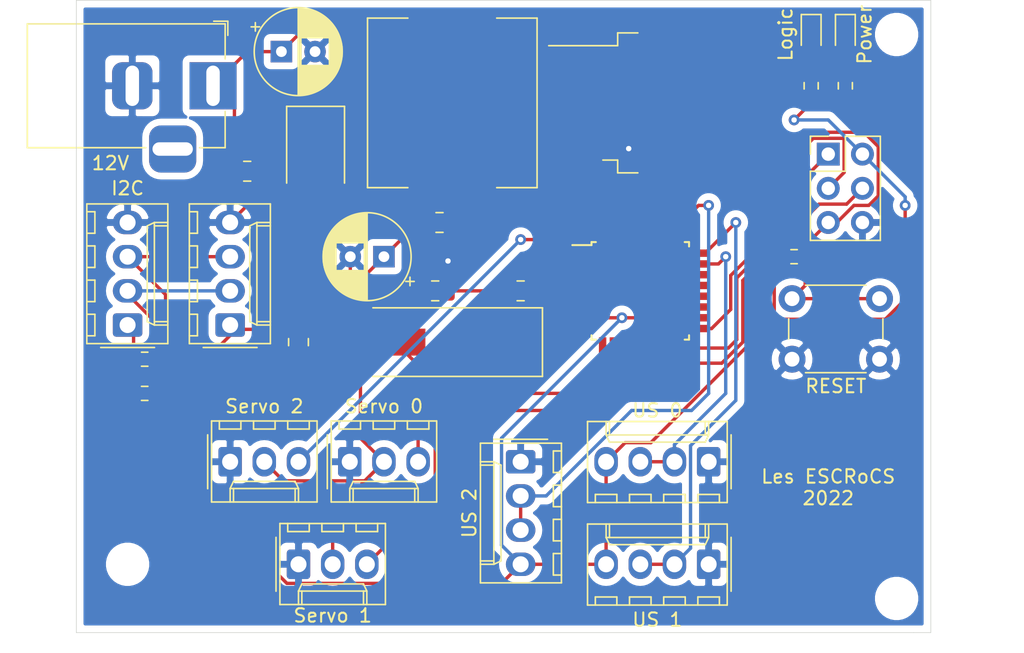
<source format=kicad_pcb>
(kicad_pcb (version 20171130) (host pcbnew 5.99.0+really5.1.10+dfsg1-1)

  (general
    (thickness 1.6)
    (drawings 8)
    (tracks 212)
    (zones 0)
    (modules 33)
    (nets 36)
  )

  (page A4)
  (layers
    (0 F.Cu signal)
    (31 B.Cu signal)
    (32 B.Adhes user)
    (33 F.Adhes user)
    (34 B.Paste user)
    (35 F.Paste user)
    (36 B.SilkS user)
    (37 F.SilkS user)
    (38 B.Mask user)
    (39 F.Mask user)
    (40 Dwgs.User user)
    (41 Cmts.User user)
    (42 Eco1.User user)
    (43 Eco2.User user)
    (44 Edge.Cuts user)
    (45 Margin user)
    (46 B.CrtYd user)
    (47 F.CrtYd user)
    (48 B.Fab user)
    (49 F.Fab user)
  )

  (setup
    (last_trace_width 0.25)
    (trace_clearance 0.2)
    (zone_clearance 0.508)
    (zone_45_only no)
    (trace_min 0.2)
    (via_size 0.8)
    (via_drill 0.4)
    (via_min_size 0.4)
    (via_min_drill 0.3)
    (uvia_size 0.3)
    (uvia_drill 0.1)
    (uvias_allowed no)
    (uvia_min_size 0.2)
    (uvia_min_drill 0.1)
    (edge_width 0.05)
    (segment_width 0.2)
    (pcb_text_width 0.3)
    (pcb_text_size 1.5 1.5)
    (mod_edge_width 0.12)
    (mod_text_size 1 1)
    (mod_text_width 0.15)
    (pad_size 1.524 1.524)
    (pad_drill 0.762)
    (pad_to_mask_clearance 0)
    (aux_axis_origin 77.47 54.61)
    (grid_origin 77.47 54.61)
    (visible_elements FFFFFF7F)
    (pcbplotparams
      (layerselection 0x010fc_ffffffff)
      (usegerberextensions false)
      (usegerberattributes true)
      (usegerberadvancedattributes true)
      (creategerberjobfile true)
      (excludeedgelayer true)
      (linewidth 0.100000)
      (plotframeref false)
      (viasonmask false)
      (mode 1)
      (useauxorigin false)
      (hpglpennumber 1)
      (hpglpenspeed 20)
      (hpglpendiameter 15.000000)
      (psnegative false)
      (psa4output false)
      (plotreference true)
      (plotvalue true)
      (plotinvisibletext false)
      (padsonsilk false)
      (subtractmaskfromsilk false)
      (outputformat 1)
      (mirror false)
      (drillshape 0)
      (scaleselection 1)
      (outputdirectory "out"))
  )

  (net 0 "")
  (net 1 "Net-(C1-Pad1)")
  (net 2 GND)
  (net 3 +5VP)
  (net 4 /XTAL1)
  (net 5 /XTAL2)
  (net 6 +5V)
  (net 7 "Net-(D1-Pad2)")
  (net 8 "Net-(D2-Pad2)")
  (net 9 "Net-(D3-Pad1)")
  (net 10 /SCL)
  (net 11 /SDA)
  (net 12 /MISO)
  (net 13 /SCK)
  (net 14 /MOSI)
  (net 15 /RST)
  (net 16 /SERVO0)
  (net 17 /US0)
  (net 18 /SERVO1)
  (net 19 /US1)
  (net 20 /US2)
  (net 21 /SERVO2)
  (net 22 "Net-(U2-Pad2)")
  (net 23 "Net-(U2-Pad10)")
  (net 24 "Net-(U2-Pad11)")
  (net 25 "Net-(U2-Pad12)")
  (net 26 "Net-(U2-Pad13)")
  (net 27 "Net-(U2-Pad19)")
  (net 28 "Net-(U2-Pad20)")
  (net 29 "Net-(U2-Pad22)")
  (net 30 "Net-(U2-Pad26)")
  (net 31 "Net-(U2-Pad27)")
  (net 32 "Net-(U2-Pad28)")
  (net 33 "Net-(U2-Pad30)")
  (net 34 "Net-(U2-Pad31)")
  (net 35 "Net-(U2-Pad32)")

  (net_class Default "This is the default net class."
    (clearance 0.2)
    (trace_width 0.25)
    (via_dia 0.8)
    (via_drill 0.4)
    (uvia_dia 0.3)
    (uvia_drill 0.1)
    (add_net +5V)
    (add_net +5VP)
    (add_net /MISO)
    (add_net /MOSI)
    (add_net /RST)
    (add_net /SCK)
    (add_net /SCL)
    (add_net /SDA)
    (add_net /SERVO0)
    (add_net /SERVO1)
    (add_net /SERVO2)
    (add_net /US0)
    (add_net /US1)
    (add_net /US2)
    (add_net /XTAL1)
    (add_net /XTAL2)
    (add_net GND)
    (add_net "Net-(C1-Pad1)")
    (add_net "Net-(D1-Pad2)")
    (add_net "Net-(D2-Pad2)")
    (add_net "Net-(D3-Pad1)")
    (add_net "Net-(U2-Pad10)")
    (add_net "Net-(U2-Pad11)")
    (add_net "Net-(U2-Pad12)")
    (add_net "Net-(U2-Pad13)")
    (add_net "Net-(U2-Pad19)")
    (add_net "Net-(U2-Pad2)")
    (add_net "Net-(U2-Pad20)")
    (add_net "Net-(U2-Pad22)")
    (add_net "Net-(U2-Pad26)")
    (add_net "Net-(U2-Pad27)")
    (add_net "Net-(U2-Pad28)")
    (add_net "Net-(U2-Pad30)")
    (add_net "Net-(U2-Pad31)")
    (add_net "Net-(U2-Pad32)")
  )

  (module MountingHole:MountingHole_2.2mm_M2 (layer F.Cu) (tedit 56D1B4CB) (tstamp 626656C2)
    (at 81.28 96.52)
    (descr "Mounting Hole 2.2mm, no annular, M2")
    (tags "mounting hole 2.2mm no annular m2")
    (attr virtual)
    (fp_text reference REF** (at 0 -3.2) (layer F.SilkS) hide
      (effects (font (size 1 1) (thickness 0.15)))
    )
    (fp_text value MountingHole_2.2mm_M2 (at 0 3.2) (layer F.Fab)
      (effects (font (size 1 1) (thickness 0.15)))
    )
    (fp_text user %R (at 0.3 0) (layer F.Fab)
      (effects (font (size 1 1) (thickness 0.15)))
    )
    (fp_circle (center 0 0) (end 2.2 0) (layer Cmts.User) (width 0.15))
    (fp_circle (center 0 0) (end 2.45 0) (layer F.CrtYd) (width 0.05))
    (pad 1 np_thru_hole circle (at 0 0) (size 2.2 2.2) (drill 2.2) (layers *.Cu *.Mask))
  )

  (module MountingHole:MountingHole_2.2mm_M2 (layer F.Cu) (tedit 56D1B4CB) (tstamp 626656A5)
    (at 138.43 99.06)
    (descr "Mounting Hole 2.2mm, no annular, M2")
    (tags "mounting hole 2.2mm no annular m2")
    (attr virtual)
    (fp_text reference REF** (at 0 -3.2) (layer F.SilkS) hide
      (effects (font (size 1 1) (thickness 0.15)))
    )
    (fp_text value MountingHole_2.2mm_M2 (at 0 3.2) (layer F.Fab)
      (effects (font (size 1 1) (thickness 0.15)))
    )
    (fp_text user %R (at 0.3 0) (layer F.Fab)
      (effects (font (size 1 1) (thickness 0.15)))
    )
    (fp_circle (center 0 0) (end 2.2 0) (layer Cmts.User) (width 0.15))
    (fp_circle (center 0 0) (end 2.45 0) (layer F.CrtYd) (width 0.05))
    (pad 1 np_thru_hole circle (at 0 0) (size 2.2 2.2) (drill 2.2) (layers *.Cu *.Mask))
  )

  (module MountingHole:MountingHole_2.2mm_M2 (layer F.Cu) (tedit 56D1B4CB) (tstamp 62665688)
    (at 138.43 57.15)
    (descr "Mounting Hole 2.2mm, no annular, M2")
    (tags "mounting hole 2.2mm no annular m2")
    (attr virtual)
    (fp_text reference REF** (at 0 -3.2) (layer F.SilkS) hide
      (effects (font (size 1 1) (thickness 0.15)))
    )
    (fp_text value MountingHole_2.2mm_M2 (at 0 3.2) (layer F.Fab)
      (effects (font (size 1 1) (thickness 0.15)))
    )
    (fp_text user %R (at 0.3 0) (layer F.Fab)
      (effects (font (size 1 1) (thickness 0.15)))
    )
    (fp_circle (center 0 0) (end 2.2 0) (layer Cmts.User) (width 0.15))
    (fp_circle (center 0 0) (end 2.45 0) (layer F.CrtYd) (width 0.05))
    (pad 1 np_thru_hole circle (at 0 0) (size 2.2 2.2) (drill 2.2) (layers *.Cu *.Mask))
  )

  (module Capacitor_THT:CP_Radial_D6.3mm_P2.50mm (layer F.Cu) (tedit 5AE50EF0) (tstamp 626626A6)
    (at 92.71 58.42)
    (descr "CP, Radial series, Radial, pin pitch=2.50mm, , diameter=6.3mm, Electrolytic Capacitor")
    (tags "CP Radial series Radial pin pitch 2.50mm  diameter 6.3mm Electrolytic Capacitor")
    (path /6266FD60)
    (fp_text reference C1 (at 1.25 -4.4) (layer F.SilkS) hide
      (effects (font (size 1 1) (thickness 0.15)))
    )
    (fp_text value 10u (at 1.25 4.4) (layer F.Fab)
      (effects (font (size 1 1) (thickness 0.15)))
    )
    (fp_line (start -1.935241 -2.154) (end -1.935241 -1.524) (layer F.SilkS) (width 0.12))
    (fp_line (start -2.250241 -1.839) (end -1.620241 -1.839) (layer F.SilkS) (width 0.12))
    (fp_line (start 4.491 -0.402) (end 4.491 0.402) (layer F.SilkS) (width 0.12))
    (fp_line (start 4.451 -0.633) (end 4.451 0.633) (layer F.SilkS) (width 0.12))
    (fp_line (start 4.411 -0.802) (end 4.411 0.802) (layer F.SilkS) (width 0.12))
    (fp_line (start 4.371 -0.94) (end 4.371 0.94) (layer F.SilkS) (width 0.12))
    (fp_line (start 4.331 -1.059) (end 4.331 1.059) (layer F.SilkS) (width 0.12))
    (fp_line (start 4.291 -1.165) (end 4.291 1.165) (layer F.SilkS) (width 0.12))
    (fp_line (start 4.251 -1.262) (end 4.251 1.262) (layer F.SilkS) (width 0.12))
    (fp_line (start 4.211 -1.35) (end 4.211 1.35) (layer F.SilkS) (width 0.12))
    (fp_line (start 4.171 -1.432) (end 4.171 1.432) (layer F.SilkS) (width 0.12))
    (fp_line (start 4.131 -1.509) (end 4.131 1.509) (layer F.SilkS) (width 0.12))
    (fp_line (start 4.091 -1.581) (end 4.091 1.581) (layer F.SilkS) (width 0.12))
    (fp_line (start 4.051 -1.65) (end 4.051 1.65) (layer F.SilkS) (width 0.12))
    (fp_line (start 4.011 -1.714) (end 4.011 1.714) (layer F.SilkS) (width 0.12))
    (fp_line (start 3.971 -1.776) (end 3.971 1.776) (layer F.SilkS) (width 0.12))
    (fp_line (start 3.931 -1.834) (end 3.931 1.834) (layer F.SilkS) (width 0.12))
    (fp_line (start 3.891 -1.89) (end 3.891 1.89) (layer F.SilkS) (width 0.12))
    (fp_line (start 3.851 -1.944) (end 3.851 1.944) (layer F.SilkS) (width 0.12))
    (fp_line (start 3.811 -1.995) (end 3.811 1.995) (layer F.SilkS) (width 0.12))
    (fp_line (start 3.771 -2.044) (end 3.771 2.044) (layer F.SilkS) (width 0.12))
    (fp_line (start 3.731 -2.092) (end 3.731 2.092) (layer F.SilkS) (width 0.12))
    (fp_line (start 3.691 -2.137) (end 3.691 2.137) (layer F.SilkS) (width 0.12))
    (fp_line (start 3.651 -2.182) (end 3.651 2.182) (layer F.SilkS) (width 0.12))
    (fp_line (start 3.611 -2.224) (end 3.611 2.224) (layer F.SilkS) (width 0.12))
    (fp_line (start 3.571 -2.265) (end 3.571 2.265) (layer F.SilkS) (width 0.12))
    (fp_line (start 3.531 1.04) (end 3.531 2.305) (layer F.SilkS) (width 0.12))
    (fp_line (start 3.531 -2.305) (end 3.531 -1.04) (layer F.SilkS) (width 0.12))
    (fp_line (start 3.491 1.04) (end 3.491 2.343) (layer F.SilkS) (width 0.12))
    (fp_line (start 3.491 -2.343) (end 3.491 -1.04) (layer F.SilkS) (width 0.12))
    (fp_line (start 3.451 1.04) (end 3.451 2.38) (layer F.SilkS) (width 0.12))
    (fp_line (start 3.451 -2.38) (end 3.451 -1.04) (layer F.SilkS) (width 0.12))
    (fp_line (start 3.411 1.04) (end 3.411 2.416) (layer F.SilkS) (width 0.12))
    (fp_line (start 3.411 -2.416) (end 3.411 -1.04) (layer F.SilkS) (width 0.12))
    (fp_line (start 3.371 1.04) (end 3.371 2.45) (layer F.SilkS) (width 0.12))
    (fp_line (start 3.371 -2.45) (end 3.371 -1.04) (layer F.SilkS) (width 0.12))
    (fp_line (start 3.331 1.04) (end 3.331 2.484) (layer F.SilkS) (width 0.12))
    (fp_line (start 3.331 -2.484) (end 3.331 -1.04) (layer F.SilkS) (width 0.12))
    (fp_line (start 3.291 1.04) (end 3.291 2.516) (layer F.SilkS) (width 0.12))
    (fp_line (start 3.291 -2.516) (end 3.291 -1.04) (layer F.SilkS) (width 0.12))
    (fp_line (start 3.251 1.04) (end 3.251 2.548) (layer F.SilkS) (width 0.12))
    (fp_line (start 3.251 -2.548) (end 3.251 -1.04) (layer F.SilkS) (width 0.12))
    (fp_line (start 3.211 1.04) (end 3.211 2.578) (layer F.SilkS) (width 0.12))
    (fp_line (start 3.211 -2.578) (end 3.211 -1.04) (layer F.SilkS) (width 0.12))
    (fp_line (start 3.171 1.04) (end 3.171 2.607) (layer F.SilkS) (width 0.12))
    (fp_line (start 3.171 -2.607) (end 3.171 -1.04) (layer F.SilkS) (width 0.12))
    (fp_line (start 3.131 1.04) (end 3.131 2.636) (layer F.SilkS) (width 0.12))
    (fp_line (start 3.131 -2.636) (end 3.131 -1.04) (layer F.SilkS) (width 0.12))
    (fp_line (start 3.091 1.04) (end 3.091 2.664) (layer F.SilkS) (width 0.12))
    (fp_line (start 3.091 -2.664) (end 3.091 -1.04) (layer F.SilkS) (width 0.12))
    (fp_line (start 3.051 1.04) (end 3.051 2.69) (layer F.SilkS) (width 0.12))
    (fp_line (start 3.051 -2.69) (end 3.051 -1.04) (layer F.SilkS) (width 0.12))
    (fp_line (start 3.011 1.04) (end 3.011 2.716) (layer F.SilkS) (width 0.12))
    (fp_line (start 3.011 -2.716) (end 3.011 -1.04) (layer F.SilkS) (width 0.12))
    (fp_line (start 2.971 1.04) (end 2.971 2.742) (layer F.SilkS) (width 0.12))
    (fp_line (start 2.971 -2.742) (end 2.971 -1.04) (layer F.SilkS) (width 0.12))
    (fp_line (start 2.931 1.04) (end 2.931 2.766) (layer F.SilkS) (width 0.12))
    (fp_line (start 2.931 -2.766) (end 2.931 -1.04) (layer F.SilkS) (width 0.12))
    (fp_line (start 2.891 1.04) (end 2.891 2.79) (layer F.SilkS) (width 0.12))
    (fp_line (start 2.891 -2.79) (end 2.891 -1.04) (layer F.SilkS) (width 0.12))
    (fp_line (start 2.851 1.04) (end 2.851 2.812) (layer F.SilkS) (width 0.12))
    (fp_line (start 2.851 -2.812) (end 2.851 -1.04) (layer F.SilkS) (width 0.12))
    (fp_line (start 2.811 1.04) (end 2.811 2.834) (layer F.SilkS) (width 0.12))
    (fp_line (start 2.811 -2.834) (end 2.811 -1.04) (layer F.SilkS) (width 0.12))
    (fp_line (start 2.771 1.04) (end 2.771 2.856) (layer F.SilkS) (width 0.12))
    (fp_line (start 2.771 -2.856) (end 2.771 -1.04) (layer F.SilkS) (width 0.12))
    (fp_line (start 2.731 1.04) (end 2.731 2.876) (layer F.SilkS) (width 0.12))
    (fp_line (start 2.731 -2.876) (end 2.731 -1.04) (layer F.SilkS) (width 0.12))
    (fp_line (start 2.691 1.04) (end 2.691 2.896) (layer F.SilkS) (width 0.12))
    (fp_line (start 2.691 -2.896) (end 2.691 -1.04) (layer F.SilkS) (width 0.12))
    (fp_line (start 2.651 1.04) (end 2.651 2.916) (layer F.SilkS) (width 0.12))
    (fp_line (start 2.651 -2.916) (end 2.651 -1.04) (layer F.SilkS) (width 0.12))
    (fp_line (start 2.611 1.04) (end 2.611 2.934) (layer F.SilkS) (width 0.12))
    (fp_line (start 2.611 -2.934) (end 2.611 -1.04) (layer F.SilkS) (width 0.12))
    (fp_line (start 2.571 1.04) (end 2.571 2.952) (layer F.SilkS) (width 0.12))
    (fp_line (start 2.571 -2.952) (end 2.571 -1.04) (layer F.SilkS) (width 0.12))
    (fp_line (start 2.531 1.04) (end 2.531 2.97) (layer F.SilkS) (width 0.12))
    (fp_line (start 2.531 -2.97) (end 2.531 -1.04) (layer F.SilkS) (width 0.12))
    (fp_line (start 2.491 1.04) (end 2.491 2.986) (layer F.SilkS) (width 0.12))
    (fp_line (start 2.491 -2.986) (end 2.491 -1.04) (layer F.SilkS) (width 0.12))
    (fp_line (start 2.451 1.04) (end 2.451 3.002) (layer F.SilkS) (width 0.12))
    (fp_line (start 2.451 -3.002) (end 2.451 -1.04) (layer F.SilkS) (width 0.12))
    (fp_line (start 2.411 1.04) (end 2.411 3.018) (layer F.SilkS) (width 0.12))
    (fp_line (start 2.411 -3.018) (end 2.411 -1.04) (layer F.SilkS) (width 0.12))
    (fp_line (start 2.371 1.04) (end 2.371 3.033) (layer F.SilkS) (width 0.12))
    (fp_line (start 2.371 -3.033) (end 2.371 -1.04) (layer F.SilkS) (width 0.12))
    (fp_line (start 2.331 1.04) (end 2.331 3.047) (layer F.SilkS) (width 0.12))
    (fp_line (start 2.331 -3.047) (end 2.331 -1.04) (layer F.SilkS) (width 0.12))
    (fp_line (start 2.291 1.04) (end 2.291 3.061) (layer F.SilkS) (width 0.12))
    (fp_line (start 2.291 -3.061) (end 2.291 -1.04) (layer F.SilkS) (width 0.12))
    (fp_line (start 2.251 1.04) (end 2.251 3.074) (layer F.SilkS) (width 0.12))
    (fp_line (start 2.251 -3.074) (end 2.251 -1.04) (layer F.SilkS) (width 0.12))
    (fp_line (start 2.211 1.04) (end 2.211 3.086) (layer F.SilkS) (width 0.12))
    (fp_line (start 2.211 -3.086) (end 2.211 -1.04) (layer F.SilkS) (width 0.12))
    (fp_line (start 2.171 1.04) (end 2.171 3.098) (layer F.SilkS) (width 0.12))
    (fp_line (start 2.171 -3.098) (end 2.171 -1.04) (layer F.SilkS) (width 0.12))
    (fp_line (start 2.131 1.04) (end 2.131 3.11) (layer F.SilkS) (width 0.12))
    (fp_line (start 2.131 -3.11) (end 2.131 -1.04) (layer F.SilkS) (width 0.12))
    (fp_line (start 2.091 1.04) (end 2.091 3.121) (layer F.SilkS) (width 0.12))
    (fp_line (start 2.091 -3.121) (end 2.091 -1.04) (layer F.SilkS) (width 0.12))
    (fp_line (start 2.051 1.04) (end 2.051 3.131) (layer F.SilkS) (width 0.12))
    (fp_line (start 2.051 -3.131) (end 2.051 -1.04) (layer F.SilkS) (width 0.12))
    (fp_line (start 2.011 1.04) (end 2.011 3.141) (layer F.SilkS) (width 0.12))
    (fp_line (start 2.011 -3.141) (end 2.011 -1.04) (layer F.SilkS) (width 0.12))
    (fp_line (start 1.971 1.04) (end 1.971 3.15) (layer F.SilkS) (width 0.12))
    (fp_line (start 1.971 -3.15) (end 1.971 -1.04) (layer F.SilkS) (width 0.12))
    (fp_line (start 1.93 1.04) (end 1.93 3.159) (layer F.SilkS) (width 0.12))
    (fp_line (start 1.93 -3.159) (end 1.93 -1.04) (layer F.SilkS) (width 0.12))
    (fp_line (start 1.89 1.04) (end 1.89 3.167) (layer F.SilkS) (width 0.12))
    (fp_line (start 1.89 -3.167) (end 1.89 -1.04) (layer F.SilkS) (width 0.12))
    (fp_line (start 1.85 1.04) (end 1.85 3.175) (layer F.SilkS) (width 0.12))
    (fp_line (start 1.85 -3.175) (end 1.85 -1.04) (layer F.SilkS) (width 0.12))
    (fp_line (start 1.81 1.04) (end 1.81 3.182) (layer F.SilkS) (width 0.12))
    (fp_line (start 1.81 -3.182) (end 1.81 -1.04) (layer F.SilkS) (width 0.12))
    (fp_line (start 1.77 1.04) (end 1.77 3.189) (layer F.SilkS) (width 0.12))
    (fp_line (start 1.77 -3.189) (end 1.77 -1.04) (layer F.SilkS) (width 0.12))
    (fp_line (start 1.73 1.04) (end 1.73 3.195) (layer F.SilkS) (width 0.12))
    (fp_line (start 1.73 -3.195) (end 1.73 -1.04) (layer F.SilkS) (width 0.12))
    (fp_line (start 1.69 1.04) (end 1.69 3.201) (layer F.SilkS) (width 0.12))
    (fp_line (start 1.69 -3.201) (end 1.69 -1.04) (layer F.SilkS) (width 0.12))
    (fp_line (start 1.65 1.04) (end 1.65 3.206) (layer F.SilkS) (width 0.12))
    (fp_line (start 1.65 -3.206) (end 1.65 -1.04) (layer F.SilkS) (width 0.12))
    (fp_line (start 1.61 1.04) (end 1.61 3.211) (layer F.SilkS) (width 0.12))
    (fp_line (start 1.61 -3.211) (end 1.61 -1.04) (layer F.SilkS) (width 0.12))
    (fp_line (start 1.57 1.04) (end 1.57 3.215) (layer F.SilkS) (width 0.12))
    (fp_line (start 1.57 -3.215) (end 1.57 -1.04) (layer F.SilkS) (width 0.12))
    (fp_line (start 1.53 1.04) (end 1.53 3.218) (layer F.SilkS) (width 0.12))
    (fp_line (start 1.53 -3.218) (end 1.53 -1.04) (layer F.SilkS) (width 0.12))
    (fp_line (start 1.49 1.04) (end 1.49 3.222) (layer F.SilkS) (width 0.12))
    (fp_line (start 1.49 -3.222) (end 1.49 -1.04) (layer F.SilkS) (width 0.12))
    (fp_line (start 1.45 -3.224) (end 1.45 3.224) (layer F.SilkS) (width 0.12))
    (fp_line (start 1.41 -3.227) (end 1.41 3.227) (layer F.SilkS) (width 0.12))
    (fp_line (start 1.37 -3.228) (end 1.37 3.228) (layer F.SilkS) (width 0.12))
    (fp_line (start 1.33 -3.23) (end 1.33 3.23) (layer F.SilkS) (width 0.12))
    (fp_line (start 1.29 -3.23) (end 1.29 3.23) (layer F.SilkS) (width 0.12))
    (fp_line (start 1.25 -3.23) (end 1.25 3.23) (layer F.SilkS) (width 0.12))
    (fp_line (start -1.128972 -1.6885) (end -1.128972 -1.0585) (layer F.Fab) (width 0.1))
    (fp_line (start -1.443972 -1.3735) (end -0.813972 -1.3735) (layer F.Fab) (width 0.1))
    (fp_circle (center 1.25 0) (end 4.65 0) (layer F.CrtYd) (width 0.05))
    (fp_circle (center 1.25 0) (end 4.52 0) (layer F.SilkS) (width 0.12))
    (fp_circle (center 1.25 0) (end 4.4 0) (layer F.Fab) (width 0.1))
    (fp_text user %R (at 1.25 0) (layer F.Fab)
      (effects (font (size 1 1) (thickness 0.15)))
    )
    (pad 1 thru_hole rect (at 0 0) (size 1.6 1.6) (drill 0.8) (layers *.Cu *.Mask)
      (net 1 "Net-(C1-Pad1)"))
    (pad 2 thru_hole circle (at 2.5 0) (size 1.6 1.6) (drill 0.8) (layers *.Cu *.Mask)
      (net 2 GND))
    (model ${KISYS3DMOD}/Capacitor_THT.3dshapes/CP_Radial_D6.3mm_P2.50mm.wrl
      (at (xyz 0 0 0))
      (scale (xyz 1 1 1))
      (rotate (xyz 0 0 0))
    )
  )

  (module Capacitor_SMD:C_0805_2012Metric (layer F.Cu) (tedit 5F68FEEE) (tstamp 626626B7)
    (at 90.17 67.31)
    (descr "Capacitor SMD 0805 (2012 Metric), square (rectangular) end terminal, IPC_7351 nominal, (Body size source: IPC-SM-782 page 76, https://www.pcb-3d.com/wordpress/wp-content/uploads/ipc-sm-782a_amendment_1_and_2.pdf, https://docs.google.com/spreadsheets/d/1BsfQQcO9C6DZCsRaXUlFlo91Tg2WpOkGARC1WS5S8t0/edit?usp=sharing), generated with kicad-footprint-generator")
    (tags capacitor)
    (path /626703B9)
    (attr smd)
    (fp_text reference C2 (at 0 -1.68) (layer F.SilkS) hide
      (effects (font (size 1 1) (thickness 0.15)))
    )
    (fp_text value 100n (at 0 1.68) (layer F.Fab)
      (effects (font (size 1 1) (thickness 0.15)))
    )
    (fp_text user %R (at 0 0) (layer F.Fab)
      (effects (font (size 0.5 0.5) (thickness 0.08)))
    )
    (fp_line (start -1 0.625) (end -1 -0.625) (layer F.Fab) (width 0.1))
    (fp_line (start -1 -0.625) (end 1 -0.625) (layer F.Fab) (width 0.1))
    (fp_line (start 1 -0.625) (end 1 0.625) (layer F.Fab) (width 0.1))
    (fp_line (start 1 0.625) (end -1 0.625) (layer F.Fab) (width 0.1))
    (fp_line (start -0.261252 -0.735) (end 0.261252 -0.735) (layer F.SilkS) (width 0.12))
    (fp_line (start -0.261252 0.735) (end 0.261252 0.735) (layer F.SilkS) (width 0.12))
    (fp_line (start -1.7 0.98) (end -1.7 -0.98) (layer F.CrtYd) (width 0.05))
    (fp_line (start -1.7 -0.98) (end 1.7 -0.98) (layer F.CrtYd) (width 0.05))
    (fp_line (start 1.7 -0.98) (end 1.7 0.98) (layer F.CrtYd) (width 0.05))
    (fp_line (start 1.7 0.98) (end -1.7 0.98) (layer F.CrtYd) (width 0.05))
    (pad 2 smd roundrect (at 0.95 0) (size 1 1.45) (layers F.Cu F.Paste F.Mask) (roundrect_rratio 0.25)
      (net 2 GND))
    (pad 1 smd roundrect (at -0.95 0) (size 1 1.45) (layers F.Cu F.Paste F.Mask) (roundrect_rratio 0.25)
      (net 1 "Net-(C1-Pad1)"))
    (model ${KISYS3DMOD}/Capacitor_SMD.3dshapes/C_0805_2012Metric.wrl
      (at (xyz 0 0 0))
      (scale (xyz 1 1 1))
      (rotate (xyz 0 0 0))
    )
  )

  (module Capacitor_THT:CP_Radial_D6.3mm_P2.50mm (layer F.Cu) (tedit 5AE50EF0) (tstamp 6266274B)
    (at 100.33 73.66 180)
    (descr "CP, Radial series, Radial, pin pitch=2.50mm, , diameter=6.3mm, Electrolytic Capacitor")
    (tags "CP Radial series Radial pin pitch 2.50mm  diameter 6.3mm Electrolytic Capacitor")
    (path /626764E9)
    (fp_text reference C3 (at 1.25 -4.4) (layer F.SilkS) hide
      (effects (font (size 1 1) (thickness 0.15)))
    )
    (fp_text value 10u (at 1.25 4.4) (layer F.Fab)
      (effects (font (size 1 1) (thickness 0.15)))
    )
    (fp_line (start -1.935241 -2.154) (end -1.935241 -1.524) (layer F.SilkS) (width 0.12))
    (fp_line (start -2.250241 -1.839) (end -1.620241 -1.839) (layer F.SilkS) (width 0.12))
    (fp_line (start 4.491 -0.402) (end 4.491 0.402) (layer F.SilkS) (width 0.12))
    (fp_line (start 4.451 -0.633) (end 4.451 0.633) (layer F.SilkS) (width 0.12))
    (fp_line (start 4.411 -0.802) (end 4.411 0.802) (layer F.SilkS) (width 0.12))
    (fp_line (start 4.371 -0.94) (end 4.371 0.94) (layer F.SilkS) (width 0.12))
    (fp_line (start 4.331 -1.059) (end 4.331 1.059) (layer F.SilkS) (width 0.12))
    (fp_line (start 4.291 -1.165) (end 4.291 1.165) (layer F.SilkS) (width 0.12))
    (fp_line (start 4.251 -1.262) (end 4.251 1.262) (layer F.SilkS) (width 0.12))
    (fp_line (start 4.211 -1.35) (end 4.211 1.35) (layer F.SilkS) (width 0.12))
    (fp_line (start 4.171 -1.432) (end 4.171 1.432) (layer F.SilkS) (width 0.12))
    (fp_line (start 4.131 -1.509) (end 4.131 1.509) (layer F.SilkS) (width 0.12))
    (fp_line (start 4.091 -1.581) (end 4.091 1.581) (layer F.SilkS) (width 0.12))
    (fp_line (start 4.051 -1.65) (end 4.051 1.65) (layer F.SilkS) (width 0.12))
    (fp_line (start 4.011 -1.714) (end 4.011 1.714) (layer F.SilkS) (width 0.12))
    (fp_line (start 3.971 -1.776) (end 3.971 1.776) (layer F.SilkS) (width 0.12))
    (fp_line (start 3.931 -1.834) (end 3.931 1.834) (layer F.SilkS) (width 0.12))
    (fp_line (start 3.891 -1.89) (end 3.891 1.89) (layer F.SilkS) (width 0.12))
    (fp_line (start 3.851 -1.944) (end 3.851 1.944) (layer F.SilkS) (width 0.12))
    (fp_line (start 3.811 -1.995) (end 3.811 1.995) (layer F.SilkS) (width 0.12))
    (fp_line (start 3.771 -2.044) (end 3.771 2.044) (layer F.SilkS) (width 0.12))
    (fp_line (start 3.731 -2.092) (end 3.731 2.092) (layer F.SilkS) (width 0.12))
    (fp_line (start 3.691 -2.137) (end 3.691 2.137) (layer F.SilkS) (width 0.12))
    (fp_line (start 3.651 -2.182) (end 3.651 2.182) (layer F.SilkS) (width 0.12))
    (fp_line (start 3.611 -2.224) (end 3.611 2.224) (layer F.SilkS) (width 0.12))
    (fp_line (start 3.571 -2.265) (end 3.571 2.265) (layer F.SilkS) (width 0.12))
    (fp_line (start 3.531 1.04) (end 3.531 2.305) (layer F.SilkS) (width 0.12))
    (fp_line (start 3.531 -2.305) (end 3.531 -1.04) (layer F.SilkS) (width 0.12))
    (fp_line (start 3.491 1.04) (end 3.491 2.343) (layer F.SilkS) (width 0.12))
    (fp_line (start 3.491 -2.343) (end 3.491 -1.04) (layer F.SilkS) (width 0.12))
    (fp_line (start 3.451 1.04) (end 3.451 2.38) (layer F.SilkS) (width 0.12))
    (fp_line (start 3.451 -2.38) (end 3.451 -1.04) (layer F.SilkS) (width 0.12))
    (fp_line (start 3.411 1.04) (end 3.411 2.416) (layer F.SilkS) (width 0.12))
    (fp_line (start 3.411 -2.416) (end 3.411 -1.04) (layer F.SilkS) (width 0.12))
    (fp_line (start 3.371 1.04) (end 3.371 2.45) (layer F.SilkS) (width 0.12))
    (fp_line (start 3.371 -2.45) (end 3.371 -1.04) (layer F.SilkS) (width 0.12))
    (fp_line (start 3.331 1.04) (end 3.331 2.484) (layer F.SilkS) (width 0.12))
    (fp_line (start 3.331 -2.484) (end 3.331 -1.04) (layer F.SilkS) (width 0.12))
    (fp_line (start 3.291 1.04) (end 3.291 2.516) (layer F.SilkS) (width 0.12))
    (fp_line (start 3.291 -2.516) (end 3.291 -1.04) (layer F.SilkS) (width 0.12))
    (fp_line (start 3.251 1.04) (end 3.251 2.548) (layer F.SilkS) (width 0.12))
    (fp_line (start 3.251 -2.548) (end 3.251 -1.04) (layer F.SilkS) (width 0.12))
    (fp_line (start 3.211 1.04) (end 3.211 2.578) (layer F.SilkS) (width 0.12))
    (fp_line (start 3.211 -2.578) (end 3.211 -1.04) (layer F.SilkS) (width 0.12))
    (fp_line (start 3.171 1.04) (end 3.171 2.607) (layer F.SilkS) (width 0.12))
    (fp_line (start 3.171 -2.607) (end 3.171 -1.04) (layer F.SilkS) (width 0.12))
    (fp_line (start 3.131 1.04) (end 3.131 2.636) (layer F.SilkS) (width 0.12))
    (fp_line (start 3.131 -2.636) (end 3.131 -1.04) (layer F.SilkS) (width 0.12))
    (fp_line (start 3.091 1.04) (end 3.091 2.664) (layer F.SilkS) (width 0.12))
    (fp_line (start 3.091 -2.664) (end 3.091 -1.04) (layer F.SilkS) (width 0.12))
    (fp_line (start 3.051 1.04) (end 3.051 2.69) (layer F.SilkS) (width 0.12))
    (fp_line (start 3.051 -2.69) (end 3.051 -1.04) (layer F.SilkS) (width 0.12))
    (fp_line (start 3.011 1.04) (end 3.011 2.716) (layer F.SilkS) (width 0.12))
    (fp_line (start 3.011 -2.716) (end 3.011 -1.04) (layer F.SilkS) (width 0.12))
    (fp_line (start 2.971 1.04) (end 2.971 2.742) (layer F.SilkS) (width 0.12))
    (fp_line (start 2.971 -2.742) (end 2.971 -1.04) (layer F.SilkS) (width 0.12))
    (fp_line (start 2.931 1.04) (end 2.931 2.766) (layer F.SilkS) (width 0.12))
    (fp_line (start 2.931 -2.766) (end 2.931 -1.04) (layer F.SilkS) (width 0.12))
    (fp_line (start 2.891 1.04) (end 2.891 2.79) (layer F.SilkS) (width 0.12))
    (fp_line (start 2.891 -2.79) (end 2.891 -1.04) (layer F.SilkS) (width 0.12))
    (fp_line (start 2.851 1.04) (end 2.851 2.812) (layer F.SilkS) (width 0.12))
    (fp_line (start 2.851 -2.812) (end 2.851 -1.04) (layer F.SilkS) (width 0.12))
    (fp_line (start 2.811 1.04) (end 2.811 2.834) (layer F.SilkS) (width 0.12))
    (fp_line (start 2.811 -2.834) (end 2.811 -1.04) (layer F.SilkS) (width 0.12))
    (fp_line (start 2.771 1.04) (end 2.771 2.856) (layer F.SilkS) (width 0.12))
    (fp_line (start 2.771 -2.856) (end 2.771 -1.04) (layer F.SilkS) (width 0.12))
    (fp_line (start 2.731 1.04) (end 2.731 2.876) (layer F.SilkS) (width 0.12))
    (fp_line (start 2.731 -2.876) (end 2.731 -1.04) (layer F.SilkS) (width 0.12))
    (fp_line (start 2.691 1.04) (end 2.691 2.896) (layer F.SilkS) (width 0.12))
    (fp_line (start 2.691 -2.896) (end 2.691 -1.04) (layer F.SilkS) (width 0.12))
    (fp_line (start 2.651 1.04) (end 2.651 2.916) (layer F.SilkS) (width 0.12))
    (fp_line (start 2.651 -2.916) (end 2.651 -1.04) (layer F.SilkS) (width 0.12))
    (fp_line (start 2.611 1.04) (end 2.611 2.934) (layer F.SilkS) (width 0.12))
    (fp_line (start 2.611 -2.934) (end 2.611 -1.04) (layer F.SilkS) (width 0.12))
    (fp_line (start 2.571 1.04) (end 2.571 2.952) (layer F.SilkS) (width 0.12))
    (fp_line (start 2.571 -2.952) (end 2.571 -1.04) (layer F.SilkS) (width 0.12))
    (fp_line (start 2.531 1.04) (end 2.531 2.97) (layer F.SilkS) (width 0.12))
    (fp_line (start 2.531 -2.97) (end 2.531 -1.04) (layer F.SilkS) (width 0.12))
    (fp_line (start 2.491 1.04) (end 2.491 2.986) (layer F.SilkS) (width 0.12))
    (fp_line (start 2.491 -2.986) (end 2.491 -1.04) (layer F.SilkS) (width 0.12))
    (fp_line (start 2.451 1.04) (end 2.451 3.002) (layer F.SilkS) (width 0.12))
    (fp_line (start 2.451 -3.002) (end 2.451 -1.04) (layer F.SilkS) (width 0.12))
    (fp_line (start 2.411 1.04) (end 2.411 3.018) (layer F.SilkS) (width 0.12))
    (fp_line (start 2.411 -3.018) (end 2.411 -1.04) (layer F.SilkS) (width 0.12))
    (fp_line (start 2.371 1.04) (end 2.371 3.033) (layer F.SilkS) (width 0.12))
    (fp_line (start 2.371 -3.033) (end 2.371 -1.04) (layer F.SilkS) (width 0.12))
    (fp_line (start 2.331 1.04) (end 2.331 3.047) (layer F.SilkS) (width 0.12))
    (fp_line (start 2.331 -3.047) (end 2.331 -1.04) (layer F.SilkS) (width 0.12))
    (fp_line (start 2.291 1.04) (end 2.291 3.061) (layer F.SilkS) (width 0.12))
    (fp_line (start 2.291 -3.061) (end 2.291 -1.04) (layer F.SilkS) (width 0.12))
    (fp_line (start 2.251 1.04) (end 2.251 3.074) (layer F.SilkS) (width 0.12))
    (fp_line (start 2.251 -3.074) (end 2.251 -1.04) (layer F.SilkS) (width 0.12))
    (fp_line (start 2.211 1.04) (end 2.211 3.086) (layer F.SilkS) (width 0.12))
    (fp_line (start 2.211 -3.086) (end 2.211 -1.04) (layer F.SilkS) (width 0.12))
    (fp_line (start 2.171 1.04) (end 2.171 3.098) (layer F.SilkS) (width 0.12))
    (fp_line (start 2.171 -3.098) (end 2.171 -1.04) (layer F.SilkS) (width 0.12))
    (fp_line (start 2.131 1.04) (end 2.131 3.11) (layer F.SilkS) (width 0.12))
    (fp_line (start 2.131 -3.11) (end 2.131 -1.04) (layer F.SilkS) (width 0.12))
    (fp_line (start 2.091 1.04) (end 2.091 3.121) (layer F.SilkS) (width 0.12))
    (fp_line (start 2.091 -3.121) (end 2.091 -1.04) (layer F.SilkS) (width 0.12))
    (fp_line (start 2.051 1.04) (end 2.051 3.131) (layer F.SilkS) (width 0.12))
    (fp_line (start 2.051 -3.131) (end 2.051 -1.04) (layer F.SilkS) (width 0.12))
    (fp_line (start 2.011 1.04) (end 2.011 3.141) (layer F.SilkS) (width 0.12))
    (fp_line (start 2.011 -3.141) (end 2.011 -1.04) (layer F.SilkS) (width 0.12))
    (fp_line (start 1.971 1.04) (end 1.971 3.15) (layer F.SilkS) (width 0.12))
    (fp_line (start 1.971 -3.15) (end 1.971 -1.04) (layer F.SilkS) (width 0.12))
    (fp_line (start 1.93 1.04) (end 1.93 3.159) (layer F.SilkS) (width 0.12))
    (fp_line (start 1.93 -3.159) (end 1.93 -1.04) (layer F.SilkS) (width 0.12))
    (fp_line (start 1.89 1.04) (end 1.89 3.167) (layer F.SilkS) (width 0.12))
    (fp_line (start 1.89 -3.167) (end 1.89 -1.04) (layer F.SilkS) (width 0.12))
    (fp_line (start 1.85 1.04) (end 1.85 3.175) (layer F.SilkS) (width 0.12))
    (fp_line (start 1.85 -3.175) (end 1.85 -1.04) (layer F.SilkS) (width 0.12))
    (fp_line (start 1.81 1.04) (end 1.81 3.182) (layer F.SilkS) (width 0.12))
    (fp_line (start 1.81 -3.182) (end 1.81 -1.04) (layer F.SilkS) (width 0.12))
    (fp_line (start 1.77 1.04) (end 1.77 3.189) (layer F.SilkS) (width 0.12))
    (fp_line (start 1.77 -3.189) (end 1.77 -1.04) (layer F.SilkS) (width 0.12))
    (fp_line (start 1.73 1.04) (end 1.73 3.195) (layer F.SilkS) (width 0.12))
    (fp_line (start 1.73 -3.195) (end 1.73 -1.04) (layer F.SilkS) (width 0.12))
    (fp_line (start 1.69 1.04) (end 1.69 3.201) (layer F.SilkS) (width 0.12))
    (fp_line (start 1.69 -3.201) (end 1.69 -1.04) (layer F.SilkS) (width 0.12))
    (fp_line (start 1.65 1.04) (end 1.65 3.206) (layer F.SilkS) (width 0.12))
    (fp_line (start 1.65 -3.206) (end 1.65 -1.04) (layer F.SilkS) (width 0.12))
    (fp_line (start 1.61 1.04) (end 1.61 3.211) (layer F.SilkS) (width 0.12))
    (fp_line (start 1.61 -3.211) (end 1.61 -1.04) (layer F.SilkS) (width 0.12))
    (fp_line (start 1.57 1.04) (end 1.57 3.215) (layer F.SilkS) (width 0.12))
    (fp_line (start 1.57 -3.215) (end 1.57 -1.04) (layer F.SilkS) (width 0.12))
    (fp_line (start 1.53 1.04) (end 1.53 3.218) (layer F.SilkS) (width 0.12))
    (fp_line (start 1.53 -3.218) (end 1.53 -1.04) (layer F.SilkS) (width 0.12))
    (fp_line (start 1.49 1.04) (end 1.49 3.222) (layer F.SilkS) (width 0.12))
    (fp_line (start 1.49 -3.222) (end 1.49 -1.04) (layer F.SilkS) (width 0.12))
    (fp_line (start 1.45 -3.224) (end 1.45 3.224) (layer F.SilkS) (width 0.12))
    (fp_line (start 1.41 -3.227) (end 1.41 3.227) (layer F.SilkS) (width 0.12))
    (fp_line (start 1.37 -3.228) (end 1.37 3.228) (layer F.SilkS) (width 0.12))
    (fp_line (start 1.33 -3.23) (end 1.33 3.23) (layer F.SilkS) (width 0.12))
    (fp_line (start 1.29 -3.23) (end 1.29 3.23) (layer F.SilkS) (width 0.12))
    (fp_line (start 1.25 -3.23) (end 1.25 3.23) (layer F.SilkS) (width 0.12))
    (fp_line (start -1.128972 -1.6885) (end -1.128972 -1.0585) (layer F.Fab) (width 0.1))
    (fp_line (start -1.443972 -1.3735) (end -0.813972 -1.3735) (layer F.Fab) (width 0.1))
    (fp_circle (center 1.25 0) (end 4.65 0) (layer F.CrtYd) (width 0.05))
    (fp_circle (center 1.25 0) (end 4.52 0) (layer F.SilkS) (width 0.12))
    (fp_circle (center 1.25 0) (end 4.4 0) (layer F.Fab) (width 0.1))
    (fp_text user %R (at 1.25 0) (layer F.Fab)
      (effects (font (size 1 1) (thickness 0.15)))
    )
    (pad 1 thru_hole rect (at 0 0 180) (size 1.6 1.6) (drill 0.8) (layers *.Cu *.Mask)
      (net 3 +5VP))
    (pad 2 thru_hole circle (at 2.5 0 180) (size 1.6 1.6) (drill 0.8) (layers *.Cu *.Mask)
      (net 2 GND))
    (model ${KISYS3DMOD}/Capacitor_THT.3dshapes/CP_Radial_D6.3mm_P2.50mm.wrl
      (at (xyz 0 0 0))
      (scale (xyz 1 1 1))
      (rotate (xyz 0 0 0))
    )
  )

  (module Capacitor_SMD:C_0805_2012Metric (layer F.Cu) (tedit 5F68FEEE) (tstamp 6266275C)
    (at 104.46 71.12)
    (descr "Capacitor SMD 0805 (2012 Metric), square (rectangular) end terminal, IPC_7351 nominal, (Body size source: IPC-SM-782 page 76, https://www.pcb-3d.com/wordpress/wp-content/uploads/ipc-sm-782a_amendment_1_and_2.pdf, https://docs.google.com/spreadsheets/d/1BsfQQcO9C6DZCsRaXUlFlo91Tg2WpOkGARC1WS5S8t0/edit?usp=sharing), generated with kicad-footprint-generator")
    (tags capacitor)
    (path /626789B6)
    (attr smd)
    (fp_text reference C4 (at 0 -1.68) (layer F.SilkS) hide
      (effects (font (size 1 1) (thickness 0.15)))
    )
    (fp_text value 100n (at 0 1.68) (layer F.Fab)
      (effects (font (size 1 1) (thickness 0.15)))
    )
    (fp_line (start 1.7 0.98) (end -1.7 0.98) (layer F.CrtYd) (width 0.05))
    (fp_line (start 1.7 -0.98) (end 1.7 0.98) (layer F.CrtYd) (width 0.05))
    (fp_line (start -1.7 -0.98) (end 1.7 -0.98) (layer F.CrtYd) (width 0.05))
    (fp_line (start -1.7 0.98) (end -1.7 -0.98) (layer F.CrtYd) (width 0.05))
    (fp_line (start -0.261252 0.735) (end 0.261252 0.735) (layer F.SilkS) (width 0.12))
    (fp_line (start -0.261252 -0.735) (end 0.261252 -0.735) (layer F.SilkS) (width 0.12))
    (fp_line (start 1 0.625) (end -1 0.625) (layer F.Fab) (width 0.1))
    (fp_line (start 1 -0.625) (end 1 0.625) (layer F.Fab) (width 0.1))
    (fp_line (start -1 -0.625) (end 1 -0.625) (layer F.Fab) (width 0.1))
    (fp_line (start -1 0.625) (end -1 -0.625) (layer F.Fab) (width 0.1))
    (fp_text user %R (at 0 0) (layer F.Fab)
      (effects (font (size 0.5 0.5) (thickness 0.08)))
    )
    (pad 1 smd roundrect (at -0.95 0) (size 1 1.45) (layers F.Cu F.Paste F.Mask) (roundrect_rratio 0.25)
      (net 3 +5VP))
    (pad 2 smd roundrect (at 0.95 0) (size 1 1.45) (layers F.Cu F.Paste F.Mask) (roundrect_rratio 0.25)
      (net 2 GND))
    (model ${KISYS3DMOD}/Capacitor_SMD.3dshapes/C_0805_2012Metric.wrl
      (at (xyz 0 0 0))
      (scale (xyz 1 1 1))
      (rotate (xyz 0 0 0))
    )
  )

  (module Capacitor_SMD:C_0805_2012Metric (layer F.Cu) (tedit 5F68FEEE) (tstamp 6266276D)
    (at 110.49 76.2 180)
    (descr "Capacitor SMD 0805 (2012 Metric), square (rectangular) end terminal, IPC_7351 nominal, (Body size source: IPC-SM-782 page 76, https://www.pcb-3d.com/wordpress/wp-content/uploads/ipc-sm-782a_amendment_1_and_2.pdf, https://docs.google.com/spreadsheets/d/1BsfQQcO9C6DZCsRaXUlFlo91Tg2WpOkGARC1WS5S8t0/edit?usp=sharing), generated with kicad-footprint-generator")
    (tags capacitor)
    (path /6266121A)
    (attr smd)
    (fp_text reference C5 (at 0 -1.68) (layer F.SilkS) hide
      (effects (font (size 1 1) (thickness 0.15)))
    )
    (fp_text value 22p (at 0 1.68) (layer F.Fab)
      (effects (font (size 1 1) (thickness 0.15)))
    )
    (fp_line (start 1.7 0.98) (end -1.7 0.98) (layer F.CrtYd) (width 0.05))
    (fp_line (start 1.7 -0.98) (end 1.7 0.98) (layer F.CrtYd) (width 0.05))
    (fp_line (start -1.7 -0.98) (end 1.7 -0.98) (layer F.CrtYd) (width 0.05))
    (fp_line (start -1.7 0.98) (end -1.7 -0.98) (layer F.CrtYd) (width 0.05))
    (fp_line (start -0.261252 0.735) (end 0.261252 0.735) (layer F.SilkS) (width 0.12))
    (fp_line (start -0.261252 -0.735) (end 0.261252 -0.735) (layer F.SilkS) (width 0.12))
    (fp_line (start 1 0.625) (end -1 0.625) (layer F.Fab) (width 0.1))
    (fp_line (start 1 -0.625) (end 1 0.625) (layer F.Fab) (width 0.1))
    (fp_line (start -1 -0.625) (end 1 -0.625) (layer F.Fab) (width 0.1))
    (fp_line (start -1 0.625) (end -1 -0.625) (layer F.Fab) (width 0.1))
    (fp_text user %R (at 0 0) (layer F.Fab)
      (effects (font (size 0.5 0.5) (thickness 0.08)))
    )
    (pad 1 smd roundrect (at -0.95 0 180) (size 1 1.45) (layers F.Cu F.Paste F.Mask) (roundrect_rratio 0.25)
      (net 4 /XTAL1))
    (pad 2 smd roundrect (at 0.95 0 180) (size 1 1.45) (layers F.Cu F.Paste F.Mask) (roundrect_rratio 0.25)
      (net 2 GND))
    (model ${KISYS3DMOD}/Capacitor_SMD.3dshapes/C_0805_2012Metric.wrl
      (at (xyz 0 0 0))
      (scale (xyz 1 1 1))
      (rotate (xyz 0 0 0))
    )
  )

  (module Capacitor_SMD:C_0805_2012Metric (layer F.Cu) (tedit 5F68FEEE) (tstamp 6266277E)
    (at 104.14 76.2)
    (descr "Capacitor SMD 0805 (2012 Metric), square (rectangular) end terminal, IPC_7351 nominal, (Body size source: IPC-SM-782 page 76, https://www.pcb-3d.com/wordpress/wp-content/uploads/ipc-sm-782a_amendment_1_and_2.pdf, https://docs.google.com/spreadsheets/d/1BsfQQcO9C6DZCsRaXUlFlo91Tg2WpOkGARC1WS5S8t0/edit?usp=sharing), generated with kicad-footprint-generator")
    (tags capacitor)
    (path /62660D6F)
    (attr smd)
    (fp_text reference C6 (at 0 -1.68) (layer F.SilkS) hide
      (effects (font (size 1 1) (thickness 0.15)))
    )
    (fp_text value 22p (at 0 1.68) (layer F.Fab)
      (effects (font (size 1 1) (thickness 0.15)))
    )
    (fp_text user %R (at 0 0) (layer F.Fab)
      (effects (font (size 0.5 0.5) (thickness 0.08)))
    )
    (fp_line (start -1 0.625) (end -1 -0.625) (layer F.Fab) (width 0.1))
    (fp_line (start -1 -0.625) (end 1 -0.625) (layer F.Fab) (width 0.1))
    (fp_line (start 1 -0.625) (end 1 0.625) (layer F.Fab) (width 0.1))
    (fp_line (start 1 0.625) (end -1 0.625) (layer F.Fab) (width 0.1))
    (fp_line (start -0.261252 -0.735) (end 0.261252 -0.735) (layer F.SilkS) (width 0.12))
    (fp_line (start -0.261252 0.735) (end 0.261252 0.735) (layer F.SilkS) (width 0.12))
    (fp_line (start -1.7 0.98) (end -1.7 -0.98) (layer F.CrtYd) (width 0.05))
    (fp_line (start -1.7 -0.98) (end 1.7 -0.98) (layer F.CrtYd) (width 0.05))
    (fp_line (start 1.7 -0.98) (end 1.7 0.98) (layer F.CrtYd) (width 0.05))
    (fp_line (start 1.7 0.98) (end -1.7 0.98) (layer F.CrtYd) (width 0.05))
    (pad 2 smd roundrect (at 0.95 0) (size 1 1.45) (layers F.Cu F.Paste F.Mask) (roundrect_rratio 0.25)
      (net 2 GND))
    (pad 1 smd roundrect (at -0.95 0) (size 1 1.45) (layers F.Cu F.Paste F.Mask) (roundrect_rratio 0.25)
      (net 5 /XTAL2))
    (model ${KISYS3DMOD}/Capacitor_SMD.3dshapes/C_0805_2012Metric.wrl
      (at (xyz 0 0 0))
      (scale (xyz 1 1 1))
      (rotate (xyz 0 0 0))
    )
  )

  (module Capacitor_SMD:C_0805_2012Metric (layer F.Cu) (tedit 5F68FEEE) (tstamp 6266278F)
    (at 93.98 80.01 270)
    (descr "Capacitor SMD 0805 (2012 Metric), square (rectangular) end terminal, IPC_7351 nominal, (Body size source: IPC-SM-782 page 76, https://www.pcb-3d.com/wordpress/wp-content/uploads/ipc-sm-782a_amendment_1_and_2.pdf, https://docs.google.com/spreadsheets/d/1BsfQQcO9C6DZCsRaXUlFlo91Tg2WpOkGARC1WS5S8t0/edit?usp=sharing), generated with kicad-footprint-generator")
    (tags capacitor)
    (path /62751224)
    (attr smd)
    (fp_text reference C7 (at 0 -1.68 90) (layer F.SilkS) hide
      (effects (font (size 1 1) (thickness 0.15)))
    )
    (fp_text value 100n (at 0 1.68 90) (layer F.Fab)
      (effects (font (size 1 1) (thickness 0.15)))
    )
    (fp_line (start 1.7 0.98) (end -1.7 0.98) (layer F.CrtYd) (width 0.05))
    (fp_line (start 1.7 -0.98) (end 1.7 0.98) (layer F.CrtYd) (width 0.05))
    (fp_line (start -1.7 -0.98) (end 1.7 -0.98) (layer F.CrtYd) (width 0.05))
    (fp_line (start -1.7 0.98) (end -1.7 -0.98) (layer F.CrtYd) (width 0.05))
    (fp_line (start -0.261252 0.735) (end 0.261252 0.735) (layer F.SilkS) (width 0.12))
    (fp_line (start -0.261252 -0.735) (end 0.261252 -0.735) (layer F.SilkS) (width 0.12))
    (fp_line (start 1 0.625) (end -1 0.625) (layer F.Fab) (width 0.1))
    (fp_line (start 1 -0.625) (end 1 0.625) (layer F.Fab) (width 0.1))
    (fp_line (start -1 -0.625) (end 1 -0.625) (layer F.Fab) (width 0.1))
    (fp_line (start -1 0.625) (end -1 -0.625) (layer F.Fab) (width 0.1))
    (fp_text user %R (at 0 0 90) (layer F.Fab)
      (effects (font (size 0.5 0.5) (thickness 0.08)))
    )
    (pad 1 smd roundrect (at -0.95 0 270) (size 1 1.45) (layers F.Cu F.Paste F.Mask) (roundrect_rratio 0.25)
      (net 6 +5V))
    (pad 2 smd roundrect (at 0.95 0 270) (size 1 1.45) (layers F.Cu F.Paste F.Mask) (roundrect_rratio 0.25)
      (net 2 GND))
    (model ${KISYS3DMOD}/Capacitor_SMD.3dshapes/C_0805_2012Metric.wrl
      (at (xyz 0 0 0))
      (scale (xyz 1 1 1))
      (rotate (xyz 0 0 0))
    )
  )

  (module LED_SMD:LED_0603_1608Metric (layer F.Cu) (tedit 5F68FEF1) (tstamp 626627A2)
    (at 132.08 57.15 270)
    (descr "LED SMD 0603 (1608 Metric), square (rectangular) end terminal, IPC_7351 nominal, (Body size source: http://www.tortai-tech.com/upload/download/2011102023233369053.pdf), generated with kicad-footprint-generator")
    (tags LED)
    (path /626D344A)
    (attr smd)
    (fp_text reference Logic (at 0 1.905 90) (layer F.SilkS)
      (effects (font (size 1 1) (thickness 0.15)))
    )
    (fp_text value 5V (at 0 1.43 90) (layer F.Fab)
      (effects (font (size 1 1) (thickness 0.15)))
    )
    (fp_text user %R (at 0 0 90) (layer F.Fab)
      (effects (font (size 0.4 0.4) (thickness 0.06)))
    )
    (fp_line (start 0.8 -0.4) (end -0.5 -0.4) (layer F.Fab) (width 0.1))
    (fp_line (start -0.5 -0.4) (end -0.8 -0.1) (layer F.Fab) (width 0.1))
    (fp_line (start -0.8 -0.1) (end -0.8 0.4) (layer F.Fab) (width 0.1))
    (fp_line (start -0.8 0.4) (end 0.8 0.4) (layer F.Fab) (width 0.1))
    (fp_line (start 0.8 0.4) (end 0.8 -0.4) (layer F.Fab) (width 0.1))
    (fp_line (start 0.8 -0.735) (end -1.485 -0.735) (layer F.SilkS) (width 0.12))
    (fp_line (start -1.485 -0.735) (end -1.485 0.735) (layer F.SilkS) (width 0.12))
    (fp_line (start -1.485 0.735) (end 0.8 0.735) (layer F.SilkS) (width 0.12))
    (fp_line (start -1.48 0.73) (end -1.48 -0.73) (layer F.CrtYd) (width 0.05))
    (fp_line (start -1.48 -0.73) (end 1.48 -0.73) (layer F.CrtYd) (width 0.05))
    (fp_line (start 1.48 -0.73) (end 1.48 0.73) (layer F.CrtYd) (width 0.05))
    (fp_line (start 1.48 0.73) (end -1.48 0.73) (layer F.CrtYd) (width 0.05))
    (pad 2 smd roundrect (at 0.7875 0 270) (size 0.875 0.95) (layers F.Cu F.Paste F.Mask) (roundrect_rratio 0.25)
      (net 7 "Net-(D1-Pad2)"))
    (pad 1 smd roundrect (at -0.7875 0 270) (size 0.875 0.95) (layers F.Cu F.Paste F.Mask) (roundrect_rratio 0.25)
      (net 2 GND))
    (model ${KISYS3DMOD}/LED_SMD.3dshapes/LED_0603_1608Metric.wrl
      (at (xyz 0 0 0))
      (scale (xyz 1 1 1))
      (rotate (xyz 0 0 0))
    )
  )

  (module LED_SMD:LED_0603_1608Metric (layer F.Cu) (tedit 5F68FEF1) (tstamp 626627B5)
    (at 134.62 57.15 270)
    (descr "LED SMD 0603 (1608 Metric), square (rectangular) end terminal, IPC_7351 nominal, (Body size source: http://www.tortai-tech.com/upload/download/2011102023233369053.pdf), generated with kicad-footprint-generator")
    (tags LED)
    (path /626DB2F4)
    (attr smd)
    (fp_text reference Power (at 0 -1.43 90) (layer F.SilkS)
      (effects (font (size 1 1) (thickness 0.15)))
    )
    (fp_text value 5VP (at 0 1.43 90) (layer F.Fab)
      (effects (font (size 1 1) (thickness 0.15)))
    )
    (fp_line (start 1.48 0.73) (end -1.48 0.73) (layer F.CrtYd) (width 0.05))
    (fp_line (start 1.48 -0.73) (end 1.48 0.73) (layer F.CrtYd) (width 0.05))
    (fp_line (start -1.48 -0.73) (end 1.48 -0.73) (layer F.CrtYd) (width 0.05))
    (fp_line (start -1.48 0.73) (end -1.48 -0.73) (layer F.CrtYd) (width 0.05))
    (fp_line (start -1.485 0.735) (end 0.8 0.735) (layer F.SilkS) (width 0.12))
    (fp_line (start -1.485 -0.735) (end -1.485 0.735) (layer F.SilkS) (width 0.12))
    (fp_line (start 0.8 -0.735) (end -1.485 -0.735) (layer F.SilkS) (width 0.12))
    (fp_line (start 0.8 0.4) (end 0.8 -0.4) (layer F.Fab) (width 0.1))
    (fp_line (start -0.8 0.4) (end 0.8 0.4) (layer F.Fab) (width 0.1))
    (fp_line (start -0.8 -0.1) (end -0.8 0.4) (layer F.Fab) (width 0.1))
    (fp_line (start -0.5 -0.4) (end -0.8 -0.1) (layer F.Fab) (width 0.1))
    (fp_line (start 0.8 -0.4) (end -0.5 -0.4) (layer F.Fab) (width 0.1))
    (fp_text user %R (at 0 0 90) (layer F.Fab)
      (effects (font (size 0.4 0.4) (thickness 0.06)))
    )
    (pad 1 smd roundrect (at -0.7875 0 270) (size 0.875 0.95) (layers F.Cu F.Paste F.Mask) (roundrect_rratio 0.25)
      (net 2 GND))
    (pad 2 smd roundrect (at 0.7875 0 270) (size 0.875 0.95) (layers F.Cu F.Paste F.Mask) (roundrect_rratio 0.25)
      (net 8 "Net-(D2-Pad2)"))
    (model ${KISYS3DMOD}/LED_SMD.3dshapes/LED_0603_1608Metric.wrl
      (at (xyz 0 0 0))
      (scale (xyz 1 1 1))
      (rotate (xyz 0 0 0))
    )
  )

  (module Diode_SMD:D_SMB (layer F.Cu) (tedit 58645DF3) (tstamp 626627CD)
    (at 95.25 66.04 270)
    (descr "Diode SMB (DO-214AA)")
    (tags "Diode SMB (DO-214AA)")
    (path /6267440F)
    (attr smd)
    (fp_text reference D3 (at 0 -3 90) (layer F.SilkS) hide
      (effects (font (size 1 1) (thickness 0.15)))
    )
    (fp_text value SS54 (at 0 3.1 90) (layer F.Fab)
      (effects (font (size 1 1) (thickness 0.15)))
    )
    (fp_line (start -3.55 -2.15) (end 2.15 -2.15) (layer F.SilkS) (width 0.12))
    (fp_line (start -3.55 2.15) (end 2.15 2.15) (layer F.SilkS) (width 0.12))
    (fp_line (start -0.64944 0.00102) (end 0.50118 -0.79908) (layer F.Fab) (width 0.1))
    (fp_line (start -0.64944 0.00102) (end 0.50118 0.75032) (layer F.Fab) (width 0.1))
    (fp_line (start 0.50118 0.75032) (end 0.50118 -0.79908) (layer F.Fab) (width 0.1))
    (fp_line (start -0.64944 -0.79908) (end -0.64944 0.80112) (layer F.Fab) (width 0.1))
    (fp_line (start 0.50118 0.00102) (end 1.4994 0.00102) (layer F.Fab) (width 0.1))
    (fp_line (start -0.64944 0.00102) (end -1.55114 0.00102) (layer F.Fab) (width 0.1))
    (fp_line (start -3.65 2.25) (end -3.65 -2.25) (layer F.CrtYd) (width 0.05))
    (fp_line (start 3.65 2.25) (end -3.65 2.25) (layer F.CrtYd) (width 0.05))
    (fp_line (start 3.65 -2.25) (end 3.65 2.25) (layer F.CrtYd) (width 0.05))
    (fp_line (start -3.65 -2.25) (end 3.65 -2.25) (layer F.CrtYd) (width 0.05))
    (fp_line (start 2.3 -2) (end -2.3 -2) (layer F.Fab) (width 0.1))
    (fp_line (start 2.3 -2) (end 2.3 2) (layer F.Fab) (width 0.1))
    (fp_line (start -2.3 2) (end -2.3 -2) (layer F.Fab) (width 0.1))
    (fp_line (start 2.3 2) (end -2.3 2) (layer F.Fab) (width 0.1))
    (fp_line (start -3.55 -2.15) (end -3.55 2.15) (layer F.SilkS) (width 0.12))
    (fp_text user %R (at 0 -3 90) (layer F.Fab)
      (effects (font (size 1 1) (thickness 0.15)))
    )
    (pad 1 smd rect (at -2.15 0 270) (size 2.5 2.3) (layers F.Cu F.Paste F.Mask)
      (net 9 "Net-(D3-Pad1)"))
    (pad 2 smd rect (at 2.15 0 270) (size 2.5 2.3) (layers F.Cu F.Paste F.Mask)
      (net 2 GND))
    (model ${KISYS3DMOD}/Diode_SMD.3dshapes/D_SMB.wrl
      (at (xyz 0 0 0))
      (scale (xyz 1 1 1))
      (rotate (xyz 0 0 0))
    )
  )

  (module Connector_BarrelJack:BarrelJack_Horizontal (layer F.Cu) (tedit 5A1DBF6A) (tstamp 626627F0)
    (at 87.63 60.96)
    (descr "DC Barrel Jack")
    (tags "Power Jack")
    (path /6266F020)
    (fp_text reference 12V (at -7.62 5.75) (layer F.SilkS)
      (effects (font (size 1 1) (thickness 0.15)))
    )
    (fp_text value "12V in" (at -6.2 -5.5) (layer F.Fab)
      (effects (font (size 1 1) (thickness 0.15)))
    )
    (fp_line (start 0 -4.5) (end -13.7 -4.5) (layer F.Fab) (width 0.1))
    (fp_line (start 0.8 4.5) (end 0.8 -3.75) (layer F.Fab) (width 0.1))
    (fp_line (start -13.7 4.5) (end 0.8 4.5) (layer F.Fab) (width 0.1))
    (fp_line (start -13.7 -4.5) (end -13.7 4.5) (layer F.Fab) (width 0.1))
    (fp_line (start -10.2 -4.5) (end -10.2 4.5) (layer F.Fab) (width 0.1))
    (fp_line (start 0.9 -4.6) (end 0.9 -2) (layer F.SilkS) (width 0.12))
    (fp_line (start -13.8 -4.6) (end 0.9 -4.6) (layer F.SilkS) (width 0.12))
    (fp_line (start 0.9 4.6) (end -1 4.6) (layer F.SilkS) (width 0.12))
    (fp_line (start 0.9 1.9) (end 0.9 4.6) (layer F.SilkS) (width 0.12))
    (fp_line (start -13.8 4.6) (end -13.8 -4.6) (layer F.SilkS) (width 0.12))
    (fp_line (start -5 4.6) (end -13.8 4.6) (layer F.SilkS) (width 0.12))
    (fp_line (start -14 4.75) (end -14 -4.75) (layer F.CrtYd) (width 0.05))
    (fp_line (start -5 4.75) (end -14 4.75) (layer F.CrtYd) (width 0.05))
    (fp_line (start -5 6.75) (end -5 4.75) (layer F.CrtYd) (width 0.05))
    (fp_line (start -1 6.75) (end -5 6.75) (layer F.CrtYd) (width 0.05))
    (fp_line (start -1 4.75) (end -1 6.75) (layer F.CrtYd) (width 0.05))
    (fp_line (start 1 4.75) (end -1 4.75) (layer F.CrtYd) (width 0.05))
    (fp_line (start 1 2) (end 1 4.75) (layer F.CrtYd) (width 0.05))
    (fp_line (start 2 2) (end 1 2) (layer F.CrtYd) (width 0.05))
    (fp_line (start 2 -2) (end 2 2) (layer F.CrtYd) (width 0.05))
    (fp_line (start 1 -2) (end 2 -2) (layer F.CrtYd) (width 0.05))
    (fp_line (start 1 -4.5) (end 1 -2) (layer F.CrtYd) (width 0.05))
    (fp_line (start 1 -4.75) (end -14 -4.75) (layer F.CrtYd) (width 0.05))
    (fp_line (start 1 -4.5) (end 1 -4.75) (layer F.CrtYd) (width 0.05))
    (fp_line (start 0.05 -4.8) (end 1.1 -4.8) (layer F.SilkS) (width 0.12))
    (fp_line (start 1.1 -3.75) (end 1.1 -4.8) (layer F.SilkS) (width 0.12))
    (fp_line (start -0.003213 -4.505425) (end 0.8 -3.75) (layer F.Fab) (width 0.1))
    (fp_text user %R (at -3 -2.95) (layer F.Fab)
      (effects (font (size 1 1) (thickness 0.15)))
    )
    (pad 1 thru_hole rect (at 0 0) (size 3.5 3.5) (drill oval 1 3) (layers *.Cu *.Mask)
      (net 1 "Net-(C1-Pad1)"))
    (pad 2 thru_hole roundrect (at -6 0) (size 3 3.5) (drill oval 1 3) (layers *.Cu *.Mask) (roundrect_rratio 0.25)
      (net 2 GND))
    (pad 3 thru_hole roundrect (at -3 4.7) (size 3.5 3.5) (drill oval 3 1) (layers *.Cu *.Mask) (roundrect_rratio 0.25))
    (model ${KISYS3DMOD}/Connector_BarrelJack.3dshapes/BarrelJack_Horizontal.wrl
      (at (xyz 0 0 0))
      (scale (xyz 1 1 1))
      (rotate (xyz 0 0 0))
    )
  )

  (module Connector_Molex:Molex_KK-254_AE-6410-04A_1x04_P2.54mm_Vertical (layer F.Cu) (tedit 5EA53D3B) (tstamp 6266281C)
    (at 81.28 78.74 90)
    (descr "Molex KK-254 Interconnect System, old/engineering part number: AE-6410-04A example for new part number: 22-27-2041, 4 Pins (http://www.molex.com/pdm_docs/sd/022272021_sd.pdf), generated with kicad-footprint-generator")
    (tags "connector Molex KK-254 vertical")
    (path /6268E30A)
    (fp_text reference I2C (at 10.16 0 180) (layer F.SilkS)
      (effects (font (size 1 1) (thickness 0.15)))
    )
    (fp_text value I2C (at 3.81 4.08 90) (layer F.Fab)
      (effects (font (size 1 1) (thickness 0.15)))
    )
    (fp_text user %R (at 3.81 -2.22 90) (layer F.Fab)
      (effects (font (size 1 1) (thickness 0.15)))
    )
    (fp_line (start -1.27 -2.92) (end -1.27 2.88) (layer F.Fab) (width 0.1))
    (fp_line (start -1.27 2.88) (end 8.89 2.88) (layer F.Fab) (width 0.1))
    (fp_line (start 8.89 2.88) (end 8.89 -2.92) (layer F.Fab) (width 0.1))
    (fp_line (start 8.89 -2.92) (end -1.27 -2.92) (layer F.Fab) (width 0.1))
    (fp_line (start -1.38 -3.03) (end -1.38 2.99) (layer F.SilkS) (width 0.12))
    (fp_line (start -1.38 2.99) (end 9 2.99) (layer F.SilkS) (width 0.12))
    (fp_line (start 9 2.99) (end 9 -3.03) (layer F.SilkS) (width 0.12))
    (fp_line (start 9 -3.03) (end -1.38 -3.03) (layer F.SilkS) (width 0.12))
    (fp_line (start -1.67 -2) (end -1.67 2) (layer F.SilkS) (width 0.12))
    (fp_line (start -1.27 -0.5) (end -0.562893 0) (layer F.Fab) (width 0.1))
    (fp_line (start -0.562893 0) (end -1.27 0.5) (layer F.Fab) (width 0.1))
    (fp_line (start 0 2.99) (end 0 1.99) (layer F.SilkS) (width 0.12))
    (fp_line (start 0 1.99) (end 7.62 1.99) (layer F.SilkS) (width 0.12))
    (fp_line (start 7.62 1.99) (end 7.62 2.99) (layer F.SilkS) (width 0.12))
    (fp_line (start 0 1.99) (end 0.25 1.46) (layer F.SilkS) (width 0.12))
    (fp_line (start 0.25 1.46) (end 7.37 1.46) (layer F.SilkS) (width 0.12))
    (fp_line (start 7.37 1.46) (end 7.62 1.99) (layer F.SilkS) (width 0.12))
    (fp_line (start 0.25 2.99) (end 0.25 1.99) (layer F.SilkS) (width 0.12))
    (fp_line (start 7.37 2.99) (end 7.37 1.99) (layer F.SilkS) (width 0.12))
    (fp_line (start -0.8 -3.03) (end -0.8 -2.43) (layer F.SilkS) (width 0.12))
    (fp_line (start -0.8 -2.43) (end 0.8 -2.43) (layer F.SilkS) (width 0.12))
    (fp_line (start 0.8 -2.43) (end 0.8 -3.03) (layer F.SilkS) (width 0.12))
    (fp_line (start 1.74 -3.03) (end 1.74 -2.43) (layer F.SilkS) (width 0.12))
    (fp_line (start 1.74 -2.43) (end 3.34 -2.43) (layer F.SilkS) (width 0.12))
    (fp_line (start 3.34 -2.43) (end 3.34 -3.03) (layer F.SilkS) (width 0.12))
    (fp_line (start 4.28 -3.03) (end 4.28 -2.43) (layer F.SilkS) (width 0.12))
    (fp_line (start 4.28 -2.43) (end 5.88 -2.43) (layer F.SilkS) (width 0.12))
    (fp_line (start 5.88 -2.43) (end 5.88 -3.03) (layer F.SilkS) (width 0.12))
    (fp_line (start 6.82 -3.03) (end 6.82 -2.43) (layer F.SilkS) (width 0.12))
    (fp_line (start 6.82 -2.43) (end 8.42 -2.43) (layer F.SilkS) (width 0.12))
    (fp_line (start 8.42 -2.43) (end 8.42 -3.03) (layer F.SilkS) (width 0.12))
    (fp_line (start -1.77 -3.42) (end -1.77 3.38) (layer F.CrtYd) (width 0.05))
    (fp_line (start -1.77 3.38) (end 9.39 3.38) (layer F.CrtYd) (width 0.05))
    (fp_line (start 9.39 3.38) (end 9.39 -3.42) (layer F.CrtYd) (width 0.05))
    (fp_line (start 9.39 -3.42) (end -1.77 -3.42) (layer F.CrtYd) (width 0.05))
    (pad 4 thru_hole oval (at 7.62 0 90) (size 1.74 2.19) (drill 1.19) (layers *.Cu *.Mask)
      (net 2 GND))
    (pad 3 thru_hole oval (at 5.08 0 90) (size 1.74 2.19) (drill 1.19) (layers *.Cu *.Mask)
      (net 10 /SCL))
    (pad 2 thru_hole oval (at 2.54 0 90) (size 1.74 2.19) (drill 1.19) (layers *.Cu *.Mask)
      (net 11 /SDA))
    (pad 1 thru_hole roundrect (at 0 0 90) (size 1.74 2.19) (drill 1.19) (layers *.Cu *.Mask) (roundrect_rratio 0.1436775862068966)
      (net 6 +5V))
    (model ${KISYS3DMOD}/Connector_Molex.3dshapes/Molex_KK-254_AE-6410-04A_1x04_P2.54mm_Vertical.wrl
      (at (xyz 0 0 0))
      (scale (xyz 1 1 1))
      (rotate (xyz 0 0 0))
    )
  )

  (module Connector_PinHeader_2.54mm:PinHeader_2x03_P2.54mm_Vertical (layer F.Cu) (tedit 59FED5CC) (tstamp 62662838)
    (at 133.35 66.04)
    (descr "Through hole straight pin header, 2x03, 2.54mm pitch, double rows")
    (tags "Through hole pin header THT 2x03 2.54mm double row")
    (path /626BAD12)
    (fp_text reference J3 (at 1.27 -2.33) (layer F.SilkS) hide
      (effects (font (size 1 1) (thickness 0.15)))
    )
    (fp_text value AVR-ISP-6 (at 1.27 7.41) (layer F.Fab)
      (effects (font (size 1 1) (thickness 0.15)))
    )
    (fp_line (start 4.35 -1.8) (end -1.8 -1.8) (layer F.CrtYd) (width 0.05))
    (fp_line (start 4.35 6.85) (end 4.35 -1.8) (layer F.CrtYd) (width 0.05))
    (fp_line (start -1.8 6.85) (end 4.35 6.85) (layer F.CrtYd) (width 0.05))
    (fp_line (start -1.8 -1.8) (end -1.8 6.85) (layer F.CrtYd) (width 0.05))
    (fp_line (start -1.33 -1.33) (end 0 -1.33) (layer F.SilkS) (width 0.12))
    (fp_line (start -1.33 0) (end -1.33 -1.33) (layer F.SilkS) (width 0.12))
    (fp_line (start 1.27 -1.33) (end 3.87 -1.33) (layer F.SilkS) (width 0.12))
    (fp_line (start 1.27 1.27) (end 1.27 -1.33) (layer F.SilkS) (width 0.12))
    (fp_line (start -1.33 1.27) (end 1.27 1.27) (layer F.SilkS) (width 0.12))
    (fp_line (start 3.87 -1.33) (end 3.87 6.41) (layer F.SilkS) (width 0.12))
    (fp_line (start -1.33 1.27) (end -1.33 6.41) (layer F.SilkS) (width 0.12))
    (fp_line (start -1.33 6.41) (end 3.87 6.41) (layer F.SilkS) (width 0.12))
    (fp_line (start -1.27 0) (end 0 -1.27) (layer F.Fab) (width 0.1))
    (fp_line (start -1.27 6.35) (end -1.27 0) (layer F.Fab) (width 0.1))
    (fp_line (start 3.81 6.35) (end -1.27 6.35) (layer F.Fab) (width 0.1))
    (fp_line (start 3.81 -1.27) (end 3.81 6.35) (layer F.Fab) (width 0.1))
    (fp_line (start 0 -1.27) (end 3.81 -1.27) (layer F.Fab) (width 0.1))
    (fp_text user %R (at 1.27 2.54 90) (layer F.Fab)
      (effects (font (size 1 1) (thickness 0.15)))
    )
    (pad 1 thru_hole rect (at 0 0) (size 1.7 1.7) (drill 1) (layers *.Cu *.Mask)
      (net 12 /MISO))
    (pad 2 thru_hole oval (at 2.54 0) (size 1.7 1.7) (drill 1) (layers *.Cu *.Mask)
      (net 6 +5V))
    (pad 3 thru_hole oval (at 0 2.54) (size 1.7 1.7) (drill 1) (layers *.Cu *.Mask)
      (net 13 /SCK))
    (pad 4 thru_hole oval (at 2.54 2.54) (size 1.7 1.7) (drill 1) (layers *.Cu *.Mask)
      (net 14 /MOSI))
    (pad 5 thru_hole oval (at 0 5.08) (size 1.7 1.7) (drill 1) (layers *.Cu *.Mask)
      (net 15 /RST))
    (pad 6 thru_hole oval (at 2.54 5.08) (size 1.7 1.7) (drill 1) (layers *.Cu *.Mask)
      (net 2 GND))
    (model ${KISYS3DMOD}/Connector_PinHeader_2.54mm.3dshapes/PinHeader_2x03_P2.54mm_Vertical.wrl
      (at (xyz 0 0 0))
      (scale (xyz 1 1 1))
      (rotate (xyz 0 0 0))
    )
  )

  (module Connector_Molex:Molex_KK-254_AE-6410-04A_1x04_P2.54mm_Vertical (layer F.Cu) (tedit 5EA53D3B) (tstamp 62662864)
    (at 88.9 78.74 90)
    (descr "Molex KK-254 Interconnect System, old/engineering part number: AE-6410-04A example for new part number: 22-27-2041, 4 Pins (http://www.molex.com/pdm_docs/sd/022272021_sd.pdf), generated with kicad-footprint-generator")
    (tags "connector Molex KK-254 vertical")
    (path /626982DC)
    (fp_text reference J4 (at 3.81 -4.12 90) (layer F.SilkS) hide
      (effects (font (size 1 1) (thickness 0.15)))
    )
    (fp_text value I2C (at 3.81 4.08 90) (layer F.Fab)
      (effects (font (size 1 1) (thickness 0.15)))
    )
    (fp_line (start 9.39 -3.42) (end -1.77 -3.42) (layer F.CrtYd) (width 0.05))
    (fp_line (start 9.39 3.38) (end 9.39 -3.42) (layer F.CrtYd) (width 0.05))
    (fp_line (start -1.77 3.38) (end 9.39 3.38) (layer F.CrtYd) (width 0.05))
    (fp_line (start -1.77 -3.42) (end -1.77 3.38) (layer F.CrtYd) (width 0.05))
    (fp_line (start 8.42 -2.43) (end 8.42 -3.03) (layer F.SilkS) (width 0.12))
    (fp_line (start 6.82 -2.43) (end 8.42 -2.43) (layer F.SilkS) (width 0.12))
    (fp_line (start 6.82 -3.03) (end 6.82 -2.43) (layer F.SilkS) (width 0.12))
    (fp_line (start 5.88 -2.43) (end 5.88 -3.03) (layer F.SilkS) (width 0.12))
    (fp_line (start 4.28 -2.43) (end 5.88 -2.43) (layer F.SilkS) (width 0.12))
    (fp_line (start 4.28 -3.03) (end 4.28 -2.43) (layer F.SilkS) (width 0.12))
    (fp_line (start 3.34 -2.43) (end 3.34 -3.03) (layer F.SilkS) (width 0.12))
    (fp_line (start 1.74 -2.43) (end 3.34 -2.43) (layer F.SilkS) (width 0.12))
    (fp_line (start 1.74 -3.03) (end 1.74 -2.43) (layer F.SilkS) (width 0.12))
    (fp_line (start 0.8 -2.43) (end 0.8 -3.03) (layer F.SilkS) (width 0.12))
    (fp_line (start -0.8 -2.43) (end 0.8 -2.43) (layer F.SilkS) (width 0.12))
    (fp_line (start -0.8 -3.03) (end -0.8 -2.43) (layer F.SilkS) (width 0.12))
    (fp_line (start 7.37 2.99) (end 7.37 1.99) (layer F.SilkS) (width 0.12))
    (fp_line (start 0.25 2.99) (end 0.25 1.99) (layer F.SilkS) (width 0.12))
    (fp_line (start 7.37 1.46) (end 7.62 1.99) (layer F.SilkS) (width 0.12))
    (fp_line (start 0.25 1.46) (end 7.37 1.46) (layer F.SilkS) (width 0.12))
    (fp_line (start 0 1.99) (end 0.25 1.46) (layer F.SilkS) (width 0.12))
    (fp_line (start 7.62 1.99) (end 7.62 2.99) (layer F.SilkS) (width 0.12))
    (fp_line (start 0 1.99) (end 7.62 1.99) (layer F.SilkS) (width 0.12))
    (fp_line (start 0 2.99) (end 0 1.99) (layer F.SilkS) (width 0.12))
    (fp_line (start -0.562893 0) (end -1.27 0.5) (layer F.Fab) (width 0.1))
    (fp_line (start -1.27 -0.5) (end -0.562893 0) (layer F.Fab) (width 0.1))
    (fp_line (start -1.67 -2) (end -1.67 2) (layer F.SilkS) (width 0.12))
    (fp_line (start 9 -3.03) (end -1.38 -3.03) (layer F.SilkS) (width 0.12))
    (fp_line (start 9 2.99) (end 9 -3.03) (layer F.SilkS) (width 0.12))
    (fp_line (start -1.38 2.99) (end 9 2.99) (layer F.SilkS) (width 0.12))
    (fp_line (start -1.38 -3.03) (end -1.38 2.99) (layer F.SilkS) (width 0.12))
    (fp_line (start 8.89 -2.92) (end -1.27 -2.92) (layer F.Fab) (width 0.1))
    (fp_line (start 8.89 2.88) (end 8.89 -2.92) (layer F.Fab) (width 0.1))
    (fp_line (start -1.27 2.88) (end 8.89 2.88) (layer F.Fab) (width 0.1))
    (fp_line (start -1.27 -2.92) (end -1.27 2.88) (layer F.Fab) (width 0.1))
    (fp_text user %R (at 3.81 -2.22 90) (layer F.Fab)
      (effects (font (size 1 1) (thickness 0.15)))
    )
    (pad 1 thru_hole roundrect (at 0 0 90) (size 1.74 2.19) (drill 1.19) (layers *.Cu *.Mask) (roundrect_rratio 0.1436775862068966)
      (net 6 +5V))
    (pad 2 thru_hole oval (at 2.54 0 90) (size 1.74 2.19) (drill 1.19) (layers *.Cu *.Mask)
      (net 11 /SDA))
    (pad 3 thru_hole oval (at 5.08 0 90) (size 1.74 2.19) (drill 1.19) (layers *.Cu *.Mask)
      (net 10 /SCL))
    (pad 4 thru_hole oval (at 7.62 0 90) (size 1.74 2.19) (drill 1.19) (layers *.Cu *.Mask)
      (net 2 GND))
    (model ${KISYS3DMOD}/Connector_Molex.3dshapes/Molex_KK-254_AE-6410-04A_1x04_P2.54mm_Vertical.wrl
      (at (xyz 0 0 0))
      (scale (xyz 1 1 1))
      (rotate (xyz 0 0 0))
    )
  )

  (module Connector_Molex:Molex_KK-254_AE-6410-03A_1x03_P2.54mm_Vertical (layer F.Cu) (tedit 5EA53D3B) (tstamp 6266288C)
    (at 97.79 88.9)
    (descr "Molex KK-254 Interconnect System, old/engineering part number: AE-6410-03A example for new part number: 22-27-2031, 3 Pins (http://www.molex.com/pdm_docs/sd/022272021_sd.pdf), generated with kicad-footprint-generator")
    (tags "connector Molex KK-254 vertical")
    (path /62666730)
    (fp_text reference "Servo 0" (at 2.54 -4.12) (layer F.SilkS)
      (effects (font (size 1 1) (thickness 0.15)))
    )
    (fp_text value "Servo 0" (at 2.54 4.08) (layer F.Fab)
      (effects (font (size 1 1) (thickness 0.15)))
    )
    (fp_line (start 6.85 -3.42) (end -1.77 -3.42) (layer F.CrtYd) (width 0.05))
    (fp_line (start 6.85 3.38) (end 6.85 -3.42) (layer F.CrtYd) (width 0.05))
    (fp_line (start -1.77 3.38) (end 6.85 3.38) (layer F.CrtYd) (width 0.05))
    (fp_line (start -1.77 -3.42) (end -1.77 3.38) (layer F.CrtYd) (width 0.05))
    (fp_line (start 5.88 -2.43) (end 5.88 -3.03) (layer F.SilkS) (width 0.12))
    (fp_line (start 4.28 -2.43) (end 5.88 -2.43) (layer F.SilkS) (width 0.12))
    (fp_line (start 4.28 -3.03) (end 4.28 -2.43) (layer F.SilkS) (width 0.12))
    (fp_line (start 3.34 -2.43) (end 3.34 -3.03) (layer F.SilkS) (width 0.12))
    (fp_line (start 1.74 -2.43) (end 3.34 -2.43) (layer F.SilkS) (width 0.12))
    (fp_line (start 1.74 -3.03) (end 1.74 -2.43) (layer F.SilkS) (width 0.12))
    (fp_line (start 0.8 -2.43) (end 0.8 -3.03) (layer F.SilkS) (width 0.12))
    (fp_line (start -0.8 -2.43) (end 0.8 -2.43) (layer F.SilkS) (width 0.12))
    (fp_line (start -0.8 -3.03) (end -0.8 -2.43) (layer F.SilkS) (width 0.12))
    (fp_line (start 4.83 2.99) (end 4.83 1.99) (layer F.SilkS) (width 0.12))
    (fp_line (start 0.25 2.99) (end 0.25 1.99) (layer F.SilkS) (width 0.12))
    (fp_line (start 4.83 1.46) (end 5.08 1.99) (layer F.SilkS) (width 0.12))
    (fp_line (start 0.25 1.46) (end 4.83 1.46) (layer F.SilkS) (width 0.12))
    (fp_line (start 0 1.99) (end 0.25 1.46) (layer F.SilkS) (width 0.12))
    (fp_line (start 5.08 1.99) (end 5.08 2.99) (layer F.SilkS) (width 0.12))
    (fp_line (start 0 1.99) (end 5.08 1.99) (layer F.SilkS) (width 0.12))
    (fp_line (start 0 2.99) (end 0 1.99) (layer F.SilkS) (width 0.12))
    (fp_line (start -0.562893 0) (end -1.27 0.5) (layer F.Fab) (width 0.1))
    (fp_line (start -1.27 -0.5) (end -0.562893 0) (layer F.Fab) (width 0.1))
    (fp_line (start -1.67 -2) (end -1.67 2) (layer F.SilkS) (width 0.12))
    (fp_line (start 6.46 -3.03) (end -1.38 -3.03) (layer F.SilkS) (width 0.12))
    (fp_line (start 6.46 2.99) (end 6.46 -3.03) (layer F.SilkS) (width 0.12))
    (fp_line (start -1.38 2.99) (end 6.46 2.99) (layer F.SilkS) (width 0.12))
    (fp_line (start -1.38 -3.03) (end -1.38 2.99) (layer F.SilkS) (width 0.12))
    (fp_line (start 6.35 -2.92) (end -1.27 -2.92) (layer F.Fab) (width 0.1))
    (fp_line (start 6.35 2.88) (end 6.35 -2.92) (layer F.Fab) (width 0.1))
    (fp_line (start -1.27 2.88) (end 6.35 2.88) (layer F.Fab) (width 0.1))
    (fp_line (start -1.27 -2.92) (end -1.27 2.88) (layer F.Fab) (width 0.1))
    (fp_text user %R (at 2.54 -2.22) (layer F.Fab)
      (effects (font (size 1 1) (thickness 0.15)))
    )
    (pad 1 thru_hole roundrect (at 0 0) (size 1.74 2.19) (drill 1.19) (layers *.Cu *.Mask) (roundrect_rratio 0.1436775862068966)
      (net 2 GND))
    (pad 2 thru_hole oval (at 2.54 0) (size 1.74 2.19) (drill 1.19) (layers *.Cu *.Mask)
      (net 3 +5VP))
    (pad 3 thru_hole oval (at 5.08 0) (size 1.74 2.19) (drill 1.19) (layers *.Cu *.Mask)
      (net 16 /SERVO0))
    (model ${KISYS3DMOD}/Connector_Molex.3dshapes/Molex_KK-254_AE-6410-03A_1x03_P2.54mm_Vertical.wrl
      (at (xyz 0 0 0))
      (scale (xyz 1 1 1))
      (rotate (xyz 0 0 0))
    )
  )

  (module Connector_Molex:Molex_KK-254_AE-6410-04A_1x04_P2.54mm_Vertical (layer F.Cu) (tedit 5EA53D3B) (tstamp 626628B8)
    (at 124.46 88.9 180)
    (descr "Molex KK-254 Interconnect System, old/engineering part number: AE-6410-04A example for new part number: 22-27-2041, 4 Pins (http://www.molex.com/pdm_docs/sd/022272021_sd.pdf), generated with kicad-footprint-generator")
    (tags "connector Molex KK-254 vertical")
    (path /6266A3D6)
    (fp_text reference "US 0" (at 3.81 3.81) (layer F.SilkS)
      (effects (font (size 1 1) (thickness 0.15)))
    )
    (fp_text value "Ultrasound 0" (at 3.81 4.08) (layer F.Fab)
      (effects (font (size 1 1) (thickness 0.15)))
    )
    (fp_line (start 9.39 -3.42) (end -1.77 -3.42) (layer F.CrtYd) (width 0.05))
    (fp_line (start 9.39 3.38) (end 9.39 -3.42) (layer F.CrtYd) (width 0.05))
    (fp_line (start -1.77 3.38) (end 9.39 3.38) (layer F.CrtYd) (width 0.05))
    (fp_line (start -1.77 -3.42) (end -1.77 3.38) (layer F.CrtYd) (width 0.05))
    (fp_line (start 8.42 -2.43) (end 8.42 -3.03) (layer F.SilkS) (width 0.12))
    (fp_line (start 6.82 -2.43) (end 8.42 -2.43) (layer F.SilkS) (width 0.12))
    (fp_line (start 6.82 -3.03) (end 6.82 -2.43) (layer F.SilkS) (width 0.12))
    (fp_line (start 5.88 -2.43) (end 5.88 -3.03) (layer F.SilkS) (width 0.12))
    (fp_line (start 4.28 -2.43) (end 5.88 -2.43) (layer F.SilkS) (width 0.12))
    (fp_line (start 4.28 -3.03) (end 4.28 -2.43) (layer F.SilkS) (width 0.12))
    (fp_line (start 3.34 -2.43) (end 3.34 -3.03) (layer F.SilkS) (width 0.12))
    (fp_line (start 1.74 -2.43) (end 3.34 -2.43) (layer F.SilkS) (width 0.12))
    (fp_line (start 1.74 -3.03) (end 1.74 -2.43) (layer F.SilkS) (width 0.12))
    (fp_line (start 0.8 -2.43) (end 0.8 -3.03) (layer F.SilkS) (width 0.12))
    (fp_line (start -0.8 -2.43) (end 0.8 -2.43) (layer F.SilkS) (width 0.12))
    (fp_line (start -0.8 -3.03) (end -0.8 -2.43) (layer F.SilkS) (width 0.12))
    (fp_line (start 7.37 2.99) (end 7.37 1.99) (layer F.SilkS) (width 0.12))
    (fp_line (start 0.25 2.99) (end 0.25 1.99) (layer F.SilkS) (width 0.12))
    (fp_line (start 7.37 1.46) (end 7.62 1.99) (layer F.SilkS) (width 0.12))
    (fp_line (start 0.25 1.46) (end 7.37 1.46) (layer F.SilkS) (width 0.12))
    (fp_line (start 0 1.99) (end 0.25 1.46) (layer F.SilkS) (width 0.12))
    (fp_line (start 7.62 1.99) (end 7.62 2.99) (layer F.SilkS) (width 0.12))
    (fp_line (start 0 1.99) (end 7.62 1.99) (layer F.SilkS) (width 0.12))
    (fp_line (start 0 2.99) (end 0 1.99) (layer F.SilkS) (width 0.12))
    (fp_line (start -0.562893 0) (end -1.27 0.5) (layer F.Fab) (width 0.1))
    (fp_line (start -1.27 -0.5) (end -0.562893 0) (layer F.Fab) (width 0.1))
    (fp_line (start -1.67 -2) (end -1.67 2) (layer F.SilkS) (width 0.12))
    (fp_line (start 9 -3.03) (end -1.38 -3.03) (layer F.SilkS) (width 0.12))
    (fp_line (start 9 2.99) (end 9 -3.03) (layer F.SilkS) (width 0.12))
    (fp_line (start -1.38 2.99) (end 9 2.99) (layer F.SilkS) (width 0.12))
    (fp_line (start -1.38 -3.03) (end -1.38 2.99) (layer F.SilkS) (width 0.12))
    (fp_line (start 8.89 -2.92) (end -1.27 -2.92) (layer F.Fab) (width 0.1))
    (fp_line (start 8.89 2.88) (end 8.89 -2.92) (layer F.Fab) (width 0.1))
    (fp_line (start -1.27 2.88) (end 8.89 2.88) (layer F.Fab) (width 0.1))
    (fp_line (start -1.27 -2.92) (end -1.27 2.88) (layer F.Fab) (width 0.1))
    (fp_text user %R (at 3.81 -2.22) (layer F.Fab)
      (effects (font (size 1 1) (thickness 0.15)))
    )
    (pad 1 thru_hole roundrect (at 0 0 180) (size 1.74 2.19) (drill 1.19) (layers *.Cu *.Mask) (roundrect_rratio 0.1436775862068966)
      (net 2 GND))
    (pad 2 thru_hole oval (at 2.54 0 180) (size 1.74 2.19) (drill 1.19) (layers *.Cu *.Mask)
      (net 17 /US0))
    (pad 3 thru_hole oval (at 5.08 0 180) (size 1.74 2.19) (drill 1.19) (layers *.Cu *.Mask)
      (net 17 /US0))
    (pad 4 thru_hole oval (at 7.62 0 180) (size 1.74 2.19) (drill 1.19) (layers *.Cu *.Mask)
      (net 6 +5V))
    (model ${KISYS3DMOD}/Connector_Molex.3dshapes/Molex_KK-254_AE-6410-04A_1x04_P2.54mm_Vertical.wrl
      (at (xyz 0 0 0))
      (scale (xyz 1 1 1))
      (rotate (xyz 0 0 0))
    )
  )

  (module Connector_Molex:Molex_KK-254_AE-6410-03A_1x03_P2.54mm_Vertical (layer F.Cu) (tedit 5EA53D3B) (tstamp 626628E0)
    (at 93.98 96.52)
    (descr "Molex KK-254 Interconnect System, old/engineering part number: AE-6410-03A example for new part number: 22-27-2031, 3 Pins (http://www.molex.com/pdm_docs/sd/022272021_sd.pdf), generated with kicad-footprint-generator")
    (tags "connector Molex KK-254 vertical")
    (path /626B55C2)
    (fp_text reference "Servo 1" (at 2.54 3.81) (layer F.SilkS)
      (effects (font (size 1 1) (thickness 0.15)))
    )
    (fp_text value "Servo 1" (at 2.54 4.08) (layer F.Fab)
      (effects (font (size 1 1) (thickness 0.15)))
    )
    (fp_line (start 6.85 -3.42) (end -1.77 -3.42) (layer F.CrtYd) (width 0.05))
    (fp_line (start 6.85 3.38) (end 6.85 -3.42) (layer F.CrtYd) (width 0.05))
    (fp_line (start -1.77 3.38) (end 6.85 3.38) (layer F.CrtYd) (width 0.05))
    (fp_line (start -1.77 -3.42) (end -1.77 3.38) (layer F.CrtYd) (width 0.05))
    (fp_line (start 5.88 -2.43) (end 5.88 -3.03) (layer F.SilkS) (width 0.12))
    (fp_line (start 4.28 -2.43) (end 5.88 -2.43) (layer F.SilkS) (width 0.12))
    (fp_line (start 4.28 -3.03) (end 4.28 -2.43) (layer F.SilkS) (width 0.12))
    (fp_line (start 3.34 -2.43) (end 3.34 -3.03) (layer F.SilkS) (width 0.12))
    (fp_line (start 1.74 -2.43) (end 3.34 -2.43) (layer F.SilkS) (width 0.12))
    (fp_line (start 1.74 -3.03) (end 1.74 -2.43) (layer F.SilkS) (width 0.12))
    (fp_line (start 0.8 -2.43) (end 0.8 -3.03) (layer F.SilkS) (width 0.12))
    (fp_line (start -0.8 -2.43) (end 0.8 -2.43) (layer F.SilkS) (width 0.12))
    (fp_line (start -0.8 -3.03) (end -0.8 -2.43) (layer F.SilkS) (width 0.12))
    (fp_line (start 4.83 2.99) (end 4.83 1.99) (layer F.SilkS) (width 0.12))
    (fp_line (start 0.25 2.99) (end 0.25 1.99) (layer F.SilkS) (width 0.12))
    (fp_line (start 4.83 1.46) (end 5.08 1.99) (layer F.SilkS) (width 0.12))
    (fp_line (start 0.25 1.46) (end 4.83 1.46) (layer F.SilkS) (width 0.12))
    (fp_line (start 0 1.99) (end 0.25 1.46) (layer F.SilkS) (width 0.12))
    (fp_line (start 5.08 1.99) (end 5.08 2.99) (layer F.SilkS) (width 0.12))
    (fp_line (start 0 1.99) (end 5.08 1.99) (layer F.SilkS) (width 0.12))
    (fp_line (start 0 2.99) (end 0 1.99) (layer F.SilkS) (width 0.12))
    (fp_line (start -0.562893 0) (end -1.27 0.5) (layer F.Fab) (width 0.1))
    (fp_line (start -1.27 -0.5) (end -0.562893 0) (layer F.Fab) (width 0.1))
    (fp_line (start -1.67 -2) (end -1.67 2) (layer F.SilkS) (width 0.12))
    (fp_line (start 6.46 -3.03) (end -1.38 -3.03) (layer F.SilkS) (width 0.12))
    (fp_line (start 6.46 2.99) (end 6.46 -3.03) (layer F.SilkS) (width 0.12))
    (fp_line (start -1.38 2.99) (end 6.46 2.99) (layer F.SilkS) (width 0.12))
    (fp_line (start -1.38 -3.03) (end -1.38 2.99) (layer F.SilkS) (width 0.12))
    (fp_line (start 6.35 -2.92) (end -1.27 -2.92) (layer F.Fab) (width 0.1))
    (fp_line (start 6.35 2.88) (end 6.35 -2.92) (layer F.Fab) (width 0.1))
    (fp_line (start -1.27 2.88) (end 6.35 2.88) (layer F.Fab) (width 0.1))
    (fp_line (start -1.27 -2.92) (end -1.27 2.88) (layer F.Fab) (width 0.1))
    (fp_text user %R (at 2.54 -2.22) (layer F.Fab)
      (effects (font (size 1 1) (thickness 0.15)))
    )
    (pad 1 thru_hole roundrect (at 0 0) (size 1.74 2.19) (drill 1.19) (layers *.Cu *.Mask) (roundrect_rratio 0.1436775862068966)
      (net 2 GND))
    (pad 2 thru_hole oval (at 2.54 0) (size 1.74 2.19) (drill 1.19) (layers *.Cu *.Mask)
      (net 3 +5VP))
    (pad 3 thru_hole oval (at 5.08 0) (size 1.74 2.19) (drill 1.19) (layers *.Cu *.Mask)
      (net 18 /SERVO1))
    (model ${KISYS3DMOD}/Connector_Molex.3dshapes/Molex_KK-254_AE-6410-03A_1x03_P2.54mm_Vertical.wrl
      (at (xyz 0 0 0))
      (scale (xyz 1 1 1))
      (rotate (xyz 0 0 0))
    )
  )

  (module Connector_Molex:Molex_KK-254_AE-6410-04A_1x04_P2.54mm_Vertical (layer F.Cu) (tedit 5EA53D3B) (tstamp 6266290C)
    (at 124.46 96.52 180)
    (descr "Molex KK-254 Interconnect System, old/engineering part number: AE-6410-04A example for new part number: 22-27-2041, 4 Pins (http://www.molex.com/pdm_docs/sd/022272021_sd.pdf), generated with kicad-footprint-generator")
    (tags "connector Molex KK-254 vertical")
    (path /6270F10A)
    (fp_text reference "US 1" (at 3.81 -4.12) (layer F.SilkS)
      (effects (font (size 1 1) (thickness 0.15)))
    )
    (fp_text value "Ultrasound 1" (at 3.81 4.08) (layer F.Fab)
      (effects (font (size 1 1) (thickness 0.15)))
    )
    (fp_line (start 9.39 -3.42) (end -1.77 -3.42) (layer F.CrtYd) (width 0.05))
    (fp_line (start 9.39 3.38) (end 9.39 -3.42) (layer F.CrtYd) (width 0.05))
    (fp_line (start -1.77 3.38) (end 9.39 3.38) (layer F.CrtYd) (width 0.05))
    (fp_line (start -1.77 -3.42) (end -1.77 3.38) (layer F.CrtYd) (width 0.05))
    (fp_line (start 8.42 -2.43) (end 8.42 -3.03) (layer F.SilkS) (width 0.12))
    (fp_line (start 6.82 -2.43) (end 8.42 -2.43) (layer F.SilkS) (width 0.12))
    (fp_line (start 6.82 -3.03) (end 6.82 -2.43) (layer F.SilkS) (width 0.12))
    (fp_line (start 5.88 -2.43) (end 5.88 -3.03) (layer F.SilkS) (width 0.12))
    (fp_line (start 4.28 -2.43) (end 5.88 -2.43) (layer F.SilkS) (width 0.12))
    (fp_line (start 4.28 -3.03) (end 4.28 -2.43) (layer F.SilkS) (width 0.12))
    (fp_line (start 3.34 -2.43) (end 3.34 -3.03) (layer F.SilkS) (width 0.12))
    (fp_line (start 1.74 -2.43) (end 3.34 -2.43) (layer F.SilkS) (width 0.12))
    (fp_line (start 1.74 -3.03) (end 1.74 -2.43) (layer F.SilkS) (width 0.12))
    (fp_line (start 0.8 -2.43) (end 0.8 -3.03) (layer F.SilkS) (width 0.12))
    (fp_line (start -0.8 -2.43) (end 0.8 -2.43) (layer F.SilkS) (width 0.12))
    (fp_line (start -0.8 -3.03) (end -0.8 -2.43) (layer F.SilkS) (width 0.12))
    (fp_line (start 7.37 2.99) (end 7.37 1.99) (layer F.SilkS) (width 0.12))
    (fp_line (start 0.25 2.99) (end 0.25 1.99) (layer F.SilkS) (width 0.12))
    (fp_line (start 7.37 1.46) (end 7.62 1.99) (layer F.SilkS) (width 0.12))
    (fp_line (start 0.25 1.46) (end 7.37 1.46) (layer F.SilkS) (width 0.12))
    (fp_line (start 0 1.99) (end 0.25 1.46) (layer F.SilkS) (width 0.12))
    (fp_line (start 7.62 1.99) (end 7.62 2.99) (layer F.SilkS) (width 0.12))
    (fp_line (start 0 1.99) (end 7.62 1.99) (layer F.SilkS) (width 0.12))
    (fp_line (start 0 2.99) (end 0 1.99) (layer F.SilkS) (width 0.12))
    (fp_line (start -0.562893 0) (end -1.27 0.5) (layer F.Fab) (width 0.1))
    (fp_line (start -1.27 -0.5) (end -0.562893 0) (layer F.Fab) (width 0.1))
    (fp_line (start -1.67 -2) (end -1.67 2) (layer F.SilkS) (width 0.12))
    (fp_line (start 9 -3.03) (end -1.38 -3.03) (layer F.SilkS) (width 0.12))
    (fp_line (start 9 2.99) (end 9 -3.03) (layer F.SilkS) (width 0.12))
    (fp_line (start -1.38 2.99) (end 9 2.99) (layer F.SilkS) (width 0.12))
    (fp_line (start -1.38 -3.03) (end -1.38 2.99) (layer F.SilkS) (width 0.12))
    (fp_line (start 8.89 -2.92) (end -1.27 -2.92) (layer F.Fab) (width 0.1))
    (fp_line (start 8.89 2.88) (end 8.89 -2.92) (layer F.Fab) (width 0.1))
    (fp_line (start -1.27 2.88) (end 8.89 2.88) (layer F.Fab) (width 0.1))
    (fp_line (start -1.27 -2.92) (end -1.27 2.88) (layer F.Fab) (width 0.1))
    (fp_text user %R (at 3.81 -2.22) (layer F.Fab)
      (effects (font (size 1 1) (thickness 0.15)))
    )
    (pad 1 thru_hole roundrect (at 0 0 180) (size 1.74 2.19) (drill 1.19) (layers *.Cu *.Mask) (roundrect_rratio 0.1436775862068966)
      (net 2 GND))
    (pad 2 thru_hole oval (at 2.54 0 180) (size 1.74 2.19) (drill 1.19) (layers *.Cu *.Mask)
      (net 19 /US1))
    (pad 3 thru_hole oval (at 5.08 0 180) (size 1.74 2.19) (drill 1.19) (layers *.Cu *.Mask)
      (net 19 /US1))
    (pad 4 thru_hole oval (at 7.62 0 180) (size 1.74 2.19) (drill 1.19) (layers *.Cu *.Mask)
      (net 6 +5V))
    (model ${KISYS3DMOD}/Connector_Molex.3dshapes/Molex_KK-254_AE-6410-04A_1x04_P2.54mm_Vertical.wrl
      (at (xyz 0 0 0))
      (scale (xyz 1 1 1))
      (rotate (xyz 0 0 0))
    )
  )

  (module Connector_Molex:Molex_KK-254_AE-6410-04A_1x04_P2.54mm_Vertical (layer F.Cu) (tedit 5EA53D3B) (tstamp 62662938)
    (at 110.49 88.9 270)
    (descr "Molex KK-254 Interconnect System, old/engineering part number: AE-6410-04A example for new part number: 22-27-2041, 4 Pins (http://www.molex.com/pdm_docs/sd/022272021_sd.pdf), generated with kicad-footprint-generator")
    (tags "connector Molex KK-254 vertical")
    (path /62711596)
    (fp_text reference "US 2" (at 3.81 3.81 90) (layer F.SilkS)
      (effects (font (size 1 1) (thickness 0.15)))
    )
    (fp_text value "Ultrasound 2" (at 3.81 4.08 90) (layer F.Fab)
      (effects (font (size 1 1) (thickness 0.15)))
    )
    (fp_text user %R (at 3.81 -2.22 90) (layer F.Fab)
      (effects (font (size 1 1) (thickness 0.15)))
    )
    (fp_line (start -1.27 -2.92) (end -1.27 2.88) (layer F.Fab) (width 0.1))
    (fp_line (start -1.27 2.88) (end 8.89 2.88) (layer F.Fab) (width 0.1))
    (fp_line (start 8.89 2.88) (end 8.89 -2.92) (layer F.Fab) (width 0.1))
    (fp_line (start 8.89 -2.92) (end -1.27 -2.92) (layer F.Fab) (width 0.1))
    (fp_line (start -1.38 -3.03) (end -1.38 2.99) (layer F.SilkS) (width 0.12))
    (fp_line (start -1.38 2.99) (end 9 2.99) (layer F.SilkS) (width 0.12))
    (fp_line (start 9 2.99) (end 9 -3.03) (layer F.SilkS) (width 0.12))
    (fp_line (start 9 -3.03) (end -1.38 -3.03) (layer F.SilkS) (width 0.12))
    (fp_line (start -1.67 -2) (end -1.67 2) (layer F.SilkS) (width 0.12))
    (fp_line (start -1.27 -0.5) (end -0.562893 0) (layer F.Fab) (width 0.1))
    (fp_line (start -0.562893 0) (end -1.27 0.5) (layer F.Fab) (width 0.1))
    (fp_line (start 0 2.99) (end 0 1.99) (layer F.SilkS) (width 0.12))
    (fp_line (start 0 1.99) (end 7.62 1.99) (layer F.SilkS) (width 0.12))
    (fp_line (start 7.62 1.99) (end 7.62 2.99) (layer F.SilkS) (width 0.12))
    (fp_line (start 0 1.99) (end 0.25 1.46) (layer F.SilkS) (width 0.12))
    (fp_line (start 0.25 1.46) (end 7.37 1.46) (layer F.SilkS) (width 0.12))
    (fp_line (start 7.37 1.46) (end 7.62 1.99) (layer F.SilkS) (width 0.12))
    (fp_line (start 0.25 2.99) (end 0.25 1.99) (layer F.SilkS) (width 0.12))
    (fp_line (start 7.37 2.99) (end 7.37 1.99) (layer F.SilkS) (width 0.12))
    (fp_line (start -0.8 -3.03) (end -0.8 -2.43) (layer F.SilkS) (width 0.12))
    (fp_line (start -0.8 -2.43) (end 0.8 -2.43) (layer F.SilkS) (width 0.12))
    (fp_line (start 0.8 -2.43) (end 0.8 -3.03) (layer F.SilkS) (width 0.12))
    (fp_line (start 1.74 -3.03) (end 1.74 -2.43) (layer F.SilkS) (width 0.12))
    (fp_line (start 1.74 -2.43) (end 3.34 -2.43) (layer F.SilkS) (width 0.12))
    (fp_line (start 3.34 -2.43) (end 3.34 -3.03) (layer F.SilkS) (width 0.12))
    (fp_line (start 4.28 -3.03) (end 4.28 -2.43) (layer F.SilkS) (width 0.12))
    (fp_line (start 4.28 -2.43) (end 5.88 -2.43) (layer F.SilkS) (width 0.12))
    (fp_line (start 5.88 -2.43) (end 5.88 -3.03) (layer F.SilkS) (width 0.12))
    (fp_line (start 6.82 -3.03) (end 6.82 -2.43) (layer F.SilkS) (width 0.12))
    (fp_line (start 6.82 -2.43) (end 8.42 -2.43) (layer F.SilkS) (width 0.12))
    (fp_line (start 8.42 -2.43) (end 8.42 -3.03) (layer F.SilkS) (width 0.12))
    (fp_line (start -1.77 -3.42) (end -1.77 3.38) (layer F.CrtYd) (width 0.05))
    (fp_line (start -1.77 3.38) (end 9.39 3.38) (layer F.CrtYd) (width 0.05))
    (fp_line (start 9.39 3.38) (end 9.39 -3.42) (layer F.CrtYd) (width 0.05))
    (fp_line (start 9.39 -3.42) (end -1.77 -3.42) (layer F.CrtYd) (width 0.05))
    (pad 4 thru_hole oval (at 7.62 0 270) (size 1.74 2.19) (drill 1.19) (layers *.Cu *.Mask)
      (net 6 +5V))
    (pad 3 thru_hole oval (at 5.08 0 270) (size 1.74 2.19) (drill 1.19) (layers *.Cu *.Mask)
      (net 20 /US2))
    (pad 2 thru_hole oval (at 2.54 0 270) (size 1.74 2.19) (drill 1.19) (layers *.Cu *.Mask)
      (net 20 /US2))
    (pad 1 thru_hole roundrect (at 0 0 270) (size 1.74 2.19) (drill 1.19) (layers *.Cu *.Mask) (roundrect_rratio 0.1436775862068966)
      (net 2 GND))
    (model ${KISYS3DMOD}/Connector_Molex.3dshapes/Molex_KK-254_AE-6410-04A_1x04_P2.54mm_Vertical.wrl
      (at (xyz 0 0 0))
      (scale (xyz 1 1 1))
      (rotate (xyz 0 0 0))
    )
  )

  (module Connector_Molex:Molex_KK-254_AE-6410-03A_1x03_P2.54mm_Vertical (layer F.Cu) (tedit 5EA53D3B) (tstamp 62662960)
    (at 88.9 88.9)
    (descr "Molex KK-254 Interconnect System, old/engineering part number: AE-6410-03A example for new part number: 22-27-2031, 3 Pins (http://www.molex.com/pdm_docs/sd/022272021_sd.pdf), generated with kicad-footprint-generator")
    (tags "connector Molex KK-254 vertical")
    (path /626B6D14)
    (fp_text reference "Servo 2" (at 2.54 -4.12) (layer F.SilkS)
      (effects (font (size 1 1) (thickness 0.15)))
    )
    (fp_text value "Servo 2" (at 2.54 4.08) (layer F.Fab)
      (effects (font (size 1 1) (thickness 0.15)))
    )
    (fp_text user %R (at 2.54 -2.22) (layer F.Fab)
      (effects (font (size 1 1) (thickness 0.15)))
    )
    (fp_line (start -1.27 -2.92) (end -1.27 2.88) (layer F.Fab) (width 0.1))
    (fp_line (start -1.27 2.88) (end 6.35 2.88) (layer F.Fab) (width 0.1))
    (fp_line (start 6.35 2.88) (end 6.35 -2.92) (layer F.Fab) (width 0.1))
    (fp_line (start 6.35 -2.92) (end -1.27 -2.92) (layer F.Fab) (width 0.1))
    (fp_line (start -1.38 -3.03) (end -1.38 2.99) (layer F.SilkS) (width 0.12))
    (fp_line (start -1.38 2.99) (end 6.46 2.99) (layer F.SilkS) (width 0.12))
    (fp_line (start 6.46 2.99) (end 6.46 -3.03) (layer F.SilkS) (width 0.12))
    (fp_line (start 6.46 -3.03) (end -1.38 -3.03) (layer F.SilkS) (width 0.12))
    (fp_line (start -1.67 -2) (end -1.67 2) (layer F.SilkS) (width 0.12))
    (fp_line (start -1.27 -0.5) (end -0.562893 0) (layer F.Fab) (width 0.1))
    (fp_line (start -0.562893 0) (end -1.27 0.5) (layer F.Fab) (width 0.1))
    (fp_line (start 0 2.99) (end 0 1.99) (layer F.SilkS) (width 0.12))
    (fp_line (start 0 1.99) (end 5.08 1.99) (layer F.SilkS) (width 0.12))
    (fp_line (start 5.08 1.99) (end 5.08 2.99) (layer F.SilkS) (width 0.12))
    (fp_line (start 0 1.99) (end 0.25 1.46) (layer F.SilkS) (width 0.12))
    (fp_line (start 0.25 1.46) (end 4.83 1.46) (layer F.SilkS) (width 0.12))
    (fp_line (start 4.83 1.46) (end 5.08 1.99) (layer F.SilkS) (width 0.12))
    (fp_line (start 0.25 2.99) (end 0.25 1.99) (layer F.SilkS) (width 0.12))
    (fp_line (start 4.83 2.99) (end 4.83 1.99) (layer F.SilkS) (width 0.12))
    (fp_line (start -0.8 -3.03) (end -0.8 -2.43) (layer F.SilkS) (width 0.12))
    (fp_line (start -0.8 -2.43) (end 0.8 -2.43) (layer F.SilkS) (width 0.12))
    (fp_line (start 0.8 -2.43) (end 0.8 -3.03) (layer F.SilkS) (width 0.12))
    (fp_line (start 1.74 -3.03) (end 1.74 -2.43) (layer F.SilkS) (width 0.12))
    (fp_line (start 1.74 -2.43) (end 3.34 -2.43) (layer F.SilkS) (width 0.12))
    (fp_line (start 3.34 -2.43) (end 3.34 -3.03) (layer F.SilkS) (width 0.12))
    (fp_line (start 4.28 -3.03) (end 4.28 -2.43) (layer F.SilkS) (width 0.12))
    (fp_line (start 4.28 -2.43) (end 5.88 -2.43) (layer F.SilkS) (width 0.12))
    (fp_line (start 5.88 -2.43) (end 5.88 -3.03) (layer F.SilkS) (width 0.12))
    (fp_line (start -1.77 -3.42) (end -1.77 3.38) (layer F.CrtYd) (width 0.05))
    (fp_line (start -1.77 3.38) (end 6.85 3.38) (layer F.CrtYd) (width 0.05))
    (fp_line (start 6.85 3.38) (end 6.85 -3.42) (layer F.CrtYd) (width 0.05))
    (fp_line (start 6.85 -3.42) (end -1.77 -3.42) (layer F.CrtYd) (width 0.05))
    (pad 3 thru_hole oval (at 5.08 0) (size 1.74 2.19) (drill 1.19) (layers *.Cu *.Mask)
      (net 21 /SERVO2))
    (pad 2 thru_hole oval (at 2.54 0) (size 1.74 2.19) (drill 1.19) (layers *.Cu *.Mask)
      (net 3 +5VP))
    (pad 1 thru_hole roundrect (at 0 0) (size 1.74 2.19) (drill 1.19) (layers *.Cu *.Mask) (roundrect_rratio 0.1436775862068966)
      (net 2 GND))
    (model ${KISYS3DMOD}/Connector_Molex.3dshapes/Molex_KK-254_AE-6410-03A_1x03_P2.54mm_Vertical.wrl
      (at (xyz 0 0 0))
      (scale (xyz 1 1 1))
      (rotate (xyz 0 0 0))
    )
  )

  (module Resistor_SMD:R_0603_1608Metric (layer F.Cu) (tedit 5F68FEEE) (tstamp 62662A05)
    (at 132.08 60.96 90)
    (descr "Resistor SMD 0603 (1608 Metric), square (rectangular) end terminal, IPC_7351 nominal, (Body size source: IPC-SM-782 page 72, https://www.pcb-3d.com/wordpress/wp-content/uploads/ipc-sm-782a_amendment_1_and_2.pdf), generated with kicad-footprint-generator")
    (tags resistor)
    (path /626D4B9F)
    (attr smd)
    (fp_text reference R1 (at 0 -1.43 90) (layer F.SilkS) hide
      (effects (font (size 1 1) (thickness 0.15)))
    )
    (fp_text value 470 (at 0 1.43 90) (layer F.Fab)
      (effects (font (size 1 1) (thickness 0.15)))
    )
    (fp_text user %R (at 0 0 90) (layer F.Fab)
      (effects (font (size 0.4 0.4) (thickness 0.06)))
    )
    (fp_line (start -0.8 0.4125) (end -0.8 -0.4125) (layer F.Fab) (width 0.1))
    (fp_line (start -0.8 -0.4125) (end 0.8 -0.4125) (layer F.Fab) (width 0.1))
    (fp_line (start 0.8 -0.4125) (end 0.8 0.4125) (layer F.Fab) (width 0.1))
    (fp_line (start 0.8 0.4125) (end -0.8 0.4125) (layer F.Fab) (width 0.1))
    (fp_line (start -0.237258 -0.5225) (end 0.237258 -0.5225) (layer F.SilkS) (width 0.12))
    (fp_line (start -0.237258 0.5225) (end 0.237258 0.5225) (layer F.SilkS) (width 0.12))
    (fp_line (start -1.48 0.73) (end -1.48 -0.73) (layer F.CrtYd) (width 0.05))
    (fp_line (start -1.48 -0.73) (end 1.48 -0.73) (layer F.CrtYd) (width 0.05))
    (fp_line (start 1.48 -0.73) (end 1.48 0.73) (layer F.CrtYd) (width 0.05))
    (fp_line (start 1.48 0.73) (end -1.48 0.73) (layer F.CrtYd) (width 0.05))
    (pad 2 smd roundrect (at 0.825 0 90) (size 0.8 0.95) (layers F.Cu F.Paste F.Mask) (roundrect_rratio 0.25)
      (net 7 "Net-(D1-Pad2)"))
    (pad 1 smd roundrect (at -0.825 0 90) (size 0.8 0.95) (layers F.Cu F.Paste F.Mask) (roundrect_rratio 0.25)
      (net 6 +5V))
    (model ${KISYS3DMOD}/Resistor_SMD.3dshapes/R_0603_1608Metric.wrl
      (at (xyz 0 0 0))
      (scale (xyz 1 1 1))
      (rotate (xyz 0 0 0))
    )
  )

  (module Resistor_SMD:R_0603_1608Metric (layer F.Cu) (tedit 5F68FEEE) (tstamp 62662A16)
    (at 134.62 60.96 90)
    (descr "Resistor SMD 0603 (1608 Metric), square (rectangular) end terminal, IPC_7351 nominal, (Body size source: IPC-SM-782 page 72, https://www.pcb-3d.com/wordpress/wp-content/uploads/ipc-sm-782a_amendment_1_and_2.pdf), generated with kicad-footprint-generator")
    (tags resistor)
    (path /626DB300)
    (attr smd)
    (fp_text reference R2 (at 0 -1.43 90) (layer F.SilkS) hide
      (effects (font (size 1 1) (thickness 0.15)))
    )
    (fp_text value 470 (at 0 1.43 90) (layer F.Fab)
      (effects (font (size 1 1) (thickness 0.15)))
    )
    (fp_line (start 1.48 0.73) (end -1.48 0.73) (layer F.CrtYd) (width 0.05))
    (fp_line (start 1.48 -0.73) (end 1.48 0.73) (layer F.CrtYd) (width 0.05))
    (fp_line (start -1.48 -0.73) (end 1.48 -0.73) (layer F.CrtYd) (width 0.05))
    (fp_line (start -1.48 0.73) (end -1.48 -0.73) (layer F.CrtYd) (width 0.05))
    (fp_line (start -0.237258 0.5225) (end 0.237258 0.5225) (layer F.SilkS) (width 0.12))
    (fp_line (start -0.237258 -0.5225) (end 0.237258 -0.5225) (layer F.SilkS) (width 0.12))
    (fp_line (start 0.8 0.4125) (end -0.8 0.4125) (layer F.Fab) (width 0.1))
    (fp_line (start 0.8 -0.4125) (end 0.8 0.4125) (layer F.Fab) (width 0.1))
    (fp_line (start -0.8 -0.4125) (end 0.8 -0.4125) (layer F.Fab) (width 0.1))
    (fp_line (start -0.8 0.4125) (end -0.8 -0.4125) (layer F.Fab) (width 0.1))
    (fp_text user %R (at 0 0 90) (layer F.Fab)
      (effects (font (size 0.4 0.4) (thickness 0.06)))
    )
    (pad 1 smd roundrect (at -0.825 0 90) (size 0.8 0.95) (layers F.Cu F.Paste F.Mask) (roundrect_rratio 0.25)
      (net 3 +5VP))
    (pad 2 smd roundrect (at 0.825 0 90) (size 0.8 0.95) (layers F.Cu F.Paste F.Mask) (roundrect_rratio 0.25)
      (net 8 "Net-(D2-Pad2)"))
    (model ${KISYS3DMOD}/Resistor_SMD.3dshapes/R_0603_1608Metric.wrl
      (at (xyz 0 0 0))
      (scale (xyz 1 1 1))
      (rotate (xyz 0 0 0))
    )
  )

  (module Resistor_SMD:R_0603_1608Metric (layer F.Cu) (tedit 5F68FEEE) (tstamp 62662A27)
    (at 82.55 81.28)
    (descr "Resistor SMD 0603 (1608 Metric), square (rectangular) end terminal, IPC_7351 nominal, (Body size source: IPC-SM-782 page 72, https://www.pcb-3d.com/wordpress/wp-content/uploads/ipc-sm-782a_amendment_1_and_2.pdf), generated with kicad-footprint-generator")
    (tags resistor)
    (path /6269BDC3)
    (attr smd)
    (fp_text reference R3 (at 0 -1.43) (layer F.SilkS) hide
      (effects (font (size 1 1) (thickness 0.15)))
    )
    (fp_text value 10k (at 0 1.43) (layer F.Fab)
      (effects (font (size 1 1) (thickness 0.15)))
    )
    (fp_line (start 1.48 0.73) (end -1.48 0.73) (layer F.CrtYd) (width 0.05))
    (fp_line (start 1.48 -0.73) (end 1.48 0.73) (layer F.CrtYd) (width 0.05))
    (fp_line (start -1.48 -0.73) (end 1.48 -0.73) (layer F.CrtYd) (width 0.05))
    (fp_line (start -1.48 0.73) (end -1.48 -0.73) (layer F.CrtYd) (width 0.05))
    (fp_line (start -0.237258 0.5225) (end 0.237258 0.5225) (layer F.SilkS) (width 0.12))
    (fp_line (start -0.237258 -0.5225) (end 0.237258 -0.5225) (layer F.SilkS) (width 0.12))
    (fp_line (start 0.8 0.4125) (end -0.8 0.4125) (layer F.Fab) (width 0.1))
    (fp_line (start 0.8 -0.4125) (end 0.8 0.4125) (layer F.Fab) (width 0.1))
    (fp_line (start -0.8 -0.4125) (end 0.8 -0.4125) (layer F.Fab) (width 0.1))
    (fp_line (start -0.8 0.4125) (end -0.8 -0.4125) (layer F.Fab) (width 0.1))
    (fp_text user %R (at 0 0) (layer F.Fab)
      (effects (font (size 0.4 0.4) (thickness 0.06)))
    )
    (pad 1 smd roundrect (at -0.825 0) (size 0.8 0.95) (layers F.Cu F.Paste F.Mask) (roundrect_rratio 0.25)
      (net 6 +5V))
    (pad 2 smd roundrect (at 0.825 0) (size 0.8 0.95) (layers F.Cu F.Paste F.Mask) (roundrect_rratio 0.25)
      (net 11 /SDA))
    (model ${KISYS3DMOD}/Resistor_SMD.3dshapes/R_0603_1608Metric.wrl
      (at (xyz 0 0 0))
      (scale (xyz 1 1 1))
      (rotate (xyz 0 0 0))
    )
  )

  (module Resistor_SMD:R_0603_1608Metric (layer F.Cu) (tedit 5F68FEEE) (tstamp 62662A38)
    (at 130.81 73.66)
    (descr "Resistor SMD 0603 (1608 Metric), square (rectangular) end terminal, IPC_7351 nominal, (Body size source: IPC-SM-782 page 72, https://www.pcb-3d.com/wordpress/wp-content/uploads/ipc-sm-782a_amendment_1_and_2.pdf), generated with kicad-footprint-generator")
    (tags resistor)
    (path /626C3EA9)
    (attr smd)
    (fp_text reference R4 (at 0 -1.43) (layer F.SilkS) hide
      (effects (font (size 1 1) (thickness 0.15)))
    )
    (fp_text value 10k (at 0 1.43) (layer F.Fab)
      (effects (font (size 1 1) (thickness 0.15)))
    )
    (fp_line (start 1.48 0.73) (end -1.48 0.73) (layer F.CrtYd) (width 0.05))
    (fp_line (start 1.48 -0.73) (end 1.48 0.73) (layer F.CrtYd) (width 0.05))
    (fp_line (start -1.48 -0.73) (end 1.48 -0.73) (layer F.CrtYd) (width 0.05))
    (fp_line (start -1.48 0.73) (end -1.48 -0.73) (layer F.CrtYd) (width 0.05))
    (fp_line (start -0.237258 0.5225) (end 0.237258 0.5225) (layer F.SilkS) (width 0.12))
    (fp_line (start -0.237258 -0.5225) (end 0.237258 -0.5225) (layer F.SilkS) (width 0.12))
    (fp_line (start 0.8 0.4125) (end -0.8 0.4125) (layer F.Fab) (width 0.1))
    (fp_line (start 0.8 -0.4125) (end 0.8 0.4125) (layer F.Fab) (width 0.1))
    (fp_line (start -0.8 -0.4125) (end 0.8 -0.4125) (layer F.Fab) (width 0.1))
    (fp_line (start -0.8 0.4125) (end -0.8 -0.4125) (layer F.Fab) (width 0.1))
    (fp_text user %R (at 0 0) (layer F.Fab)
      (effects (font (size 0.4 0.4) (thickness 0.06)))
    )
    (pad 1 smd roundrect (at -0.825 0) (size 0.8 0.95) (layers F.Cu F.Paste F.Mask) (roundrect_rratio 0.25)
      (net 6 +5V))
    (pad 2 smd roundrect (at 0.825 0) (size 0.8 0.95) (layers F.Cu F.Paste F.Mask) (roundrect_rratio 0.25)
      (net 15 /RST))
    (model ${KISYS3DMOD}/Resistor_SMD.3dshapes/R_0603_1608Metric.wrl
      (at (xyz 0 0 0))
      (scale (xyz 1 1 1))
      (rotate (xyz 0 0 0))
    )
  )

  (module Resistor_SMD:R_0603_1608Metric (layer F.Cu) (tedit 5F68FEEE) (tstamp 62662A49)
    (at 82.55 83.82)
    (descr "Resistor SMD 0603 (1608 Metric), square (rectangular) end terminal, IPC_7351 nominal, (Body size source: IPC-SM-782 page 72, https://www.pcb-3d.com/wordpress/wp-content/uploads/ipc-sm-782a_amendment_1_and_2.pdf), generated with kicad-footprint-generator")
    (tags resistor)
    (path /6269C4A3)
    (attr smd)
    (fp_text reference R5 (at 0 -1.43) (layer F.SilkS) hide
      (effects (font (size 1 1) (thickness 0.15)))
    )
    (fp_text value 10k (at 0 1.43) (layer F.Fab)
      (effects (font (size 1 1) (thickness 0.15)))
    )
    (fp_text user %R (at 0 0) (layer F.Fab)
      (effects (font (size 0.4 0.4) (thickness 0.06)))
    )
    (fp_line (start -0.8 0.4125) (end -0.8 -0.4125) (layer F.Fab) (width 0.1))
    (fp_line (start -0.8 -0.4125) (end 0.8 -0.4125) (layer F.Fab) (width 0.1))
    (fp_line (start 0.8 -0.4125) (end 0.8 0.4125) (layer F.Fab) (width 0.1))
    (fp_line (start 0.8 0.4125) (end -0.8 0.4125) (layer F.Fab) (width 0.1))
    (fp_line (start -0.237258 -0.5225) (end 0.237258 -0.5225) (layer F.SilkS) (width 0.12))
    (fp_line (start -0.237258 0.5225) (end 0.237258 0.5225) (layer F.SilkS) (width 0.12))
    (fp_line (start -1.48 0.73) (end -1.48 -0.73) (layer F.CrtYd) (width 0.05))
    (fp_line (start -1.48 -0.73) (end 1.48 -0.73) (layer F.CrtYd) (width 0.05))
    (fp_line (start 1.48 -0.73) (end 1.48 0.73) (layer F.CrtYd) (width 0.05))
    (fp_line (start 1.48 0.73) (end -1.48 0.73) (layer F.CrtYd) (width 0.05))
    (pad 2 smd roundrect (at 0.825 0) (size 0.8 0.95) (layers F.Cu F.Paste F.Mask) (roundrect_rratio 0.25)
      (net 10 /SCL))
    (pad 1 smd roundrect (at -0.825 0) (size 0.8 0.95) (layers F.Cu F.Paste F.Mask) (roundrect_rratio 0.25)
      (net 6 +5V))
    (model ${KISYS3DMOD}/Resistor_SMD.3dshapes/R_0603_1608Metric.wrl
      (at (xyz 0 0 0))
      (scale (xyz 1 1 1))
      (rotate (xyz 0 0 0))
    )
  )

  (module Button_Switch_THT:SW_PUSH_6mm (layer F.Cu) (tedit 5A02FE31) (tstamp 62662A68)
    (at 137.16 81.28 180)
    (descr https://www.omron.com/ecb/products/pdf/en-b3f.pdf)
    (tags "tact sw push 6mm")
    (path /626C56E4)
    (fp_text reference RESET (at 3.25 -2) (layer F.SilkS)
      (effects (font (size 1 1) (thickness 0.15)))
    )
    (fp_text value Reset (at 3.75 6.7) (layer F.Fab)
      (effects (font (size 1 1) (thickness 0.15)))
    )
    (fp_circle (center 3.25 2.25) (end 1.25 2.5) (layer F.Fab) (width 0.1))
    (fp_line (start 6.75 3) (end 6.75 1.5) (layer F.SilkS) (width 0.12))
    (fp_line (start 5.5 -1) (end 1 -1) (layer F.SilkS) (width 0.12))
    (fp_line (start -0.25 1.5) (end -0.25 3) (layer F.SilkS) (width 0.12))
    (fp_line (start 1 5.5) (end 5.5 5.5) (layer F.SilkS) (width 0.12))
    (fp_line (start 8 -1.25) (end 8 5.75) (layer F.CrtYd) (width 0.05))
    (fp_line (start 7.75 6) (end -1.25 6) (layer F.CrtYd) (width 0.05))
    (fp_line (start -1.5 5.75) (end -1.5 -1.25) (layer F.CrtYd) (width 0.05))
    (fp_line (start -1.25 -1.5) (end 7.75 -1.5) (layer F.CrtYd) (width 0.05))
    (fp_line (start -1.5 6) (end -1.25 6) (layer F.CrtYd) (width 0.05))
    (fp_line (start -1.5 5.75) (end -1.5 6) (layer F.CrtYd) (width 0.05))
    (fp_line (start -1.5 -1.5) (end -1.25 -1.5) (layer F.CrtYd) (width 0.05))
    (fp_line (start -1.5 -1.25) (end -1.5 -1.5) (layer F.CrtYd) (width 0.05))
    (fp_line (start 8 -1.5) (end 8 -1.25) (layer F.CrtYd) (width 0.05))
    (fp_line (start 7.75 -1.5) (end 8 -1.5) (layer F.CrtYd) (width 0.05))
    (fp_line (start 8 6) (end 8 5.75) (layer F.CrtYd) (width 0.05))
    (fp_line (start 7.75 6) (end 8 6) (layer F.CrtYd) (width 0.05))
    (fp_line (start 0.25 -0.75) (end 3.25 -0.75) (layer F.Fab) (width 0.1))
    (fp_line (start 0.25 5.25) (end 0.25 -0.75) (layer F.Fab) (width 0.1))
    (fp_line (start 6.25 5.25) (end 0.25 5.25) (layer F.Fab) (width 0.1))
    (fp_line (start 6.25 -0.75) (end 6.25 5.25) (layer F.Fab) (width 0.1))
    (fp_line (start 3.25 -0.75) (end 6.25 -0.75) (layer F.Fab) (width 0.1))
    (fp_text user %R (at 3.25 2.25) (layer F.Fab)
      (effects (font (size 1 1) (thickness 0.15)))
    )
    (pad 2 thru_hole circle (at 0 4.5 270) (size 2 2) (drill 1.1) (layers *.Cu *.Mask)
      (net 15 /RST))
    (pad 1 thru_hole circle (at 0 0 270) (size 2 2) (drill 1.1) (layers *.Cu *.Mask)
      (net 2 GND))
    (pad 2 thru_hole circle (at 6.5 4.5 270) (size 2 2) (drill 1.1) (layers *.Cu *.Mask)
      (net 15 /RST))
    (pad 1 thru_hole circle (at 6.5 0 270) (size 2 2) (drill 1.1) (layers *.Cu *.Mask)
      (net 2 GND))
    (model ${KISYS3DMOD}/Button_Switch_THT.3dshapes/SW_PUSH_6mm.wrl
      (at (xyz 0 0 0))
      (scale (xyz 1 1 1))
      (rotate (xyz 0 0 0))
    )
  )

  (module Package_TO_SOT_SMD:TO-263-5_TabPin3 (layer F.Cu) (tedit 5A70FBB6) (tstamp 62662A98)
    (at 120.65 62.23)
    (descr "TO-263 / D2PAK / DDPAK SMD package, http://www.infineon.com/cms/en/product/packages/PG-TO263/PG-TO263-5-1/")
    (tags "D2PAK DDPAK TO-263 D2PAK-5 TO-263-5 SOT-426")
    (path /62671B4C)
    (attr smd)
    (fp_text reference U1 (at 0 -6.65) (layer F.SilkS) hide
      (effects (font (size 1 1) (thickness 0.15)))
    )
    (fp_text value LM2576HVS-5 (at 0 6.65) (layer F.Fab)
      (effects (font (size 1 1) (thickness 0.15)))
    )
    (fp_line (start 8.32 -5.65) (end -8.32 -5.65) (layer F.CrtYd) (width 0.05))
    (fp_line (start 8.32 5.65) (end 8.32 -5.65) (layer F.CrtYd) (width 0.05))
    (fp_line (start -8.32 5.65) (end 8.32 5.65) (layer F.CrtYd) (width 0.05))
    (fp_line (start -8.32 -5.65) (end -8.32 5.65) (layer F.CrtYd) (width 0.05))
    (fp_line (start -2.95 4.25) (end -4.05 4.25) (layer F.SilkS) (width 0.12))
    (fp_line (start -2.95 5.2) (end -2.95 4.25) (layer F.SilkS) (width 0.12))
    (fp_line (start -1.45 5.2) (end -2.95 5.2) (layer F.SilkS) (width 0.12))
    (fp_line (start -2.95 -4.25) (end -8.075 -4.25) (layer F.SilkS) (width 0.12))
    (fp_line (start -2.95 -5.2) (end -2.95 -4.25) (layer F.SilkS) (width 0.12))
    (fp_line (start -1.45 -5.2) (end -2.95 -5.2) (layer F.SilkS) (width 0.12))
    (fp_line (start -7.45 3.8) (end -2.75 3.8) (layer F.Fab) (width 0.1))
    (fp_line (start -7.45 3) (end -7.45 3.8) (layer F.Fab) (width 0.1))
    (fp_line (start -2.75 3) (end -7.45 3) (layer F.Fab) (width 0.1))
    (fp_line (start -7.45 2.1) (end -2.75 2.1) (layer F.Fab) (width 0.1))
    (fp_line (start -7.45 1.3) (end -7.45 2.1) (layer F.Fab) (width 0.1))
    (fp_line (start -2.75 1.3) (end -7.45 1.3) (layer F.Fab) (width 0.1))
    (fp_line (start -7.45 0.4) (end -2.75 0.4) (layer F.Fab) (width 0.1))
    (fp_line (start -7.45 -0.4) (end -7.45 0.4) (layer F.Fab) (width 0.1))
    (fp_line (start -2.75 -0.4) (end -7.45 -0.4) (layer F.Fab) (width 0.1))
    (fp_line (start -7.45 -1.3) (end -2.75 -1.3) (layer F.Fab) (width 0.1))
    (fp_line (start -7.45 -2.1) (end -7.45 -1.3) (layer F.Fab) (width 0.1))
    (fp_line (start -2.75 -2.1) (end -7.45 -2.1) (layer F.Fab) (width 0.1))
    (fp_line (start -7.45 -3) (end -2.75 -3) (layer F.Fab) (width 0.1))
    (fp_line (start -7.45 -3.8) (end -7.45 -3) (layer F.Fab) (width 0.1))
    (fp_line (start -2.75 -3.8) (end -7.45 -3.8) (layer F.Fab) (width 0.1))
    (fp_line (start -1.75 -5) (end 6.5 -5) (layer F.Fab) (width 0.1))
    (fp_line (start -2.75 -4) (end -1.75 -5) (layer F.Fab) (width 0.1))
    (fp_line (start -2.75 5) (end -2.75 -4) (layer F.Fab) (width 0.1))
    (fp_line (start 6.5 5) (end -2.75 5) (layer F.Fab) (width 0.1))
    (fp_line (start 6.5 -5) (end 6.5 5) (layer F.Fab) (width 0.1))
    (fp_line (start 7.5 5) (end 6.5 5) (layer F.Fab) (width 0.1))
    (fp_line (start 7.5 -5) (end 7.5 5) (layer F.Fab) (width 0.1))
    (fp_line (start 6.5 -5) (end 7.5 -5) (layer F.Fab) (width 0.1))
    (fp_text user %R (at 0 0) (layer F.Fab)
      (effects (font (size 1 1) (thickness 0.15)))
    )
    (pad 1 smd rect (at -5.775 -3.4) (size 4.6 1.1) (layers F.Cu F.Paste F.Mask)
      (net 1 "Net-(C1-Pad1)"))
    (pad 2 smd rect (at -5.775 -1.7) (size 4.6 1.1) (layers F.Cu F.Paste F.Mask)
      (net 9 "Net-(D3-Pad1)"))
    (pad 3 smd rect (at -5.775 0) (size 4.6 1.1) (layers F.Cu F.Paste F.Mask)
      (net 2 GND))
    (pad 4 smd rect (at -5.775 1.7) (size 4.6 1.1) (layers F.Cu F.Paste F.Mask)
      (net 3 +5VP))
    (pad 5 smd rect (at -5.775 3.4) (size 4.6 1.1) (layers F.Cu F.Paste F.Mask)
      (net 2 GND))
    (pad 3 smd rect (at 3.375 0) (size 9.4 10.8) (layers F.Cu F.Mask)
      (net 2 GND))
    (pad "" smd rect (at 5.8 2.775) (size 4.55 5.25) (layers F.Paste))
    (pad "" smd rect (at 0.95 -2.775) (size 4.55 5.25) (layers F.Paste))
    (pad "" smd rect (at 5.8 -2.775) (size 4.55 5.25) (layers F.Paste))
    (pad "" smd rect (at 0.95 2.775) (size 4.55 5.25) (layers F.Paste))
    (model ${KISYS3DMOD}/Package_TO_SOT_SMD.3dshapes/TO-263-5_TabPin3.wrl
      (at (xyz 0 0 0))
      (scale (xyz 1 1 1))
      (rotate (xyz 0 0 0))
    )
  )

  (module Package_QFP:TQFP-32_7x7mm_P0.8mm (layer F.Cu) (tedit 5A02F146) (tstamp 62662ACF)
    (at 119.38 76.2)
    (descr "32-Lead Plastic Thin Quad Flatpack (PT) - 7x7x1.0 mm Body, 2.00 mm [TQFP] (see Microchip Packaging Specification 00000049BS.pdf)")
    (tags "QFP 0.8")
    (path /6265BE59)
    (attr smd)
    (fp_text reference U2 (at 0 -6.05) (layer F.SilkS) hide
      (effects (font (size 1 1) (thickness 0.15)))
    )
    (fp_text value ATmega168PA-AU (at 0 6.05) (layer F.Fab)
      (effects (font (size 1 1) (thickness 0.15)))
    )
    (fp_line (start -3.625 -3.4) (end -5.05 -3.4) (layer F.SilkS) (width 0.15))
    (fp_line (start 3.625 -3.625) (end 3.3 -3.625) (layer F.SilkS) (width 0.15))
    (fp_line (start 3.625 3.625) (end 3.3 3.625) (layer F.SilkS) (width 0.15))
    (fp_line (start -3.625 3.625) (end -3.3 3.625) (layer F.SilkS) (width 0.15))
    (fp_line (start -3.625 -3.625) (end -3.3 -3.625) (layer F.SilkS) (width 0.15))
    (fp_line (start -3.625 3.625) (end -3.625 3.3) (layer F.SilkS) (width 0.15))
    (fp_line (start 3.625 3.625) (end 3.625 3.3) (layer F.SilkS) (width 0.15))
    (fp_line (start 3.625 -3.625) (end 3.625 -3.3) (layer F.SilkS) (width 0.15))
    (fp_line (start -3.625 -3.625) (end -3.625 -3.4) (layer F.SilkS) (width 0.15))
    (fp_line (start -5.3 5.3) (end 5.3 5.3) (layer F.CrtYd) (width 0.05))
    (fp_line (start -5.3 -5.3) (end 5.3 -5.3) (layer F.CrtYd) (width 0.05))
    (fp_line (start 5.3 -5.3) (end 5.3 5.3) (layer F.CrtYd) (width 0.05))
    (fp_line (start -5.3 -5.3) (end -5.3 5.3) (layer F.CrtYd) (width 0.05))
    (fp_line (start -3.5 -2.5) (end -2.5 -3.5) (layer F.Fab) (width 0.15))
    (fp_line (start -3.5 3.5) (end -3.5 -2.5) (layer F.Fab) (width 0.15))
    (fp_line (start 3.5 3.5) (end -3.5 3.5) (layer F.Fab) (width 0.15))
    (fp_line (start 3.5 -3.5) (end 3.5 3.5) (layer F.Fab) (width 0.15))
    (fp_line (start -2.5 -3.5) (end 3.5 -3.5) (layer F.Fab) (width 0.15))
    (fp_text user %R (at 0 0) (layer F.Fab)
      (effects (font (size 1 1) (thickness 0.15)))
    )
    (pad 1 smd rect (at -4.25 -2.8) (size 1.6 0.55) (layers F.Cu F.Paste F.Mask)
      (net 21 /SERVO2))
    (pad 2 smd rect (at -4.25 -2) (size 1.6 0.55) (layers F.Cu F.Paste F.Mask)
      (net 22 "Net-(U2-Pad2)"))
    (pad 3 smd rect (at -4.25 -1.2) (size 1.6 0.55) (layers F.Cu F.Paste F.Mask)
      (net 2 GND))
    (pad 4 smd rect (at -4.25 -0.4) (size 1.6 0.55) (layers F.Cu F.Paste F.Mask)
      (net 6 +5V))
    (pad 5 smd rect (at -4.25 0.4) (size 1.6 0.55) (layers F.Cu F.Paste F.Mask)
      (net 2 GND))
    (pad 6 smd rect (at -4.25 1.2) (size 1.6 0.55) (layers F.Cu F.Paste F.Mask)
      (net 6 +5V))
    (pad 7 smd rect (at -4.25 2) (size 1.6 0.55) (layers F.Cu F.Paste F.Mask)
      (net 4 /XTAL1))
    (pad 8 smd rect (at -4.25 2.8) (size 1.6 0.55) (layers F.Cu F.Paste F.Mask)
      (net 5 /XTAL2))
    (pad 9 smd rect (at -2.8 4.25 90) (size 1.6 0.55) (layers F.Cu F.Paste F.Mask)
      (net 16 /SERVO0))
    (pad 10 smd rect (at -2 4.25 90) (size 1.6 0.55) (layers F.Cu F.Paste F.Mask)
      (net 23 "Net-(U2-Pad10)"))
    (pad 11 smd rect (at -1.2 4.25 90) (size 1.6 0.55) (layers F.Cu F.Paste F.Mask)
      (net 24 "Net-(U2-Pad11)"))
    (pad 12 smd rect (at -0.4 4.25 90) (size 1.6 0.55) (layers F.Cu F.Paste F.Mask)
      (net 25 "Net-(U2-Pad12)"))
    (pad 13 smd rect (at 0.4 4.25 90) (size 1.6 0.55) (layers F.Cu F.Paste F.Mask)
      (net 26 "Net-(U2-Pad13)"))
    (pad 14 smd rect (at 1.2 4.25 90) (size 1.6 0.55) (layers F.Cu F.Paste F.Mask)
      (net 18 /SERVO1))
    (pad 15 smd rect (at 2 4.25 90) (size 1.6 0.55) (layers F.Cu F.Paste F.Mask)
      (net 14 /MOSI))
    (pad 16 smd rect (at 2.8 4.25 90) (size 1.6 0.55) (layers F.Cu F.Paste F.Mask)
      (net 12 /MISO))
    (pad 17 smd rect (at 4.25 2.8) (size 1.6 0.55) (layers F.Cu F.Paste F.Mask)
      (net 13 /SCK))
    (pad 18 smd rect (at 4.25 2) (size 1.6 0.55) (layers F.Cu F.Paste F.Mask)
      (net 6 +5V))
    (pad 19 smd rect (at 4.25 1.2) (size 1.6 0.55) (layers F.Cu F.Paste F.Mask)
      (net 27 "Net-(U2-Pad19)"))
    (pad 20 smd rect (at 4.25 0.4) (size 1.6 0.55) (layers F.Cu F.Paste F.Mask)
      (net 28 "Net-(U2-Pad20)"))
    (pad 21 smd rect (at 4.25 -0.4) (size 1.6 0.55) (layers F.Cu F.Paste F.Mask)
      (net 2 GND))
    (pad 22 smd rect (at 4.25 -1.2) (size 1.6 0.55) (layers F.Cu F.Paste F.Mask)
      (net 29 "Net-(U2-Pad22)"))
    (pad 23 smd rect (at 4.25 -2) (size 1.6 0.55) (layers F.Cu F.Paste F.Mask)
      (net 17 /US0))
    (pad 24 smd rect (at 4.25 -2.8) (size 1.6 0.55) (layers F.Cu F.Paste F.Mask)
      (net 19 /US1))
    (pad 25 smd rect (at 2.8 -4.25 90) (size 1.6 0.55) (layers F.Cu F.Paste F.Mask)
      (net 20 /US2))
    (pad 26 smd rect (at 2 -4.25 90) (size 1.6 0.55) (layers F.Cu F.Paste F.Mask)
      (net 30 "Net-(U2-Pad26)"))
    (pad 27 smd rect (at 1.2 -4.25 90) (size 1.6 0.55) (layers F.Cu F.Paste F.Mask)
      (net 31 "Net-(U2-Pad27)"))
    (pad 28 smd rect (at 0.4 -4.25 90) (size 1.6 0.55) (layers F.Cu F.Paste F.Mask)
      (net 32 "Net-(U2-Pad28)"))
    (pad 29 smd rect (at -0.4 -4.25 90) (size 1.6 0.55) (layers F.Cu F.Paste F.Mask)
      (net 15 /RST))
    (pad 30 smd rect (at -1.2 -4.25 90) (size 1.6 0.55) (layers F.Cu F.Paste F.Mask)
      (net 33 "Net-(U2-Pad30)"))
    (pad 31 smd rect (at -2 -4.25 90) (size 1.6 0.55) (layers F.Cu F.Paste F.Mask)
      (net 34 "Net-(U2-Pad31)"))
    (pad 32 smd rect (at -2.8 -4.25 90) (size 1.6 0.55) (layers F.Cu F.Paste F.Mask)
      (net 35 "Net-(U2-Pad32)"))
    (model ${KISYS3DMOD}/Package_QFP.3dshapes/TQFP-32_7x7mm_P0.8mm.wrl
      (at (xyz 0 0 0))
      (scale (xyz 1 1 1))
      (rotate (xyz 0 0 0))
    )
  )

  (module Crystal:Crystal_SMD_HC49-SD (layer F.Cu) (tedit 5A1AD52C) (tstamp 62662AE5)
    (at 105.41 80.01 180)
    (descr "SMD Crystal HC-49-SD http://cdn-reichelt.de/documents/datenblatt/B400/xxx-HC49-SMD.pdf, 11.4x4.7mm^2 package")
    (tags "SMD SMT crystal")
    (path /6266025E)
    (attr smd)
    (fp_text reference Y1 (at 0 -3.55) (layer F.SilkS) hide
      (effects (font (size 1 1) (thickness 0.15)))
    )
    (fp_text value 16MHz (at 0 3.55) (layer F.Fab)
      (effects (font (size 1 1) (thickness 0.15)))
    )
    (fp_line (start 6.8 -2.6) (end -6.8 -2.6) (layer F.CrtYd) (width 0.05))
    (fp_line (start 6.8 2.6) (end 6.8 -2.6) (layer F.CrtYd) (width 0.05))
    (fp_line (start -6.8 2.6) (end 6.8 2.6) (layer F.CrtYd) (width 0.05))
    (fp_line (start -6.8 -2.6) (end -6.8 2.6) (layer F.CrtYd) (width 0.05))
    (fp_line (start -6.7 2.55) (end 5.9 2.55) (layer F.SilkS) (width 0.12))
    (fp_line (start -6.7 -2.55) (end -6.7 2.55) (layer F.SilkS) (width 0.12))
    (fp_line (start 5.9 -2.55) (end -6.7 -2.55) (layer F.SilkS) (width 0.12))
    (fp_line (start -3.015 2.115) (end 3.015 2.115) (layer F.Fab) (width 0.1))
    (fp_line (start -3.015 -2.115) (end 3.015 -2.115) (layer F.Fab) (width 0.1))
    (fp_line (start 5.7 -2.35) (end -5.7 -2.35) (layer F.Fab) (width 0.1))
    (fp_line (start 5.7 2.35) (end 5.7 -2.35) (layer F.Fab) (width 0.1))
    (fp_line (start -5.7 2.35) (end 5.7 2.35) (layer F.Fab) (width 0.1))
    (fp_line (start -5.7 -2.35) (end -5.7 2.35) (layer F.Fab) (width 0.1))
    (fp_text user %R (at 0 0) (layer F.Fab)
      (effects (font (size 1 1) (thickness 0.15)))
    )
    (fp_arc (start -3.015 0) (end -3.015 -2.115) (angle -180) (layer F.Fab) (width 0.1))
    (fp_arc (start 3.015 0) (end 3.015 -2.115) (angle 180) (layer F.Fab) (width 0.1))
    (pad 1 smd rect (at -4.25 0 180) (size 4.5 2) (layers F.Cu F.Paste F.Mask)
      (net 4 /XTAL1))
    (pad 2 smd rect (at 4.25 0 180) (size 4.5 2) (layers F.Cu F.Paste F.Mask)
      (net 5 /XTAL2))
    (model ${KISYS3DMOD}/Crystal.3dshapes/Crystal_SMD_HC49-SD.wrl
      (at (xyz 0 0 0))
      (scale (xyz 1 1 1))
      (rotate (xyz 0 0 0))
    )
  )

  (module Inductor_SMD:L_12x12mm_H6mm (layer F.Cu) (tedit 5990349B) (tstamp 62664270)
    (at 105.41 62.23 270)
    (descr "Choke, SMD, 12x12mm 6mm height")
    (tags "Choke SMD")
    (path /626750AC)
    (attr smd)
    (fp_text reference L1 (at 0 -7.1 90) (layer F.SilkS) hide
      (effects (font (size 1 1) (thickness 0.15)))
    )
    (fp_text value 10u (at 0 7.5 90) (layer F.Fab)
      (effects (font (size 1 1) (thickness 0.15)))
    )
    (fp_circle (center -2.1 3) (end -1.8 3.25) (layer F.Fab) (width 0.1))
    (fp_circle (center 0 0) (end 0.15 0.15) (layer F.Adhes) (width 0.38))
    (fp_circle (center 0 0) (end 0.55 0) (layer F.Adhes) (width 0.38))
    (fp_circle (center 0 0) (end 0.9 0) (layer F.Adhes) (width 0.38))
    (fp_line (start 6.2 -6.2) (end 6.2 -3.3) (layer F.Fab) (width 0.1))
    (fp_line (start -6.2 -6.2) (end -6.2 -3.3) (layer F.Fab) (width 0.1))
    (fp_line (start 6.2 -6.2) (end -6.2 -6.2) (layer F.Fab) (width 0.1))
    (fp_line (start 6.2 6.2) (end 6.2 3.3) (layer F.Fab) (width 0.1))
    (fp_line (start -6.2 6.2) (end 6.2 6.2) (layer F.Fab) (width 0.1))
    (fp_line (start -6.2 3.3) (end -6.2 6.2) (layer F.Fab) (width 0.1))
    (fp_line (start -5 -3.5) (end -4.8 -3.2) (layer F.Fab) (width 0.1))
    (fp_line (start -5.1 -4) (end -5 -3.5) (layer F.Fab) (width 0.1))
    (fp_line (start -4.9 -4.5) (end -5.1 -4) (layer F.Fab) (width 0.1))
    (fp_line (start -4.6 -4.8) (end -4.9 -4.5) (layer F.Fab) (width 0.1))
    (fp_line (start -4.2 -5) (end -4.6 -4.8) (layer F.Fab) (width 0.1))
    (fp_line (start -3.7 -5.1) (end -4.2 -5) (layer F.Fab) (width 0.1))
    (fp_line (start -3.3 -4.9) (end -3.7 -5.1) (layer F.Fab) (width 0.1))
    (fp_line (start -3 -4.7) (end -3.3 -4.9) (layer F.Fab) (width 0.1))
    (fp_line (start -2.6 -4.9) (end -3 -4.7) (layer F.Fab) (width 0.1))
    (fp_line (start -1.7 -5.3) (end -2.6 -4.9) (layer F.Fab) (width 0.1))
    (fp_line (start -0.8 -5.5) (end -1.7 -5.3) (layer F.Fab) (width 0.1))
    (fp_line (start 0 -5.6) (end -0.8 -5.5) (layer F.Fab) (width 0.1))
    (fp_line (start 0.9 -5.5) (end 0 -5.6) (layer F.Fab) (width 0.1))
    (fp_line (start 1.7 -5.3) (end 0.9 -5.5) (layer F.Fab) (width 0.1))
    (fp_line (start 2.2 -5.1) (end 1.7 -5.3) (layer F.Fab) (width 0.1))
    (fp_line (start 2.6 -4.9) (end 2.2 -5.1) (layer F.Fab) (width 0.1))
    (fp_line (start 3 -4.6) (end 2.6 -4.9) (layer F.Fab) (width 0.1))
    (fp_line (start 3.3 -4.9) (end 3 -4.6) (layer F.Fab) (width 0.1))
    (fp_line (start 3.6 -5) (end 3.3 -4.9) (layer F.Fab) (width 0.1))
    (fp_line (start 3.9 -5.1) (end 3.6 -5) (layer F.Fab) (width 0.1))
    (fp_line (start 4.2 -5.1) (end 3.9 -5.1) (layer F.Fab) (width 0.1))
    (fp_line (start 4.5 -4.9) (end 4.2 -5.1) (layer F.Fab) (width 0.1))
    (fp_line (start 4.8 -4.7) (end 4.5 -4.9) (layer F.Fab) (width 0.1))
    (fp_line (start 5 -4.3) (end 4.8 -4.7) (layer F.Fab) (width 0.1))
    (fp_line (start 5.1 -4) (end 5 -4.3) (layer F.Fab) (width 0.1))
    (fp_line (start 5 -3.6) (end 5.1 -4) (layer F.Fab) (width 0.1))
    (fp_line (start 4.9 -3.3) (end 5 -3.6) (layer F.Fab) (width 0.1))
    (fp_line (start -5 3.6) (end -4.8 3.2) (layer F.Fab) (width 0.1))
    (fp_line (start -5.1 4.1) (end -5 3.6) (layer F.Fab) (width 0.1))
    (fp_line (start -4.9 4.6) (end -5.1 4.1) (layer F.Fab) (width 0.1))
    (fp_line (start -4.6 4.8) (end -4.9 4.6) (layer F.Fab) (width 0.1))
    (fp_line (start -4.3 5) (end -4.6 4.8) (layer F.Fab) (width 0.1))
    (fp_line (start -3.9 5.1) (end -4.3 5) (layer F.Fab) (width 0.1))
    (fp_line (start -3.3 4.9) (end -3.9 5.1) (layer F.Fab) (width 0.1))
    (fp_line (start -3 4.7) (end -3.3 4.9) (layer F.Fab) (width 0.1))
    (fp_line (start -2.6 4.9) (end -3 4.7) (layer F.Fab) (width 0.1))
    (fp_line (start -2.1 5.1) (end -2.6 4.9) (layer F.Fab) (width 0.1))
    (fp_line (start -1.5 5.3) (end -2.1 5.1) (layer F.Fab) (width 0.1))
    (fp_line (start -0.6 5.5) (end -1.5 5.3) (layer F.Fab) (width 0.1))
    (fp_line (start 0.6 5.5) (end -0.6 5.5) (layer F.Fab) (width 0.1))
    (fp_line (start 1.6 5.3) (end 0.6 5.5) (layer F.Fab) (width 0.1))
    (fp_line (start 2.4 5) (end 1.6 5.3) (layer F.Fab) (width 0.1))
    (fp_line (start 3 4.6) (end 2.4 5) (layer F.Fab) (width 0.1))
    (fp_line (start 3.1 4.7) (end 3 4.6) (layer F.Fab) (width 0.1))
    (fp_line (start 3.5 5) (end 3.1 4.7) (layer F.Fab) (width 0.1))
    (fp_line (start 4 5.1) (end 3.5 5) (layer F.Fab) (width 0.1))
    (fp_line (start 4.5 5) (end 4 5.1) (layer F.Fab) (width 0.1))
    (fp_line (start 4.8 4.6) (end 4.5 5) (layer F.Fab) (width 0.1))
    (fp_line (start 5 4.3) (end 4.8 4.6) (layer F.Fab) (width 0.1))
    (fp_line (start 5.1 3.8) (end 5 4.3) (layer F.Fab) (width 0.1))
    (fp_line (start 5 3.4) (end 5.1 3.8) (layer F.Fab) (width 0.1))
    (fp_line (start 4.9 3.3) (end 5 3.4) (layer F.Fab) (width 0.1))
    (fp_line (start -6.86 6.6) (end -6.86 -6.6) (layer F.CrtYd) (width 0.05))
    (fp_line (start 6.86 6.6) (end -6.86 6.6) (layer F.CrtYd) (width 0.05))
    (fp_line (start 6.86 -6.6) (end 6.86 6.6) (layer F.CrtYd) (width 0.05))
    (fp_line (start -6.86 -6.6) (end 6.86 -6.6) (layer F.CrtYd) (width 0.05))
    (fp_line (start 6.3 -6.3) (end 6.3 -3.3) (layer F.SilkS) (width 0.12))
    (fp_line (start -6.3 -6.3) (end 6.3 -6.3) (layer F.SilkS) (width 0.12))
    (fp_line (start -6.3 -3.3) (end -6.3 -6.3) (layer F.SilkS) (width 0.12))
    (fp_line (start -6.3 6.3) (end -6.3 3.3) (layer F.SilkS) (width 0.12))
    (fp_line (start 6.3 6.3) (end -6.3 6.3) (layer F.SilkS) (width 0.12))
    (fp_line (start 6.3 3.3) (end 6.3 6.3) (layer F.SilkS) (width 0.12))
    (fp_text user %R (at 0 0 90) (layer F.Fab)
      (effects (font (size 1 1) (thickness 0.15)))
    )
    (pad 1 smd rect (at -4.95 0 270) (size 2.9 5.4) (layers F.Cu F.Paste F.Mask)
      (net 9 "Net-(D3-Pad1)"))
    (pad 2 smd rect (at 4.95 0 270) (size 2.9 5.4) (layers F.Cu F.Paste F.Mask)
      (net 3 +5VP))
    (model ${KISYS3DMOD}/Inductor_SMD.3dshapes/L_12x12mm_H6mm.wrl
      (at (xyz 0 0 0))
      (scale (xyz 1 1 1))
      (rotate (xyz 0 0 0))
    )
  )

  (gr_text "Les ESCRoCS\n2022" (at 133.35 90.805) (layer F.SilkS)
    (effects (font (size 1 1) (thickness 0.15)))
  )
  (gr_line (start 140.97 101.6) (end 139.7 101.6) (layer Edge.Cuts) (width 0.05) (tstamp 626657A3))
  (gr_line (start 140.97 54.61) (end 140.97 101.6) (layer Edge.Cuts) (width 0.05))
  (gr_line (start 139.7 54.61) (end 140.97 54.61) (layer Edge.Cuts) (width 0.05))
  (gr_line (start 77.47 101.6) (end 139.7 101.6) (layer Edge.Cuts) (width 0.05))
  (gr_line (start 77.47 87.63) (end 77.47 101.6) (layer Edge.Cuts) (width 0.05))
  (gr_line (start 77.47 54.61) (end 77.47 87.63) (layer Edge.Cuts) (width 0.05))
  (gr_line (start 139.7 54.61) (end 77.47 54.61) (layer Edge.Cuts) (width 0.05))

  (segment (start 90.17 58.42) (end 87.63 60.96) (width 0.25) (layer F.Cu) (net 1))
  (segment (start 92.71 58.42) (end 90.17 58.42) (width 0.25) (layer F.Cu) (net 1))
  (segment (start 89.22 62.55) (end 87.63 60.96) (width 0.25) (layer F.Cu) (net 1))
  (segment (start 89.22 67.31) (end 89.22 62.55) (width 0.25) (layer F.Cu) (net 1))
  (segment (start 111.549999 55.504999) (end 114.875 58.83) (width 0.25) (layer F.Cu) (net 1))
  (segment (start 95.625001 55.504999) (end 111.549999 55.504999) (width 0.25) (layer F.Cu) (net 1))
  (segment (start 92.71 58.42) (end 95.625001 55.504999) (width 0.25) (layer F.Cu) (net 1))
  (segment (start 92 68.19) (end 91.12 67.31) (width 0.25) (layer F.Cu) (net 2))
  (segment (start 95.25 68.19) (end 92 68.19) (width 0.25) (layer F.Cu) (net 2))
  (segment (start 91.12 68.9) (end 88.9 71.12) (width 0.25) (layer F.Cu) (net 2))
  (segment (start 91.12 67.31) (end 91.12 68.9) (width 0.25) (layer F.Cu) (net 2))
  (segment (start 114.875 62.23) (end 124.025 62.23) (width 0.25) (layer F.Cu) (net 2))
  (segment (start 109.54 76.2) (end 105.09 76.2) (width 0.25) (layer F.Cu) (net 2))
  (segment (start 105.09 71.44) (end 105.41 71.12) (width 0.25) (layer F.Cu) (net 2))
  (segment (start 105.09 76.2) (end 105.09 73.98) (width 0.25) (layer F.Cu) (net 2))
  (segment (start 110.59001 75.14999) (end 109.54 76.2) (width 0.25) (layer F.Cu) (net 2))
  (segment (start 111.92818 75.14999) (end 110.59001 75.14999) (width 0.25) (layer F.Cu) (net 2))
  (segment (start 113.37819 76.6) (end 111.92818 75.14999) (width 0.25) (layer F.Cu) (net 2))
  (segment (start 115.13 76.6) (end 113.37819 76.6) (width 0.25) (layer F.Cu) (net 2))
  (segment (start 134.62 56.3625) (end 132.08 56.3625) (width 0.25) (layer F.Cu) (net 2))
  (segment (start 129.8925 56.3625) (end 124.025 62.23) (width 0.25) (layer F.Cu) (net 2))
  (segment (start 132.08 56.3625) (end 129.8925 56.3625) (width 0.25) (layer F.Cu) (net 2))
  (segment (start 115.13 75) (end 114.23 75) (width 0.25) (layer F.Cu) (net 2))
  (segment (start 114.23 75) (end 113.03 76.2) (width 0.25) (layer F.Cu) (net 2))
  (segment (start 121.969998 75) (end 115.13 75) (width 0.25) (layer F.Cu) (net 2))
  (segment (start 122.769998 75.8) (end 121.969998 75) (width 0.25) (layer F.Cu) (net 2))
  (segment (start 123.63 75.8) (end 122.769998 75.8) (width 0.25) (layer F.Cu) (net 2))
  (segment (start 97.83 77.11) (end 97.83 73.66) (width 0.25) (layer F.Cu) (net 2))
  (segment (start 93.98 80.96) (end 97.83 77.11) (width 0.25) (layer F.Cu) (net 2))
  (segment (start 105.09 73.98) (end 105.09 71.44) (width 0.25) (layer F.Cu) (net 2) (tstamp 62666926))
  (via (at 105.09 73.98) (size 0.8) (drill 0.4) (layers F.Cu B.Cu) (net 2))
  (segment (start 120.625 65.63) (end 124.025 62.23) (width 0.25) (layer F.Cu) (net 2))
  (segment (start 114.875 65.63) (end 118.52 65.63) (width 0.25) (layer F.Cu) (net 2))
  (segment (start 118.52 65.63) (end 120.625 65.63) (width 0.25) (layer F.Cu) (net 2) (tstamp 626669FC))
  (via (at 118.52 65.63) (size 0.8) (drill 0.4) (layers F.Cu B.Cu) (net 2))
  (segment (start 108.66 63.93) (end 105.41 67.18) (width 0.25) (layer F.Cu) (net 3))
  (segment (start 114.875 63.93) (end 108.66 63.93) (width 0.25) (layer F.Cu) (net 3))
  (segment (start 105.41 69.22) (end 103.51 71.12) (width 0.25) (layer F.Cu) (net 3))
  (segment (start 105.41 67.18) (end 105.41 69.22) (width 0.25) (layer F.Cu) (net 3))
  (segment (start 102.87 71.12) (end 100.33 73.66) (width 0.25) (layer F.Cu) (net 3))
  (segment (start 103.51 71.12) (end 102.87 71.12) (width 0.25) (layer F.Cu) (net 3))
  (segment (start 98.584999 87.154999) (end 100.33 88.9) (width 0.25) (layer F.Cu) (net 3))
  (segment (start 98.584999 75.405001) (end 98.584999 87.154999) (width 0.25) (layer F.Cu) (net 3))
  (segment (start 100.33 73.66) (end 98.584999 75.405001) (width 0.25) (layer F.Cu) (net 3))
  (segment (start 92.86001 90.32001) (end 91.44 88.9) (width 0.25) (layer F.Cu) (net 3))
  (segment (start 98.90999 90.32001) (end 92.86001 90.32001) (width 0.25) (layer F.Cu) (net 3))
  (segment (start 100.33 88.9) (end 98.90999 90.32001) (width 0.25) (layer F.Cu) (net 3))
  (segment (start 96.52 92.71) (end 100.33 88.9) (width 0.25) (layer F.Cu) (net 3))
  (segment (start 96.52 96.52) (end 96.52 92.71) (width 0.25) (layer F.Cu) (net 3))
  (segment (start 106.185001 67.955001) (end 105.41 67.18) (width 0.25) (layer F.Cu) (net 3))
  (segment (start 128.985001 67.955001) (end 106.185001 67.955001) (width 0.25) (layer F.Cu) (net 3))
  (segment (start 129.050001 67.890001) (end 128.985001 67.955001) (width 0.25) (layer F.Cu) (net 3))
  (segment (start 129.050001 63.597521) (end 129.050001 67.890001) (width 0.25) (layer F.Cu) (net 3))
  (segment (start 131.587532 61.05999) (end 129.050001 63.597521) (width 0.25) (layer F.Cu) (net 3))
  (segment (start 133.89499 61.05999) (end 131.587532 61.05999) (width 0.25) (layer F.Cu) (net 3))
  (segment (start 134.62 61.785) (end 133.89499 61.05999) (width 0.25) (layer F.Cu) (net 3))
  (segment (start 111.44 78.23) (end 109.66 80.01) (width 0.25) (layer F.Cu) (net 4))
  (segment (start 111.44 76.2) (end 111.44 78.23) (width 0.25) (layer F.Cu) (net 4))
  (segment (start 114.05 78.23) (end 111.44 78.23) (width 0.25) (layer F.Cu) (net 4))
  (segment (start 114.08 78.2) (end 114.05 78.23) (width 0.25) (layer F.Cu) (net 4))
  (segment (start 115.13 78.2) (end 114.08 78.2) (width 0.25) (layer F.Cu) (net 4))
  (segment (start 103.19 77.98) (end 101.16 80.01) (width 0.25) (layer F.Cu) (net 5))
  (segment (start 103.19 76.2) (end 103.19 77.98) (width 0.25) (layer F.Cu) (net 5))
  (segment (start 112.794999 81.335001) (end 115.13 79) (width 0.25) (layer F.Cu) (net 5))
  (segment (start 102.485001 81.335001) (end 112.794999 81.335001) (width 0.25) (layer F.Cu) (net 5))
  (segment (start 101.16 80.01) (end 102.485001 81.335001) (width 0.25) (layer F.Cu) (net 5))
  (segment (start 81.725 83.82) (end 81.725 81.28) (width 0.25) (layer F.Cu) (net 6))
  (segment (start 81.725 79.185) (end 81.28 78.74) (width 0.25) (layer F.Cu) (net 6))
  (segment (start 81.725 81.28) (end 81.725 79.185) (width 0.25) (layer F.Cu) (net 6))
  (segment (start 88.9 79.512478) (end 88.9 78.74) (width 0.25) (layer F.Cu) (net 6))
  (segment (start 83.792468 84.62001) (end 88.9 79.512478) (width 0.25) (layer F.Cu) (net 6))
  (segment (start 82.52501 84.62001) (end 83.792468 84.62001) (width 0.25) (layer F.Cu) (net 6))
  (segment (start 81.725 83.82) (end 82.52501 84.62001) (width 0.25) (layer F.Cu) (net 6))
  (segment (start 89.22 79.06) (end 88.9 78.74) (width 0.25) (layer F.Cu) (net 6))
  (segment (start 93.98 79.06) (end 89.22 79.06) (width 0.25) (layer F.Cu) (net 6))
  (segment (start 116.84 96.52) (end 110.49 96.52) (width 0.25) (layer F.Cu) (net 6))
  (segment (start 116.84 96.52) (end 116.84 88.9) (width 0.25) (layer F.Cu) (net 6))
  (segment (start 116.790002 78.2) (end 115.990002 77.4) (width 0.25) (layer F.Cu) (net 6))
  (segment (start 123.63 78.2) (end 118.015 78.2) (width 0.25) (layer F.Cu) (net 6))
  (segment (start 115.990002 77.4) (end 115.13 77.4) (width 0.25) (layer F.Cu) (net 6))
  (segment (start 116.255001 77.135001) (end 115.990002 77.4) (width 0.25) (layer F.Cu) (net 6))
  (segment (start 116.255001 76.064999) (end 116.255001 77.135001) (width 0.25) (layer F.Cu) (net 6))
  (segment (start 115.990002 75.8) (end 116.255001 76.064999) (width 0.25) (layer F.Cu) (net 6))
  (segment (start 115.13 75.8) (end 115.990002 75.8) (width 0.25) (layer F.Cu) (net 6))
  (segment (start 81.725 86.54319) (end 81.725 83.82) (width 0.25) (layer F.Cu) (net 6))
  (segment (start 93.12182 97.94001) (end 81.725 86.54319) (width 0.25) (layer F.Cu) (net 6))
  (segment (start 109.06999 97.94001) (end 93.12182 97.94001) (width 0.25) (layer F.Cu) (net 6))
  (segment (start 110.49 96.52) (end 109.06999 97.94001) (width 0.25) (layer F.Cu) (net 6))
  (segment (start 118.26001 87.47999) (end 116.84 88.9) (width 0.25) (layer F.Cu) (net 6))
  (segment (start 120.16642 87.47999) (end 118.26001 87.47999) (width 0.25) (layer F.Cu) (net 6))
  (segment (start 129.334999 78.311411) (end 120.16642 87.47999) (width 0.25) (layer F.Cu) (net 6))
  (segment (start 129.334999 74.310001) (end 129.334999 78.311411) (width 0.25) (layer F.Cu) (net 6))
  (segment (start 129.985 73.66) (end 129.334999 74.310001) (width 0.25) (layer F.Cu) (net 6))
  (segment (start 132.08 61.785) (end 132.08 62.23) (width 0.25) (layer F.Cu) (net 6))
  (segment (start 132.08 62.23) (end 130.81 63.5) (width 0.25) (layer F.Cu) (net 6))
  (segment (start 130.81 63.5) (end 130.81 63.5) (width 0.25) (layer F.Cu) (net 6) (tstamp 62666856))
  (via (at 130.81 63.5) (size 0.8) (drill 0.4) (layers F.Cu B.Cu) (net 6))
  (segment (start 135.89 66.04) (end 133.35 63.5) (width 0.25) (layer B.Cu) (net 6))
  (segment (start 133.35 63.5) (end 130.81 63.5) (width 0.25) (layer B.Cu) (net 6))
  (segment (start 118.015 78.2) (end 116.790002 78.2) (width 0.25) (layer F.Cu) (net 6) (tstamp 6266694A))
  (via (at 118.015 78.2) (size 0.8) (drill 0.4) (layers F.Cu B.Cu) (net 6))
  (segment (start 109.06999 95.09999) (end 110.49 96.52) (width 0.25) (layer B.Cu) (net 6))
  (segment (start 109.06999 87.14501) (end 109.06999 95.09999) (width 0.25) (layer B.Cu) (net 6))
  (segment (start 118.015 78.2) (end 109.06999 87.14501) (width 0.25) (layer B.Cu) (net 6))
  (segment (start 137.589591 78.311411) (end 139.065 76.836002) (width 0.25) (layer F.Cu) (net 6))
  (segment (start 129.334999 78.311411) (end 137.589591 78.311411) (width 0.25) (layer F.Cu) (net 6))
  (segment (start 139.065 76.836002) (end 139.065 69.85) (width 0.25) (layer F.Cu) (net 6))
  (segment (start 139.065 69.85) (end 139.065 69.85) (width 0.25) (layer F.Cu) (net 6) (tstamp 62666B64))
  (via (at 139.065 69.85) (size 0.8) (drill 0.4) (layers F.Cu B.Cu) (net 6))
  (segment (start 139.065 69.215) (end 135.89 66.04) (width 0.25) (layer B.Cu) (net 6))
  (segment (start 139.065 69.85) (end 139.065 69.215) (width 0.25) (layer B.Cu) (net 6))
  (segment (start 132.08 57.9375) (end 132.08 60.135) (width 0.25) (layer F.Cu) (net 7))
  (segment (start 134.62 57.9375) (end 134.62 60.135) (width 0.25) (layer F.Cu) (net 8))
  (segment (start 98.8 63.89) (end 105.41 57.28) (width 0.25) (layer F.Cu) (net 9))
  (segment (start 95.25 63.89) (end 98.8 63.89) (width 0.25) (layer F.Cu) (net 9))
  (segment (start 108.66 60.53) (end 105.41 57.28) (width 0.25) (layer F.Cu) (net 9))
  (segment (start 114.875 60.53) (end 108.66 60.53) (width 0.25) (layer F.Cu) (net 9))
  (segment (start 84.10001 76.48001) (end 81.28 73.66) (width 0.25) (layer F.Cu) (net 10))
  (segment (start 84.10001 83.09499) (end 84.10001 76.48001) (width 0.25) (layer F.Cu) (net 10))
  (segment (start 83.375 83.82) (end 84.10001 83.09499) (width 0.25) (layer F.Cu) (net 10))
  (segment (start 88.9 73.66) (end 81.28 73.66) (width 0.25) (layer F.Cu) (net 10))
  (segment (start 81.28 76.46181) (end 81.28 76.2) (width 0.25) (layer F.Cu) (net 11))
  (segment (start 83.375 78.55681) (end 81.28 76.46181) (width 0.25) (layer F.Cu) (net 11))
  (segment (start 83.375 81.28) (end 83.375 78.55681) (width 0.25) (layer F.Cu) (net 11))
  (segment (start 88.9 76.2) (end 81.28 76.2) (width 0.25) (layer B.Cu) (net 11))
  (segment (start 131.260011 68.129989) (end 133.35 66.04) (width 0.25) (layer F.Cu) (net 12))
  (segment (start 131.260011 70.531101) (end 131.260011 68.129989) (width 0.25) (layer F.Cu) (net 12))
  (segment (start 125.92359 80.45) (end 126.549989 79.823601) (width 0.25) (layer F.Cu) (net 12))
  (segment (start 122.18 80.45) (end 125.92359 80.45) (width 0.25) (layer F.Cu) (net 12))
  (segment (start 126.549989 79.823601) (end 126.549989 75.241122) (width 0.25) (layer F.Cu) (net 12))
  (segment (start 126.549989 75.241122) (end 131.260011 70.531101) (width 0.25) (layer F.Cu) (net 12))
  (segment (start 134.525001 64.929999) (end 134.525001 67.404999) (width 0.25) (layer F.Cu) (net 13))
  (segment (start 134.460001 64.864999) (end 134.525001 64.929999) (width 0.25) (layer F.Cu) (net 13))
  (segment (start 132.239999 64.864999) (end 134.460001 64.864999) (width 0.25) (layer F.Cu) (net 13))
  (segment (start 124.68 79) (end 126.099978 77.580022) (width 0.25) (layer F.Cu) (net 13))
  (segment (start 126.099978 77.580022) (end 126.099978 75.054722) (width 0.25) (layer F.Cu) (net 13))
  (segment (start 126.099978 75.054722) (end 130.81 70.344702) (width 0.25) (layer F.Cu) (net 13))
  (segment (start 123.63 79) (end 124.68 79) (width 0.25) (layer F.Cu) (net 13))
  (segment (start 130.81 70.344702) (end 130.81 66.294998) (width 0.25) (layer F.Cu) (net 13))
  (segment (start 134.525001 67.404999) (end 133.35 68.58) (width 0.25) (layer F.Cu) (net 13))
  (segment (start 130.81 66.294998) (end 132.239999 64.864999) (width 0.25) (layer F.Cu) (net 13))
  (segment (start 132.672521 69.755001) (end 134.714999 69.755001) (width 0.25) (layer F.Cu) (net 14))
  (segment (start 121.455001 81.575001) (end 125.434999 81.575001) (width 0.25) (layer F.Cu) (net 14))
  (segment (start 127 80.01) (end 127 75.427522) (width 0.25) (layer F.Cu) (net 14))
  (segment (start 134.714999 69.755001) (end 135.89 68.58) (width 0.25) (layer F.Cu) (net 14))
  (segment (start 127 75.427522) (end 132.672521 69.755001) (width 0.25) (layer F.Cu) (net 14))
  (segment (start 125.434999 81.575001) (end 127 80.01) (width 0.25) (layer F.Cu) (net 14))
  (segment (start 121.38 80.45) (end 121.38 81.5) (width 0.25) (layer F.Cu) (net 14))
  (segment (start 121.38 81.5) (end 121.455001 81.575001) (width 0.25) (layer F.Cu) (net 14))
  (segment (start 131.635 72.835) (end 131.635 73.66) (width 0.25) (layer F.Cu) (net 15))
  (segment (start 133.35 71.12) (end 131.635 72.835) (width 0.25) (layer F.Cu) (net 15))
  (segment (start 131.635 75.805) (end 130.66 76.78) (width 0.25) (layer F.Cu) (net 15))
  (segment (start 131.635 73.66) (end 131.635 75.805) (width 0.25) (layer F.Cu) (net 15))
  (segment (start 137.16 76.78) (end 130.66 76.78) (width 0.25) (layer F.Cu) (net 15))
  (segment (start 118.98 71.089998) (end 121.489998 68.58) (width 0.25) (layer F.Cu) (net 15))
  (segment (start 118.98 71.95) (end 118.98 71.089998) (width 0.25) (layer F.Cu) (net 15))
  (segment (start 133.98641 71.12) (end 133.35 71.12) (width 0.25) (layer F.Cu) (net 15))
  (segment (start 135.25641 69.85) (end 133.98641 71.12) (width 0.25) (layer F.Cu) (net 15))
  (segment (start 136.359002 69.85) (end 135.25641 69.85) (width 0.25) (layer F.Cu) (net 15))
  (segment (start 137.065001 69.144001) (end 136.359002 69.85) (width 0.25) (layer F.Cu) (net 15))
  (segment (start 137.065001 65.475999) (end 137.065001 69.144001) (width 0.25) (layer F.Cu) (net 15))
  (segment (start 136.003991 64.414989) (end 137.065001 65.475999) (width 0.25) (layer F.Cu) (net 15))
  (segment (start 130.359991 66.108597) (end 132.053599 64.414989) (width 0.25) (layer F.Cu) (net 15))
  (segment (start 132.053599 64.414989) (end 136.003991 64.414989) (width 0.25) (layer F.Cu) (net 15))
  (segment (start 129.54 68.58) (end 130.35999 67.76001) (width 0.25) (layer F.Cu) (net 15))
  (segment (start 130.35999 67.76001) (end 130.359991 66.108597) (width 0.25) (layer F.Cu) (net 15))
  (segment (start 121.489998 68.58) (end 129.54 68.58) (width 0.25) (layer F.Cu) (net 15))
  (segment (start 102.87 88.9) (end 102.87 86.36) (width 0.25) (layer F.Cu) (net 16))
  (segment (start 102.87 86.36) (end 105.41 83.82) (width 0.25) (layer F.Cu) (net 16))
  (segment (start 116.58 81.54) (end 116.58 80.45) (width 0.25) (layer F.Cu) (net 16))
  (segment (start 114.3 83.82) (end 116.58 81.54) (width 0.25) (layer F.Cu) (net 16))
  (segment (start 105.41 83.82) (end 114.3 83.82) (width 0.25) (layer F.Cu) (net 16))
  (segment (start 121.92 88.9) (end 119.38 88.9) (width 0.25) (layer F.Cu) (net 17))
  (segment (start 123.63 74.2) (end 125.19 74.2) (width 0.25) (layer F.Cu) (net 17))
  (segment (start 125.19 74.2) (end 125.73 73.66) (width 0.25) (layer F.Cu) (net 17))
  (segment (start 125.73 73.66) (end 125.73 73.66) (width 0.25) (layer F.Cu) (net 17) (tstamp 626663A1))
  (via (at 125.73 73.66) (size 0.8) (drill 0.4) (layers F.Cu B.Cu) (net 17))
  (segment (start 125.73 73.66) (end 125.73 83.82) (width 0.25) (layer B.Cu) (net 17))
  (segment (start 121.92 87.63) (end 121.92 88.9) (width 0.25) (layer B.Cu) (net 17))
  (segment (start 125.73 83.82) (end 121.92 87.63) (width 0.25) (layer B.Cu) (net 17))
  (segment (start 99.06 96.52) (end 104.14 91.44) (width 0.25) (layer F.Cu) (net 18))
  (segment (start 104.14 91.44) (end 104.14 87.63) (width 0.25) (layer F.Cu) (net 18))
  (segment (start 104.14 87.63) (end 106.68 85.09) (width 0.25) (layer F.Cu) (net 18))
  (segment (start 120.58 81.5) (end 120.58 80.45) (width 0.25) (layer F.Cu) (net 18))
  (segment (start 116.99 85.09) (end 120.58 81.5) (width 0.25) (layer F.Cu) (net 18))
  (segment (start 106.68 85.09) (end 116.99 85.09) (width 0.25) (layer F.Cu) (net 18))
  (segment (start 121.92 96.52) (end 119.38 96.52) (width 0.25) (layer F.Cu) (net 19))
  (segment (start 124.2 73.4) (end 126.48 71.12) (width 0.25) (layer F.Cu) (net 19))
  (segment (start 123.63 73.4) (end 124.2 73.4) (width 0.25) (layer F.Cu) (net 19))
  (segment (start 126.48 71.12) (end 126.48 71.12) (width 0.25) (layer F.Cu) (net 19) (tstamp 626663A3))
  (via (at 126.48 71.12) (size 0.8) (drill 0.4) (layers F.Cu B.Cu) (net 19))
  (segment (start 126.48 71.12) (end 126.48 84.34) (width 0.25) (layer B.Cu) (net 19))
  (segment (start 123.11501 95.32499) (end 121.92 96.52) (width 0.25) (layer B.Cu) (net 19))
  (segment (start 123.11501 87.70499) (end 123.11501 95.32499) (width 0.25) (layer B.Cu) (net 19))
  (segment (start 126.48 84.34) (end 123.11501 87.70499) (width 0.25) (layer B.Cu) (net 19))
  (segment (start 110.49 93.98) (end 110.49 91.44) (width 0.25) (layer F.Cu) (net 20))
  (segment (start 122.18 71.38) (end 123.71 69.85) (width 0.25) (layer F.Cu) (net 20))
  (segment (start 122.18 71.95) (end 122.18 71.38) (width 0.25) (layer F.Cu) (net 20))
  (segment (start 123.71 69.85) (end 124.46 69.85) (width 0.25) (layer F.Cu) (net 20))
  (segment (start 124.46 69.85) (end 124.46 69.85) (width 0.25) (layer F.Cu) (net 20) (tstamp 6266651B))
  (via (at 124.46 69.85) (size 0.8) (drill 0.4) (layers F.Cu B.Cu) (net 20))
  (segment (start 124.46 69.85) (end 124.46 83.82) (width 0.25) (layer B.Cu) (net 20))
  (segment (start 124.46 83.82) (end 123.19 85.09) (width 0.25) (layer B.Cu) (net 20))
  (segment (start 112.385001 91.44) (end 110.49 91.44) (width 0.25) (layer B.Cu) (net 20))
  (segment (start 118.735001 85.09) (end 112.385001 91.44) (width 0.25) (layer B.Cu) (net 20))
  (segment (start 123.19 85.09) (end 118.735001 85.09) (width 0.25) (layer B.Cu) (net 20))
  (segment (start 114.56 73.4) (end 113.55 72.39) (width 0.25) (layer F.Cu) (net 21))
  (segment (start 115.13 73.4) (end 114.56 73.4) (width 0.25) (layer F.Cu) (net 21))
  (segment (start 113.55 72.39) (end 110.49 72.39) (width 0.25) (layer F.Cu) (net 21))
  (segment (start 110.49 72.39) (end 110.49 72.39) (width 0.25) (layer F.Cu) (net 21) (tstamp 62666788))
  (via (at 110.49 72.39) (size 0.8) (drill 0.4) (layers F.Cu B.Cu) (net 21))
  (segment (start 110.49 72.39) (end 93.98 88.9) (width 0.25) (layer B.Cu) (net 21))

  (zone (net 2) (net_name GND) (layer B.Cu) (tstamp 62667601) (hatch edge 0.508)
    (connect_pads (clearance 0.508))
    (min_thickness 0.254)
    (fill yes (arc_segments 32) (thermal_gap 0.508) (thermal_bridge_width 0.508))
    (polygon
      (pts
        (xy 140.97 101.6) (xy 77.47 101.6) (xy 77.47 54.61) (xy 140.97 54.61)
      )
    )
    (filled_polygon
      (pts
        (xy 140.310001 100.94) (xy 78.13 100.94) (xy 78.13 98.889117) (xy 136.695 98.889117) (xy 136.695 99.230883)
        (xy 136.761675 99.566081) (xy 136.892463 99.881831) (xy 137.082337 100.165998) (xy 137.324002 100.407663) (xy 137.608169 100.597537)
        (xy 137.923919 100.728325) (xy 138.259117 100.795) (xy 138.600883 100.795) (xy 138.936081 100.728325) (xy 139.251831 100.597537)
        (xy 139.535998 100.407663) (xy 139.777663 100.165998) (xy 139.967537 99.881831) (xy 140.098325 99.566081) (xy 140.165 99.230883)
        (xy 140.165 98.889117) (xy 140.098325 98.553919) (xy 139.967537 98.238169) (xy 139.777663 97.954002) (xy 139.535998 97.712337)
        (xy 139.251831 97.522463) (xy 138.936081 97.391675) (xy 138.600883 97.325) (xy 138.259117 97.325) (xy 137.923919 97.391675)
        (xy 137.608169 97.522463) (xy 137.324002 97.712337) (xy 137.082337 97.954002) (xy 136.892463 98.238169) (xy 136.761675 98.553919)
        (xy 136.695 98.889117) (xy 78.13 98.889117) (xy 78.13 96.349117) (xy 79.545 96.349117) (xy 79.545 96.690883)
        (xy 79.611675 97.026081) (xy 79.742463 97.341831) (xy 79.932337 97.625998) (xy 80.174002 97.867663) (xy 80.458169 98.057537)
        (xy 80.773919 98.188325) (xy 81.109117 98.255) (xy 81.450883 98.255) (xy 81.786081 98.188325) (xy 82.101831 98.057537)
        (xy 82.385998 97.867663) (xy 82.627663 97.625998) (xy 82.635011 97.615) (xy 92.471928 97.615) (xy 92.484188 97.739482)
        (xy 92.520498 97.85918) (xy 92.579463 97.969494) (xy 92.658815 98.066185) (xy 92.755506 98.145537) (xy 92.86582 98.204502)
        (xy 92.985518 98.240812) (xy 93.11 98.253072) (xy 93.69425 98.25) (xy 93.853 98.09125) (xy 93.853 96.647)
        (xy 92.63375 96.647) (xy 92.475 96.80575) (xy 92.471928 97.615) (xy 82.635011 97.615) (xy 82.817537 97.341831)
        (xy 82.948325 97.026081) (xy 83.015 96.690883) (xy 83.015 96.349117) (xy 82.948325 96.013919) (xy 82.817537 95.698169)
        (xy 82.635012 95.425) (xy 92.471928 95.425) (xy 92.475 96.23425) (xy 92.63375 96.393) (xy 93.853 96.393)
        (xy 93.853 94.94875) (xy 94.107 94.94875) (xy 94.107 96.393) (xy 94.127 96.393) (xy 94.127 96.647)
        (xy 94.107 96.647) (xy 94.107 98.09125) (xy 94.26575 98.25) (xy 94.85 98.253072) (xy 94.974482 98.240812)
        (xy 95.09418 98.204502) (xy 95.204494 98.145537) (xy 95.301185 98.066185) (xy 95.380537 97.969494) (xy 95.439502 97.85918)
        (xy 95.452615 97.815953) (xy 95.679822 98.002417) (xy 95.941276 98.142166) (xy 96.224969 98.228224) (xy 96.52 98.257282)
        (xy 96.815032 98.228224) (xy 97.098725 98.142166) (xy 97.360179 98.002417) (xy 97.589345 97.814345) (xy 97.777417 97.585179)
        (xy 97.79 97.561638) (xy 97.802583 97.585179) (xy 97.990655 97.814345) (xy 98.219822 98.002417) (xy 98.481276 98.142166)
        (xy 98.764969 98.228224) (xy 99.06 98.257282) (xy 99.355032 98.228224) (xy 99.638725 98.142166) (xy 99.900179 98.002417)
        (xy 100.129345 97.814345) (xy 100.317417 97.585179) (xy 100.457166 97.323724) (xy 100.543224 97.040031) (xy 100.565 96.818935)
        (xy 100.565 96.221064) (xy 100.543224 95.999968) (xy 100.457166 95.716275) (xy 100.317417 95.454821) (xy 100.129345 95.225655)
        (xy 99.900178 95.037583) (xy 99.638724 94.897834) (xy 99.355031 94.811776) (xy 99.06 94.782718) (xy 98.764968 94.811776)
        (xy 98.481275 94.897834) (xy 98.219821 95.037583) (xy 97.990655 95.225655) (xy 97.802583 95.454822) (xy 97.79 95.478363)
        (xy 97.777417 95.454821) (xy 97.589345 95.225655) (xy 97.360178 95.037583) (xy 97.098724 94.897834) (xy 96.815031 94.811776)
        (xy 96.52 94.782718) (xy 96.224968 94.811776) (xy 95.941275 94.897834) (xy 95.679821 95.037583) (xy 95.452615 95.224047)
        (xy 95.439502 95.18082) (xy 95.380537 95.070506) (xy 95.301185 94.973815) (xy 95.204494 94.894463) (xy 95.09418 94.835498)
        (xy 94.974482 94.799188) (xy 94.85 94.786928) (xy 94.26575 94.79) (xy 94.107 94.94875) (xy 93.853 94.94875)
        (xy 93.69425 94.79) (xy 93.11 94.786928) (xy 92.985518 94.799188) (xy 92.86582 94.835498) (xy 92.755506 94.894463)
        (xy 92.658815 94.973815) (xy 92.579463 95.070506) (xy 92.520498 95.18082) (xy 92.484188 95.300518) (xy 92.471928 95.425)
        (xy 82.635012 95.425) (xy 82.627663 95.414002) (xy 82.385998 95.172337) (xy 82.101831 94.982463) (xy 81.786081 94.851675)
        (xy 81.450883 94.785) (xy 81.109117 94.785) (xy 80.773919 94.851675) (xy 80.458169 94.982463) (xy 80.174002 95.172337)
        (xy 79.932337 95.414002) (xy 79.742463 95.698169) (xy 79.611675 96.013919) (xy 79.545 96.349117) (xy 78.13 96.349117)
        (xy 78.13 89.995) (xy 87.391928 89.995) (xy 87.404188 90.119482) (xy 87.440498 90.23918) (xy 87.499463 90.349494)
        (xy 87.578815 90.446185) (xy 87.675506 90.525537) (xy 87.78582 90.584502) (xy 87.905518 90.620812) (xy 88.03 90.633072)
        (xy 88.61425 90.63) (xy 88.773 90.47125) (xy 88.773 89.027) (xy 87.55375 89.027) (xy 87.395 89.18575)
        (xy 87.391928 89.995) (xy 78.13 89.995) (xy 78.13 87.805) (xy 87.391928 87.805) (xy 87.395 88.61425)
        (xy 87.55375 88.773) (xy 88.773 88.773) (xy 88.773 87.32875) (xy 89.027 87.32875) (xy 89.027 88.773)
        (xy 89.047 88.773) (xy 89.047 89.027) (xy 89.027 89.027) (xy 89.027 90.47125) (xy 89.18575 90.63)
        (xy 89.77 90.633072) (xy 89.894482 90.620812) (xy 90.01418 90.584502) (xy 90.124494 90.525537) (xy 90.221185 90.446185)
        (xy 90.300537 90.349494) (xy 90.359502 90.23918) (xy 90.372615 90.195953) (xy 90.599822 90.382417) (xy 90.861276 90.522166)
        (xy 91.144969 90.608224) (xy 91.44 90.637282) (xy 91.735032 90.608224) (xy 92.018725 90.522166) (xy 92.280179 90.382417)
        (xy 92.509345 90.194345) (xy 92.697417 89.965179) (xy 92.71 89.941638) (xy 92.722583 89.965179) (xy 92.910655 90.194345)
        (xy 93.139822 90.382417) (xy 93.401276 90.522166) (xy 93.684969 90.608224) (xy 93.98 90.637282) (xy 94.275032 90.608224)
        (xy 94.558725 90.522166) (xy 94.820179 90.382417) (xy 95.049345 90.194345) (xy 95.212943 89.995) (xy 96.281928 89.995)
        (xy 96.294188 90.119482) (xy 96.330498 90.23918) (xy 96.389463 90.349494) (xy 96.468815 90.446185) (xy 96.565506 90.525537)
        (xy 96.67582 90.584502) (xy 96.795518 90.620812) (xy 96.92 90.633072) (xy 97.50425 90.63) (xy 97.663 90.47125)
        (xy 97.663 89.027) (xy 96.44375 89.027) (xy 96.285 89.18575) (xy 96.281928 89.995) (xy 95.212943 89.995)
        (xy 95.237417 89.965179) (xy 95.377166 89.703724) (xy 95.463224 89.420031) (xy 95.485 89.198935) (xy 95.485 88.601064)
        (xy 95.473231 88.48157) (xy 96.302855 87.651946) (xy 96.294188 87.680518) (xy 96.281928 87.805) (xy 96.285 88.61425)
        (xy 96.44375 88.773) (xy 97.663 88.773) (xy 97.663 87.32875) (xy 97.917 87.32875) (xy 97.917 88.773)
        (xy 97.937 88.773) (xy 97.937 89.027) (xy 97.917 89.027) (xy 97.917 90.47125) (xy 98.07575 90.63)
        (xy 98.66 90.633072) (xy 98.784482 90.620812) (xy 98.90418 90.584502) (xy 99.014494 90.525537) (xy 99.111185 90.446185)
        (xy 99.190537 90.349494) (xy 99.249502 90.23918) (xy 99.262615 90.195953) (xy 99.489822 90.382417) (xy 99.751276 90.522166)
        (xy 100.034969 90.608224) (xy 100.33 90.637282) (xy 100.625032 90.608224) (xy 100.908725 90.522166) (xy 101.170179 90.382417)
        (xy 101.399345 90.194345) (xy 101.587417 89.965179) (xy 101.6 89.941638) (xy 101.612583 89.965179) (xy 101.800655 90.194345)
        (xy 102.029822 90.382417) (xy 102.291276 90.522166) (xy 102.574969 90.608224) (xy 102.87 90.637282) (xy 103.165032 90.608224)
        (xy 103.448725 90.522166) (xy 103.710179 90.382417) (xy 103.939345 90.194345) (xy 104.127417 89.965179) (xy 104.267166 89.703724)
        (xy 104.353224 89.420031) (xy 104.375 89.198935) (xy 104.375 88.601064) (xy 104.353224 88.379968) (xy 104.267166 88.096275)
        (xy 104.127417 87.834821) (xy 103.939345 87.605655) (xy 103.710178 87.417583) (xy 103.448724 87.277834) (xy 103.165031 87.191776)
        (xy 102.87 87.162718) (xy 102.574968 87.191776) (xy 102.291275 87.277834) (xy 102.029821 87.417583) (xy 101.800655 87.605655)
        (xy 101.612583 87.834822) (xy 101.6 87.858363) (xy 101.587417 87.834821) (xy 101.399345 87.605655) (xy 101.170178 87.417583)
        (xy 100.908724 87.277834) (xy 100.625031 87.191776) (xy 100.33 87.162718) (xy 100.034968 87.191776) (xy 99.751275 87.277834)
        (xy 99.489821 87.417583) (xy 99.262615 87.604047) (xy 99.249502 87.56082) (xy 99.190537 87.450506) (xy 99.111185 87.353815)
        (xy 99.014494 87.274463) (xy 98.90418 87.215498) (xy 98.784482 87.179188) (xy 98.66 87.166928) (xy 98.07575 87.17)
        (xy 97.917 87.32875) (xy 97.663 87.32875) (xy 97.50425 87.17) (xy 96.92 87.166928) (xy 96.795518 87.179188)
        (xy 96.766946 87.187855) (xy 96.809791 87.14501) (xy 108.306314 87.14501) (xy 108.30999 87.182332) (xy 108.309991 95.062658)
        (xy 108.306314 95.09999) (xy 108.320988 95.248975) (xy 108.364444 95.392236) (xy 108.435016 95.524266) (xy 108.506191 95.610992)
        (xy 108.52999 95.639991) (xy 108.558988 95.663789) (xy 108.860535 95.965336) (xy 108.781776 96.224968) (xy 108.752718 96.52)
        (xy 108.781776 96.815032) (xy 108.867834 97.098725) (xy 109.007583 97.360179) (xy 109.195655 97.589345) (xy 109.424821 97.777417)
        (xy 109.686275 97.917166) (xy 109.969968 98.003224) (xy 110.191064 98.025) (xy 110.788936 98.025) (xy 111.010032 98.003224)
        (xy 111.293725 97.917166) (xy 111.555179 97.777417) (xy 111.784345 97.589345) (xy 111.972417 97.360179) (xy 112.112166 97.098725)
        (xy 112.198224 96.815032) (xy 112.227282 96.52) (xy 112.198224 96.224968) (xy 112.112166 95.941275) (xy 111.972417 95.679821)
        (xy 111.784345 95.450655) (xy 111.555179 95.262583) (xy 111.531638 95.25) (xy 111.555179 95.237417) (xy 111.784345 95.049345)
        (xy 111.972417 94.820179) (xy 112.112166 94.558725) (xy 112.198224 94.275032) (xy 112.227282 93.98) (xy 112.198224 93.684968)
        (xy 112.112166 93.401275) (xy 111.972417 93.139821) (xy 111.784345 92.910655) (xy 111.555179 92.722583) (xy 111.531638 92.71)
        (xy 111.555179 92.697417) (xy 111.784345 92.509345) (xy 111.972417 92.280179) (xy 112.015273 92.2) (xy 112.347679 92.2)
        (xy 112.385001 92.203676) (xy 112.422323 92.2) (xy 112.422334 92.2) (xy 112.533987 92.189003) (xy 112.677248 92.145546)
        (xy 112.809277 92.074974) (xy 112.925002 91.980001) (xy 112.948805 91.950997) (xy 115.385403 89.5144) (xy 115.442834 89.703724)
        (xy 115.582583 89.965178) (xy 115.770655 90.194345) (xy 115.999821 90.382417) (xy 116.261275 90.522166) (xy 116.544968 90.608224)
        (xy 116.84 90.637282) (xy 117.135031 90.608224) (xy 117.418724 90.522166) (xy 117.680178 90.382417) (xy 117.909345 90.194345)
        (xy 118.097417 89.965179) (xy 118.11 89.941637) (xy 118.122583 89.965178) (xy 118.310655 90.194345) (xy 118.539821 90.382417)
        (xy 118.801275 90.522166) (xy 119.084968 90.608224) (xy 119.38 90.637282) (xy 119.675031 90.608224) (xy 119.958724 90.522166)
        (xy 120.220178 90.382417) (xy 120.449345 90.194345) (xy 120.637417 89.965179) (xy 120.65 89.941637) (xy 120.662583 89.965178)
        (xy 120.850655 90.194345) (xy 121.079821 90.382417) (xy 121.341275 90.522166) (xy 121.624968 90.608224) (xy 121.92 90.637282)
        (xy 122.215031 90.608224) (xy 122.35501 90.565761) (xy 122.355011 94.854238) (xy 122.215032 94.811776) (xy 121.92 94.782718)
        (xy 121.624969 94.811776) (xy 121.341276 94.897834) (xy 121.079822 95.037583) (xy 120.850655 95.225655) (xy 120.662583 95.454821)
        (xy 120.65 95.478362) (xy 120.637417 95.454821) (xy 120.449345 95.225655) (xy 120.220179 95.037583) (xy 119.958725 94.897834)
        (xy 119.675032 94.811776) (xy 119.38 94.782718) (xy 119.084969 94.811776) (xy 118.801276 94.897834) (xy 118.539822 95.037583)
        (xy 118.310655 95.225655) (xy 118.122583 95.454821) (xy 118.11 95.478362) (xy 118.097417 95.454821) (xy 117.909345 95.225655)
        (xy 117.680179 95.037583) (xy 117.418725 94.897834) (xy 117.135032 94.811776) (xy 116.84 94.782718) (xy 116.544969 94.811776)
        (xy 116.261276 94.897834) (xy 115.999822 95.037583) (xy 115.770655 95.225655) (xy 115.582583 95.454821) (xy 115.442834 95.716275)
        (xy 115.356776 95.999968) (xy 115.335 96.221064) (xy 115.335 96.818935) (xy 115.356776 97.040031) (xy 115.442834 97.323724)
        (xy 115.582583 97.585178) (xy 115.770655 97.814345) (xy 115.999821 98.002417) (xy 116.261275 98.142166) (xy 116.544968 98.228224)
        (xy 116.84 98.257282) (xy 117.135031 98.228224) (xy 117.418724 98.142166) (xy 117.680178 98.002417) (xy 117.909345 97.814345)
        (xy 118.097417 97.585179) (xy 118.11 97.561637) (xy 118.122583 97.585178) (xy 118.310655 97.814345) (xy 118.539821 98.002417)
        (xy 118.801275 98.142166) (xy 119.084968 98.228224) (xy 119.38 98.257282) (xy 119.675031 98.228224) (xy 119.958724 98.142166)
        (xy 120.220178 98.002417) (xy 120.449345 97.814345) (xy 120.637417 97.585179) (xy 120.65 97.561637) (xy 120.662583 97.585178)
        (xy 120.850655 97.814345) (xy 121.079821 98.002417) (xy 121.341275 98.142166) (xy 121.624968 98.228224) (xy 121.92 98.257282)
        (xy 122.215031 98.228224) (xy 122.498724 98.142166) (xy 122.760178 98.002417) (xy 122.987385 97.815953) (xy 123.000498 97.85918)
        (xy 123.059463 97.969494) (xy 123.138815 98.066185) (xy 123.235506 98.145537) (xy 123.34582 98.204502) (xy 123.465518 98.240812)
        (xy 123.59 98.253072) (xy 124.17425 98.25) (xy 124.333 98.09125) (xy 124.333 96.647) (xy 124.587 96.647)
        (xy 124.587 98.09125) (xy 124.74575 98.25) (xy 125.33 98.253072) (xy 125.454482 98.240812) (xy 125.57418 98.204502)
        (xy 125.684494 98.145537) (xy 125.781185 98.066185) (xy 125.860537 97.969494) (xy 125.919502 97.85918) (xy 125.955812 97.739482)
        (xy 125.968072 97.615) (xy 125.965 96.80575) (xy 125.80625 96.647) (xy 124.587 96.647) (xy 124.333 96.647)
        (xy 124.313 96.647) (xy 124.313 96.393) (xy 124.333 96.393) (xy 124.333 94.94875) (xy 124.587 94.94875)
        (xy 124.587 96.393) (xy 125.80625 96.393) (xy 125.965 96.23425) (xy 125.968072 95.425) (xy 125.955812 95.300518)
        (xy 125.919502 95.18082) (xy 125.860537 95.070506) (xy 125.781185 94.973815) (xy 125.684494 94.894463) (xy 125.57418 94.835498)
        (xy 125.454482 94.799188) (xy 125.33 94.786928) (xy 124.74575 94.79) (xy 124.587 94.94875) (xy 124.333 94.94875)
        (xy 124.17425 94.79) (xy 123.87501 94.788427) (xy 123.87501 90.631573) (xy 124.17425 90.63) (xy 124.333 90.47125)
        (xy 124.333 89.027) (xy 124.587 89.027) (xy 124.587 90.47125) (xy 124.74575 90.63) (xy 125.33 90.633072)
        (xy 125.454482 90.620812) (xy 125.57418 90.584502) (xy 125.684494 90.525537) (xy 125.781185 90.446185) (xy 125.860537 90.349494)
        (xy 125.919502 90.23918) (xy 125.955812 90.119482) (xy 125.968072 89.995) (xy 125.965 89.18575) (xy 125.80625 89.027)
        (xy 124.587 89.027) (xy 124.333 89.027) (xy 124.313 89.027) (xy 124.313 88.773) (xy 124.333 88.773)
        (xy 124.333 88.753) (xy 124.587 88.753) (xy 124.587 88.773) (xy 125.80625 88.773) (xy 125.965 88.61425)
        (xy 125.968072 87.805) (xy 125.955812 87.680518) (xy 125.919502 87.56082) (xy 125.860537 87.450506) (xy 125.781185 87.353815)
        (xy 125.684494 87.274463) (xy 125.57418 87.215498) (xy 125.454482 87.179188) (xy 125.33 87.166928) (xy 124.74575 87.17)
        (xy 124.587002 87.328748) (xy 124.587002 87.307799) (xy 126.991008 84.903795) (xy 127.020001 84.880001) (xy 127.043795 84.851008)
        (xy 127.043799 84.851004) (xy 127.114973 84.764277) (xy 127.114974 84.764276) (xy 127.185546 84.632247) (xy 127.229003 84.488986)
        (xy 127.24 84.377333) (xy 127.24 84.377324) (xy 127.243676 84.340001) (xy 127.24 84.302678) (xy 127.24 82.415413)
        (xy 129.704192 82.415413) (xy 129.799956 82.679814) (xy 130.089571 82.820704) (xy 130.401108 82.902384) (xy 130.722595 82.921718)
        (xy 131.041675 82.877961) (xy 131.346088 82.772795) (xy 131.520044 82.679814) (xy 131.615808 82.415413) (xy 136.204192 82.415413)
        (xy 136.299956 82.679814) (xy 136.589571 82.820704) (xy 136.901108 82.902384) (xy 137.222595 82.921718) (xy 137.541675 82.877961)
        (xy 137.846088 82.772795) (xy 138.020044 82.679814) (xy 138.115808 82.415413) (xy 137.16 81.459605) (xy 136.204192 82.415413)
        (xy 131.615808 82.415413) (xy 130.66 81.459605) (xy 129.704192 82.415413) (xy 127.24 82.415413) (xy 127.24 81.342595)
        (xy 129.018282 81.342595) (xy 129.062039 81.661675) (xy 129.167205 81.966088) (xy 129.260186 82.140044) (xy 129.524587 82.235808)
        (xy 130.480395 81.28) (xy 130.839605 81.28) (xy 131.795413 82.235808) (xy 132.059814 82.140044) (xy 132.200704 81.850429)
        (xy 132.282384 81.538892) (xy 132.294189 81.342595) (xy 135.518282 81.342595) (xy 135.562039 81.661675) (xy 135.667205 81.966088)
        (xy 135.760186 82.140044) (xy 136.024587 82.235808) (xy 136.980395 81.28) (xy 137.339605 81.28) (xy 138.295413 82.235808)
        (xy 138.559814 82.140044) (xy 138.700704 81.850429) (xy 138.782384 81.538892) (xy 138.801718 81.217405) (xy 138.757961 80.898325)
        (xy 138.652795 80.593912) (xy 138.559814 80.419956) (xy 138.295413 80.324192) (xy 137.339605 81.28) (xy 136.980395 81.28)
        (xy 136.024587 80.324192) (xy 135.760186 80.419956) (xy 135.619296 80.709571) (xy 135.537616 81.021108) (xy 135.518282 81.342595)
        (xy 132.294189 81.342595) (xy 132.301718 81.217405) (xy 132.257961 80.898325) (xy 132.152795 80.593912) (xy 132.059814 80.419956)
        (xy 131.795413 80.324192) (xy 130.839605 81.28) (xy 130.480395 81.28) (xy 129.524587 80.324192) (xy 129.260186 80.419956)
        (xy 129.119296 80.709571) (xy 129.037616 81.021108) (xy 129.018282 81.342595) (xy 127.24 81.342595) (xy 127.24 80.144587)
        (xy 129.704192 80.144587) (xy 130.66 81.100395) (xy 131.615808 80.144587) (xy 136.204192 80.144587) (xy 137.16 81.100395)
        (xy 138.115808 80.144587) (xy 138.020044 79.880186) (xy 137.730429 79.739296) (xy 137.418892 79.657616) (xy 137.097405 79.638282)
        (xy 136.778325 79.682039) (xy 136.473912 79.787205) (xy 136.299956 79.880186) (xy 136.204192 80.144587) (xy 131.615808 80.144587)
        (xy 131.520044 79.880186) (xy 131.230429 79.739296) (xy 130.918892 79.657616) (xy 130.597405 79.638282) (xy 130.278325 79.682039)
        (xy 129.973912 79.787205) (xy 129.799956 79.880186) (xy 129.704192 80.144587) (xy 127.24 80.144587) (xy 127.24 76.618967)
        (xy 129.025 76.618967) (xy 129.025 76.941033) (xy 129.087832 77.256912) (xy 129.211082 77.554463) (xy 129.390013 77.822252)
        (xy 129.617748 78.049987) (xy 129.885537 78.228918) (xy 130.183088 78.352168) (xy 130.498967 78.415) (xy 130.821033 78.415)
        (xy 131.136912 78.352168) (xy 131.434463 78.228918) (xy 131.702252 78.049987) (xy 131.929987 77.822252) (xy 132.108918 77.554463)
        (xy 132.232168 77.256912) (xy 132.295 76.941033) (xy 132.295 76.618967) (xy 135.525 76.618967) (xy 135.525 76.941033)
        (xy 135.587832 77.256912) (xy 135.711082 77.554463) (xy 135.890013 77.822252) (xy 136.117748 78.049987) (xy 136.385537 78.228918)
        (xy 136.683088 78.352168) (xy 136.998967 78.415) (xy 137.321033 78.415) (xy 137.636912 78.352168) (xy 137.934463 78.228918)
        (xy 138.202252 78.049987) (xy 138.429987 77.822252) (xy 138.608918 77.554463) (xy 138.732168 77.256912) (xy 138.795 76.941033)
        (xy 138.795 76.618967) (xy 138.732168 76.303088) (xy 138.608918 76.005537) (xy 138.429987 75.737748) (xy 138.202252 75.510013)
        (xy 137.934463 75.331082) (xy 137.636912 75.207832) (xy 137.321033 75.145) (xy 136.998967 75.145) (xy 136.683088 75.207832)
        (xy 136.385537 75.331082) (xy 136.117748 75.510013) (xy 135.890013 75.737748) (xy 135.711082 76.005537) (xy 135.587832 76.303088)
        (xy 135.525 76.618967) (xy 132.295 76.618967) (xy 132.232168 76.303088) (xy 132.108918 76.005537) (xy 131.929987 75.737748)
        (xy 131.702252 75.510013) (xy 131.434463 75.331082) (xy 131.136912 75.207832) (xy 130.821033 75.145) (xy 130.498967 75.145)
        (xy 130.183088 75.207832) (xy 129.885537 75.331082) (xy 129.617748 75.510013) (xy 129.390013 75.737748) (xy 129.211082 76.005537)
        (xy 129.087832 76.303088) (xy 129.025 76.618967) (xy 127.24 76.618967) (xy 127.24 71.823711) (xy 127.283937 71.779774)
        (xy 127.397205 71.610256) (xy 127.475226 71.421898) (xy 127.515 71.221939) (xy 127.515 71.018061) (xy 127.475226 70.818102)
        (xy 127.397205 70.629744) (xy 127.283937 70.460226) (xy 127.139774 70.316063) (xy 126.970256 70.202795) (xy 126.781898 70.124774)
        (xy 126.581939 70.085) (xy 126.378061 70.085) (xy 126.178102 70.124774) (xy 125.989744 70.202795) (xy 125.820226 70.316063)
        (xy 125.676063 70.460226) (xy 125.562795 70.629744) (xy 125.484774 70.818102) (xy 125.445 71.018061) (xy 125.445 71.221939)
        (xy 125.484774 71.421898) (xy 125.562795 71.610256) (xy 125.676063 71.779774) (xy 125.72 71.823711) (xy 125.72 72.625)
        (xy 125.628061 72.625) (xy 125.428102 72.664774) (xy 125.239744 72.742795) (xy 125.22 72.755987) (xy 125.22 70.553711)
        (xy 125.263937 70.509774) (xy 125.377205 70.340256) (xy 125.455226 70.151898) (xy 125.495 69.951939) (xy 125.495 69.748061)
        (xy 125.455226 69.548102) (xy 125.377205 69.359744) (xy 125.263937 69.190226) (xy 125.119774 69.046063) (xy 124.950256 68.932795)
        (xy 124.761898 68.854774) (xy 124.561939 68.815) (xy 124.358061 68.815) (xy 124.158102 68.854774) (xy 123.969744 68.932795)
        (xy 123.800226 69.046063) (xy 123.656063 69.190226) (xy 123.542795 69.359744) (xy 123.464774 69.548102) (xy 123.425 69.748061)
        (xy 123.425 69.951939) (xy 123.464774 70.151898) (xy 123.542795 70.340256) (xy 123.656063 70.509774) (xy 123.7 70.553711)
        (xy 123.700001 83.505197) (xy 122.875199 84.33) (xy 118.772323 84.33) (xy 118.735 84.326324) (xy 118.697677 84.33)
        (xy 118.697668 84.33) (xy 118.586015 84.340997) (xy 118.442754 84.384454) (xy 118.310724 84.455026) (xy 118.269343 84.488987)
        (xy 118.195 84.549999) (xy 118.171202 84.578997) (xy 112.0702 90.68) (xy 112.015273 90.68) (xy 111.972417 90.599821)
        (xy 111.785953 90.372615) (xy 111.82918 90.359502) (xy 111.939494 90.300537) (xy 112.036185 90.221185) (xy 112.115537 90.124494)
        (xy 112.174502 90.01418) (xy 112.210812 89.894482) (xy 112.223072 89.77) (xy 112.22 89.18575) (xy 112.06125 89.027)
        (xy 110.617 89.027) (xy 110.617 89.047) (xy 110.363 89.047) (xy 110.363 89.027) (xy 110.343 89.027)
        (xy 110.343 88.773) (xy 110.363 88.773) (xy 110.363 87.55375) (xy 110.617 87.55375) (xy 110.617 88.773)
        (xy 112.06125 88.773) (xy 112.22 88.61425) (xy 112.223072 88.03) (xy 112.210812 87.905518) (xy 112.174502 87.78582)
        (xy 112.115537 87.675506) (xy 112.036185 87.578815) (xy 111.939494 87.499463) (xy 111.82918 87.440498) (xy 111.709482 87.404188)
        (xy 111.585 87.391928) (xy 110.77575 87.395) (xy 110.617 87.55375) (xy 110.363 87.55375) (xy 110.20425 87.395)
        (xy 109.895971 87.39383) (xy 118.054803 79.235) (xy 118.116939 79.235) (xy 118.316898 79.195226) (xy 118.505256 79.117205)
        (xy 118.674774 79.003937) (xy 118.818937 78.859774) (xy 118.932205 78.690256) (xy 119.010226 78.501898) (xy 119.05 78.301939)
        (xy 119.05 78.098061) (xy 119.010226 77.898102) (xy 118.932205 77.709744) (xy 118.818937 77.540226) (xy 118.674774 77.396063)
        (xy 118.505256 77.282795) (xy 118.316898 77.204774) (xy 118.116939 77.165) (xy 117.913061 77.165) (xy 117.713102 77.204774)
        (xy 117.524744 77.282795) (xy 117.355226 77.396063) (xy 117.211063 77.540226) (xy 117.097795 77.709744) (xy 117.019774 77.898102)
        (xy 116.98 78.098061) (xy 116.98 78.160197) (xy 108.558993 86.581206) (xy 108.529989 86.605009) (xy 108.474861 86.672184)
        (xy 108.435016 86.720734) (xy 108.364445 86.852763) (xy 108.364444 86.852764) (xy 108.320987 86.996025) (xy 108.30999 87.107678)
        (xy 108.30999 87.107688) (xy 108.306314 87.14501) (xy 96.809791 87.14501) (xy 110.529802 73.425) (xy 110.591939 73.425)
        (xy 110.791898 73.385226) (xy 110.980256 73.307205) (xy 111.149774 73.193937) (xy 111.293937 73.049774) (xy 111.407205 72.880256)
        (xy 111.485226 72.691898) (xy 111.525 72.491939) (xy 111.525 72.288061) (xy 111.485226 72.088102) (xy 111.407205 71.899744)
        (xy 111.293937 71.730226) (xy 111.149774 71.586063) (xy 110.980256 71.472795) (xy 110.791898 71.394774) (xy 110.591939 71.355)
        (xy 110.388061 71.355) (xy 110.188102 71.394774) (xy 109.999744 71.472795) (xy 109.830226 71.586063) (xy 109.686063 71.730226)
        (xy 109.572795 71.899744) (xy 109.494774 72.088102) (xy 109.455 72.288061) (xy 109.455 72.350198) (xy 94.534664 87.270535)
        (xy 94.275031 87.191776) (xy 93.98 87.162718) (xy 93.684968 87.191776) (xy 93.401275 87.277834) (xy 93.139821 87.417583)
        (xy 92.910655 87.605655) (xy 92.722583 87.834822) (xy 92.71 87.858363) (xy 92.697417 87.834821) (xy 92.509345 87.605655)
        (xy 92.280178 87.417583) (xy 92.018724 87.277834) (xy 91.735031 87.191776) (xy 91.44 87.162718) (xy 91.144968 87.191776)
        (xy 90.861275 87.277834) (xy 90.599821 87.417583) (xy 90.372615 87.604047) (xy 90.359502 87.56082) (xy 90.300537 87.450506)
        (xy 90.221185 87.353815) (xy 90.124494 87.274463) (xy 90.01418 87.215498) (xy 89.894482 87.179188) (xy 89.77 87.166928)
        (xy 89.18575 87.17) (xy 89.027 87.32875) (xy 88.773 87.32875) (xy 88.61425 87.17) (xy 88.03 87.166928)
        (xy 87.905518 87.179188) (xy 87.78582 87.215498) (xy 87.675506 87.274463) (xy 87.578815 87.353815) (xy 87.499463 87.450506)
        (xy 87.440498 87.56082) (xy 87.404188 87.680518) (xy 87.391928 87.805) (xy 78.13 87.805) (xy 78.13 73.66)
        (xy 79.542718 73.66) (xy 79.571776 73.955032) (xy 79.657834 74.238725) (xy 79.797583 74.500179) (xy 79.985655 74.729345)
        (xy 80.214821 74.917417) (xy 80.238362 74.93) (xy 80.214821 74.942583) (xy 79.985655 75.130655) (xy 79.797583 75.359821)
        (xy 79.657834 75.621275) (xy 79.571776 75.904968) (xy 79.542718 76.2) (xy 79.571776 76.495032) (xy 79.657834 76.778725)
        (xy 79.797583 77.040179) (xy 79.985655 77.269345) (xy 80.051114 77.323066) (xy 79.941613 77.381595) (xy 79.807038 77.492038)
        (xy 79.696595 77.626613) (xy 79.614528 77.780149) (xy 79.563992 77.946745) (xy 79.546928 78.119999) (xy 79.546928 79.360001)
        (xy 79.563992 79.533255) (xy 79.614528 79.699851) (xy 79.696595 79.853387) (xy 79.807038 79.987962) (xy 79.941613 80.098405)
        (xy 80.095149 80.180472) (xy 80.261745 80.231008) (xy 80.434999 80.248072) (xy 82.125001 80.248072) (xy 82.298255 80.231008)
        (xy 82.464851 80.180472) (xy 82.618387 80.098405) (xy 82.752962 79.987962) (xy 82.863405 79.853387) (xy 82.945472 79.699851)
        (xy 82.996008 79.533255) (xy 83.013072 79.360001) (xy 83.013072 78.119999) (xy 82.996008 77.946745) (xy 82.945472 77.780149)
        (xy 82.863405 77.626613) (xy 82.752962 77.492038) (xy 82.618387 77.381595) (xy 82.508886 77.323066) (xy 82.574345 77.269345)
        (xy 82.762417 77.040179) (xy 82.805273 76.96) (xy 87.374727 76.96) (xy 87.417583 77.040179) (xy 87.605655 77.269345)
        (xy 87.671114 77.323066) (xy 87.561613 77.381595) (xy 87.427038 77.492038) (xy 87.316595 77.626613) (xy 87.234528 77.780149)
        (xy 87.183992 77.946745) (xy 87.166928 78.119999) (xy 87.166928 79.360001) (xy 87.183992 79.533255) (xy 87.234528 79.699851)
        (xy 87.316595 79.853387) (xy 87.427038 79.987962) (xy 87.561613 80.098405) (xy 87.715149 80.180472) (xy 87.881745 80.231008)
        (xy 88.054999 80.248072) (xy 89.745001 80.248072) (xy 89.918255 80.231008) (xy 90.084851 80.180472) (xy 90.238387 80.098405)
        (xy 90.372962 79.987962) (xy 90.483405 79.853387) (xy 90.565472 79.699851) (xy 90.616008 79.533255) (xy 90.633072 79.360001)
        (xy 90.633072 78.119999) (xy 90.616008 77.946745) (xy 90.565472 77.780149) (xy 90.483405 77.626613) (xy 90.372962 77.492038)
        (xy 90.238387 77.381595) (xy 90.128886 77.323066) (xy 90.194345 77.269345) (xy 90.382417 77.040179) (xy 90.522166 76.778725)
        (xy 90.608224 76.495032) (xy 90.637282 76.2) (xy 90.608224 75.904968) (xy 90.522166 75.621275) (xy 90.382417 75.359821)
        (xy 90.194345 75.130655) (xy 89.965179 74.942583) (xy 89.941638 74.93) (xy 89.965179 74.917417) (xy 90.194345 74.729345)
        (xy 90.257244 74.652702) (xy 97.016903 74.652702) (xy 97.088486 74.896671) (xy 97.343996 75.017571) (xy 97.618184 75.0863)
        (xy 97.900512 75.100217) (xy 98.18013 75.058787) (xy 98.446292 74.963603) (xy 98.571514 74.896671) (xy 98.643097 74.652702)
        (xy 97.83 73.839605) (xy 97.016903 74.652702) (xy 90.257244 74.652702) (xy 90.382417 74.500179) (xy 90.522166 74.238725)
        (xy 90.608224 73.955032) (xy 90.630337 73.730512) (xy 96.389783 73.730512) (xy 96.431213 74.01013) (xy 96.526397 74.276292)
        (xy 96.593329 74.401514) (xy 96.837298 74.473097) (xy 97.650395 73.66) (xy 98.009605 73.66) (xy 98.822702 74.473097)
        (xy 98.891928 74.452785) (xy 98.891928 74.46) (xy 98.904188 74.584482) (xy 98.940498 74.70418) (xy 98.999463 74.814494)
        (xy 99.078815 74.911185) (xy 99.175506 74.990537) (xy 99.28582 75.049502) (xy 99.405518 75.085812) (xy 99.53 75.098072)
        (xy 101.13 75.098072) (xy 101.254482 75.085812) (xy 101.37418 75.049502) (xy 101.484494 74.990537) (xy 101.581185 74.911185)
        (xy 101.660537 74.814494) (xy 101.719502 74.70418) (xy 101.755812 74.584482) (xy 101.768072 74.46) (xy 101.768072 72.86)
        (xy 101.755812 72.735518) (xy 101.719502 72.61582) (xy 101.660537 72.505506) (xy 101.581185 72.408815) (xy 101.484494 72.329463)
        (xy 101.37418 72.270498) (xy 101.254482 72.234188) (xy 101.13 72.221928) (xy 99.53 72.221928) (xy 99.405518 72.234188)
        (xy 99.28582 72.270498) (xy 99.175506 72.329463) (xy 99.078815 72.408815) (xy 98.999463 72.505506) (xy 98.940498 72.61582)
        (xy 98.904188 72.735518) (xy 98.891928 72.86) (xy 98.891928 72.867215) (xy 98.822702 72.846903) (xy 98.009605 73.66)
        (xy 97.650395 73.66) (xy 96.837298 72.846903) (xy 96.593329 72.918486) (xy 96.472429 73.173996) (xy 96.4037 73.448184)
        (xy 96.389783 73.730512) (xy 90.630337 73.730512) (xy 90.637282 73.66) (xy 90.608224 73.364968) (xy 90.522166 73.081275)
        (xy 90.382417 72.819821) (xy 90.257245 72.667298) (xy 97.016903 72.667298) (xy 97.83 73.480395) (xy 98.643097 72.667298)
        (xy 98.571514 72.423329) (xy 98.316004 72.302429) (xy 98.041816 72.2337) (xy 97.759488 72.219783) (xy 97.47987 72.261213)
        (xy 97.213708 72.356397) (xy 97.088486 72.423329) (xy 97.016903 72.667298) (xy 90.257245 72.667298) (xy 90.194345 72.590655)
        (xy 89.965179 72.402583) (xy 89.936848 72.38744) (xy 90.077433 72.294708) (xy 90.288306 72.086326) (xy 90.454474 71.840809)
        (xy 90.569551 71.567591) (xy 90.586302 71.480031) (xy 90.465246 71.247) (xy 89.027 71.247) (xy 89.027 71.267)
        (xy 88.773 71.267) (xy 88.773 71.247) (xy 87.334754 71.247) (xy 87.213698 71.480031) (xy 87.230449 71.567591)
        (xy 87.345526 71.840809) (xy 87.511694 72.086326) (xy 87.722567 72.294708) (xy 87.863152 72.38744) (xy 87.834821 72.402583)
        (xy 87.605655 72.590655) (xy 87.417583 72.819821) (xy 87.277834 73.081275) (xy 87.191776 73.364968) (xy 87.162718 73.66)
        (xy 87.191776 73.955032) (xy 87.277834 74.238725) (xy 87.417583 74.500179) (xy 87.605655 74.729345) (xy 87.834821 74.917417)
        (xy 87.858362 74.93) (xy 87.834821 74.942583) (xy 87.605655 75.130655) (xy 87.417583 75.359821) (xy 87.374727 75.44)
        (xy 82.805273 75.44) (xy 82.762417 75.359821) (xy 82.574345 75.130655) (xy 82.345179 74.942583) (xy 82.321638 74.93)
        (xy 82.345179 74.917417) (xy 82.574345 74.729345) (xy 82.762417 74.500179) (xy 82.902166 74.238725) (xy 82.988224 73.955032)
        (xy 83.017282 73.66) (xy 82.988224 73.364968) (xy 82.902166 73.081275) (xy 82.762417 72.819821) (xy 82.574345 72.590655)
        (xy 82.345179 72.402583) (xy 82.316848 72.38744) (xy 82.457433 72.294708) (xy 82.668306 72.086326) (xy 82.834474 71.840809)
        (xy 82.949551 71.567591) (xy 82.966302 71.480031) (xy 82.845246 71.247) (xy 81.407 71.247) (xy 81.407 71.267)
        (xy 81.153 71.267) (xy 81.153 71.247) (xy 79.714754 71.247) (xy 79.593698 71.480031) (xy 79.610449 71.567591)
        (xy 79.725526 71.840809) (xy 79.891694 72.086326) (xy 80.102567 72.294708) (xy 80.243152 72.38744) (xy 80.214821 72.402583)
        (xy 79.985655 72.590655) (xy 79.797583 72.819821) (xy 79.657834 73.081275) (xy 79.571776 73.364968) (xy 79.542718 73.66)
        (xy 78.13 73.66) (xy 78.13 70.759969) (xy 79.593698 70.759969) (xy 79.714754 70.993) (xy 81.153 70.993)
        (xy 81.153 69.769624) (xy 81.407 69.769624) (xy 81.407 70.993) (xy 82.845246 70.993) (xy 82.966302 70.759969)
        (xy 87.213698 70.759969) (xy 87.334754 70.993) (xy 88.773 70.993) (xy 88.773 69.769624) (xy 89.027 69.769624)
        (xy 89.027 70.993) (xy 90.465246 70.993) (xy 90.586302 70.759969) (xy 90.569551 70.672409) (xy 90.454474 70.399191)
        (xy 90.288306 70.153674) (xy 90.077433 69.945292) (xy 89.829958 69.782053) (xy 89.555392 69.670231) (xy 89.264286 69.614123)
        (xy 89.027 69.769624) (xy 88.773 69.769624) (xy 88.535714 69.614123) (xy 88.244608 69.670231) (xy 87.970042 69.782053)
        (xy 87.722567 69.945292) (xy 87.511694 70.153674) (xy 87.345526 70.399191) (xy 87.230449 70.672409) (xy 87.213698 70.759969)
        (xy 82.966302 70.759969) (xy 82.949551 70.672409) (xy 82.834474 70.399191) (xy 82.668306 70.153674) (xy 82.457433 69.945292)
        (xy 82.209958 69.782053) (xy 81.935392 69.670231) (xy 81.644286 69.614123) (xy 81.407 69.769624) (xy 81.153 69.769624)
        (xy 80.915714 69.614123) (xy 80.624608 69.670231) (xy 80.350042 69.782053) (xy 80.102567 69.945292) (xy 79.891694 70.153674)
        (xy 79.725526 70.399191) (xy 79.610449 70.672409) (xy 79.593698 70.759969) (xy 78.13 70.759969) (xy 78.13 64.785)
        (xy 82.241928 64.785) (xy 82.241928 66.535) (xy 82.271001 66.830186) (xy 82.357104 67.114028) (xy 82.496927 67.375618)
        (xy 82.685097 67.604903) (xy 82.914382 67.793073) (xy 83.175972 67.932896) (xy 83.459814 68.018999) (xy 83.755 68.048072)
        (xy 85.505 68.048072) (xy 85.800186 68.018999) (xy 86.084028 67.932896) (xy 86.345618 67.793073) (xy 86.574903 67.604903)
        (xy 86.763073 67.375618) (xy 86.902896 67.114028) (xy 86.988999 66.830186) (xy 87.018072 66.535) (xy 87.018072 64.785)
        (xy 86.988999 64.489814) (xy 86.902896 64.205972) (xy 86.763073 63.944382) (xy 86.574903 63.715097) (xy 86.345618 63.526927)
        (xy 86.104528 63.398061) (xy 129.775 63.398061) (xy 129.775 63.601939) (xy 129.814774 63.801898) (xy 129.892795 63.990256)
        (xy 130.006063 64.159774) (xy 130.150226 64.303937) (xy 130.319744 64.417205) (xy 130.508102 64.495226) (xy 130.708061 64.535)
        (xy 130.911939 64.535) (xy 131.111898 64.495226) (xy 131.300256 64.417205) (xy 131.469774 64.303937) (xy 131.513711 64.26)
        (xy 133.035199 64.26) (xy 133.327127 64.551928) (xy 132.5 64.551928) (xy 132.375518 64.564188) (xy 132.25582 64.600498)
        (xy 132.145506 64.659463) (xy 132.048815 64.738815) (xy 131.969463 64.835506) (xy 131.910498 64.94582) (xy 131.874188 65.065518)
        (xy 131.861928 65.19) (xy 131.861928 66.89) (xy 131.874188 67.014482) (xy 131.910498 67.13418) (xy 131.969463 67.244494)
        (xy 132.048815 67.341185) (xy 132.145506 67.420537) (xy 132.25582 67.479502) (xy 132.32838 67.501513) (xy 132.196525 67.633368)
        (xy 132.03401 67.876589) (xy 131.922068 68.146842) (xy 131.865 68.43374) (xy 131.865 68.72626) (xy 131.922068 69.013158)
        (xy 132.03401 69.283411) (xy 132.196525 69.526632) (xy 132.403368 69.733475) (xy 132.57776 69.85) (xy 132.403368 69.966525)
        (xy 132.196525 70.173368) (xy 132.03401 70.416589) (xy 131.922068 70.686842) (xy 131.865 70.97374) (xy 131.865 71.26626)
        (xy 131.922068 71.553158) (xy 132.03401 71.823411) (xy 132.196525 72.066632) (xy 132.403368 72.273475) (xy 132.646589 72.43599)
        (xy 132.916842 72.547932) (xy 133.20374 72.605) (xy 133.49626 72.605) (xy 133.783158 72.547932) (xy 134.053411 72.43599)
        (xy 134.296632 72.273475) (xy 134.503475 72.066632) (xy 134.6211 71.890594) (xy 134.792412 72.120269) (xy 135.008645 72.315178)
        (xy 135.258748 72.464157) (xy 135.533109 72.561481) (xy 135.763 72.440814) (xy 135.763 71.247) (xy 136.017 71.247)
        (xy 136.017 72.440814) (xy 136.246891 72.561481) (xy 136.521252 72.464157) (xy 136.771355 72.315178) (xy 136.987588 72.120269)
        (xy 137.161641 71.88692) (xy 137.286825 71.624099) (xy 137.331476 71.47689) (xy 137.210155 71.247) (xy 136.017 71.247)
        (xy 135.763 71.247) (xy 135.743 71.247) (xy 135.743 70.993) (xy 135.763 70.993) (xy 135.763 70.973)
        (xy 136.017 70.973) (xy 136.017 70.993) (xy 137.210155 70.993) (xy 137.331476 70.76311) (xy 137.286825 70.615901)
        (xy 137.161641 70.35308) (xy 136.987588 70.119731) (xy 136.771355 69.924822) (xy 136.654466 69.855195) (xy 136.836632 69.733475)
        (xy 137.043475 69.526632) (xy 137.20599 69.283411) (xy 137.317932 69.013158) (xy 137.375 68.72626) (xy 137.375 68.599802)
        (xy 138.14403 69.368832) (xy 138.069774 69.548102) (xy 138.03 69.748061) (xy 138.03 69.951939) (xy 138.069774 70.151898)
        (xy 138.147795 70.340256) (xy 138.261063 70.509774) (xy 138.405226 70.653937) (xy 138.574744 70.767205) (xy 138.763102 70.845226)
        (xy 138.963061 70.885) (xy 139.166939 70.885) (xy 139.366898 70.845226) (xy 139.555256 70.767205) (xy 139.724774 70.653937)
        (xy 139.868937 70.509774) (xy 139.982205 70.340256) (xy 140.060226 70.151898) (xy 140.1 69.951939) (xy 140.1 69.748061)
        (xy 140.060226 69.548102) (xy 139.982205 69.359744) (xy 139.868937 69.190226) (xy 139.821572 69.142861) (xy 139.814003 69.066014)
        (xy 139.770546 68.922753) (xy 139.71295 68.815) (xy 139.699974 68.790723) (xy 139.628799 68.703997) (xy 139.605001 68.674999)
        (xy 139.576003 68.651201) (xy 137.331209 66.406408) (xy 137.375 66.18626) (xy 137.375 65.89374) (xy 137.317932 65.606842)
        (xy 137.20599 65.336589) (xy 137.043475 65.093368) (xy 136.836632 64.886525) (xy 136.593411 64.72401) (xy 136.323158 64.612068)
        (xy 136.03626 64.555) (xy 135.74374 64.555) (xy 135.523593 64.59879) (xy 133.913804 62.989003) (xy 133.890001 62.959999)
        (xy 133.774276 62.865026) (xy 133.642247 62.794454) (xy 133.498986 62.750997) (xy 133.387333 62.74) (xy 133.387322 62.74)
        (xy 133.35 62.736324) (xy 133.312678 62.74) (xy 131.513711 62.74) (xy 131.469774 62.696063) (xy 131.300256 62.582795)
        (xy 131.111898 62.504774) (xy 130.911939 62.465) (xy 130.708061 62.465) (xy 130.508102 62.504774) (xy 130.319744 62.582795)
        (xy 130.150226 62.696063) (xy 130.006063 62.840226) (xy 129.892795 63.009744) (xy 129.814774 63.198102) (xy 129.775 63.398061)
        (xy 86.104528 63.398061) (xy 86.084028 63.387104) (xy 85.955357 63.348072) (xy 89.38 63.348072) (xy 89.504482 63.335812)
        (xy 89.62418 63.299502) (xy 89.734494 63.240537) (xy 89.831185 63.161185) (xy 89.910537 63.064494) (xy 89.969502 62.95418)
        (xy 90.005812 62.834482) (xy 90.018072 62.71) (xy 90.018072 59.21) (xy 90.005812 59.085518) (xy 89.969502 58.96582)
        (xy 89.910537 58.855506) (xy 89.831185 58.758815) (xy 89.734494 58.679463) (xy 89.62418 58.620498) (xy 89.504482 58.584188)
        (xy 89.38 58.571928) (xy 85.88 58.571928) (xy 85.755518 58.584188) (xy 85.63582 58.620498) (xy 85.525506 58.679463)
        (xy 85.428815 58.758815) (xy 85.349463 58.855506) (xy 85.290498 58.96582) (xy 85.254188 59.085518) (xy 85.241928 59.21)
        (xy 85.241928 62.71) (xy 85.254188 62.834482) (xy 85.290498 62.95418) (xy 85.349463 63.064494) (xy 85.428815 63.161185)
        (xy 85.525506 63.240537) (xy 85.602131 63.281494) (xy 85.505 63.271928) (xy 83.755 63.271928) (xy 83.459814 63.301001)
        (xy 83.175972 63.387104) (xy 82.914382 63.526927) (xy 82.685097 63.715097) (xy 82.496927 63.944382) (xy 82.357104 64.205972)
        (xy 82.271001 64.489814) (xy 82.241928 64.785) (xy 78.13 64.785) (xy 78.13 62.71) (xy 79.491928 62.71)
        (xy 79.504188 62.834482) (xy 79.540498 62.95418) (xy 79.599463 63.064494) (xy 79.678815 63.161185) (xy 79.775506 63.240537)
        (xy 79.88582 63.299502) (xy 80.005518 63.335812) (xy 80.13 63.348072) (xy 81.34425 63.345) (xy 81.503 63.18625)
        (xy 81.503 61.087) (xy 81.757 61.087) (xy 81.757 63.18625) (xy 81.91575 63.345) (xy 83.13 63.348072)
        (xy 83.254482 63.335812) (xy 83.37418 63.299502) (xy 83.484494 63.240537) (xy 83.581185 63.161185) (xy 83.660537 63.064494)
        (xy 83.719502 62.95418) (xy 83.755812 62.834482) (xy 83.768072 62.71) (xy 83.765 61.24575) (xy 83.60625 61.087)
        (xy 81.757 61.087) (xy 81.503 61.087) (xy 79.65375 61.087) (xy 79.495 61.24575) (xy 79.491928 62.71)
        (xy 78.13 62.71) (xy 78.13 59.21) (xy 79.491928 59.21) (xy 79.495 60.67425) (xy 79.65375 60.833)
        (xy 81.503 60.833) (xy 81.503 58.73375) (xy 81.757 58.73375) (xy 81.757 60.833) (xy 83.60625 60.833)
        (xy 83.765 60.67425) (xy 83.768072 59.21) (xy 83.755812 59.085518) (xy 83.719502 58.96582) (xy 83.660537 58.855506)
        (xy 83.581185 58.758815) (xy 83.484494 58.679463) (xy 83.37418 58.620498) (xy 83.254482 58.584188) (xy 83.13 58.571928)
        (xy 81.91575 58.575) (xy 81.757 58.73375) (xy 81.503 58.73375) (xy 81.34425 58.575) (xy 80.13 58.571928)
        (xy 80.005518 58.584188) (xy 79.88582 58.620498) (xy 79.775506 58.679463) (xy 79.678815 58.758815) (xy 79.599463 58.855506)
        (xy 79.540498 58.96582) (xy 79.504188 59.085518) (xy 79.491928 59.21) (xy 78.13 59.21) (xy 78.13 57.62)
        (xy 91.271928 57.62) (xy 91.271928 59.22) (xy 91.284188 59.344482) (xy 91.320498 59.46418) (xy 91.379463 59.574494)
        (xy 91.458815 59.671185) (xy 91.555506 59.750537) (xy 91.66582 59.809502) (xy 91.785518 59.845812) (xy 91.91 59.858072)
        (xy 93.51 59.858072) (xy 93.634482 59.845812) (xy 93.75418 59.809502) (xy 93.864494 59.750537) (xy 93.961185 59.671185)
        (xy 94.040537 59.574494) (xy 94.099502 59.46418) (xy 94.115117 59.412702) (xy 94.396903 59.412702) (xy 94.468486 59.656671)
        (xy 94.723996 59.777571) (xy 94.998184 59.8463) (xy 95.280512 59.860217) (xy 95.56013 59.818787) (xy 95.826292 59.723603)
        (xy 95.951514 59.656671) (xy 96.023097 59.412702) (xy 95.21 58.599605) (xy 94.396903 59.412702) (xy 94.115117 59.412702)
        (xy 94.135812 59.344482) (xy 94.148072 59.22) (xy 94.148072 59.212785) (xy 94.217298 59.233097) (xy 95.030395 58.42)
        (xy 95.389605 58.42) (xy 96.202702 59.233097) (xy 96.446671 59.161514) (xy 96.567571 58.906004) (xy 96.6363 58.631816)
        (xy 96.650217 58.349488) (xy 96.608787 58.06987) (xy 96.513603 57.803708) (xy 96.446671 57.678486) (xy 96.202702 57.606903)
        (xy 95.389605 58.42) (xy 95.030395 58.42) (xy 94.217298 57.606903) (xy 94.148072 57.627215) (xy 94.148072 57.62)
        (xy 94.135812 57.495518) (xy 94.115118 57.427298) (xy 94.396903 57.427298) (xy 95.21 58.240395) (xy 96.023097 57.427298)
        (xy 95.951514 57.183329) (xy 95.696004 57.062429) (xy 95.421816 56.9937) (xy 95.139488 56.979783) (xy 94.85987 57.021213)
        (xy 94.593708 57.116397) (xy 94.468486 57.183329) (xy 94.396903 57.427298) (xy 94.115118 57.427298) (xy 94.099502 57.37582)
        (xy 94.040537 57.265506) (xy 93.961185 57.168815) (xy 93.864494 57.089463) (xy 93.75418 57.030498) (xy 93.634482 56.994188)
        (xy 93.51 56.981928) (xy 91.91 56.981928) (xy 91.785518 56.994188) (xy 91.66582 57.030498) (xy 91.555506 57.089463)
        (xy 91.458815 57.168815) (xy 91.379463 57.265506) (xy 91.320498 57.37582) (xy 91.284188 57.495518) (xy 91.271928 57.62)
        (xy 78.13 57.62) (xy 78.13 56.979117) (xy 136.695 56.979117) (xy 136.695 57.320883) (xy 136.761675 57.656081)
        (xy 136.892463 57.971831) (xy 137.082337 58.255998) (xy 137.324002 58.497663) (xy 137.608169 58.687537) (xy 137.923919 58.818325)
        (xy 138.259117 58.885) (xy 138.600883 58.885) (xy 138.936081 58.818325) (xy 139.251831 58.687537) (xy 139.535998 58.497663)
        (xy 139.777663 58.255998) (xy 139.967537 57.971831) (xy 140.098325 57.656081) (xy 140.165 57.320883) (xy 140.165 56.979117)
        (xy 140.098325 56.643919) (xy 139.967537 56.328169) (xy 139.777663 56.044002) (xy 139.535998 55.802337) (xy 139.251831 55.612463)
        (xy 138.936081 55.481675) (xy 138.600883 55.415) (xy 138.259117 55.415) (xy 137.923919 55.481675) (xy 137.608169 55.612463)
        (xy 137.324002 55.802337) (xy 137.082337 56.044002) (xy 136.892463 56.328169) (xy 136.761675 56.643919) (xy 136.695 56.979117)
        (xy 78.13 56.979117) (xy 78.13 55.27) (xy 140.31 55.27)
      )
    )
  )
)

</source>
